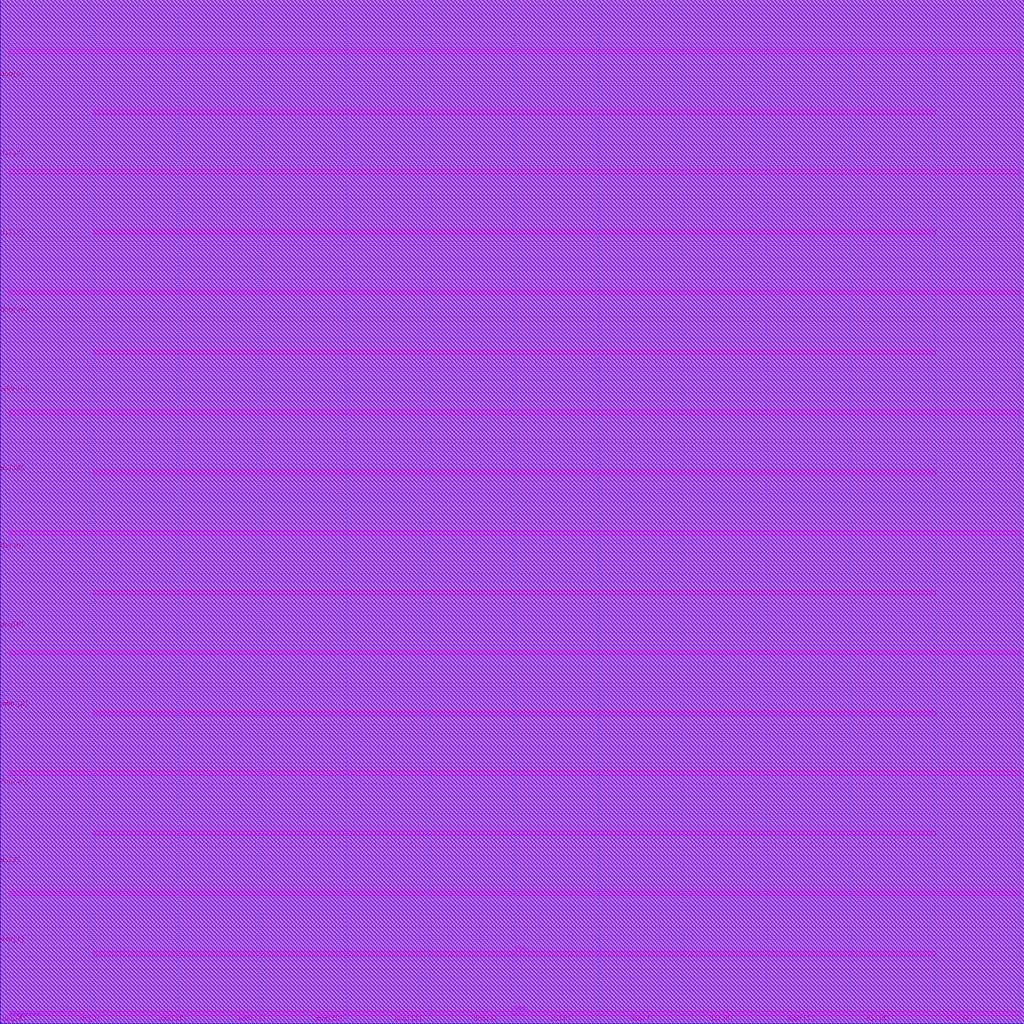
<source format=lef>
VERSION 5.8 ;
BUSBITCHARS "[]" ;
DIVIDERCHAR "/" ;
UNITS
    DATABASE MICRONS 2000 ;
END UNITS
MACRO or1200_spram2
  FOREIGN or1200_spram2 0 0 ;
  CLASS BLOCK ;
  SIZE 340.72 BY 340.72 ;
  PIN VSS
    USE GROUND ;
    DIRECTION INOUT ;
    PORT
      LAYER metal7 ;
        RECT  2.94 322.7 339.34 324.1 ;
        RECT  2.94 282.7 339.34 284.1 ;
        RECT  2.94 242.7 339.34 244.1 ;
        RECT  2.94 202.7 339.34 204.1 ;
        RECT  2.94 162.7 339.34 164.1 ;
        RECT  2.94 122.7 339.34 124.1 ;
        RECT  2.94 82.7 339.34 84.1 ;
        RECT  2.94 42.7 339.34 44.1 ;
        RECT  2.94 2.7 339.34 4.1 ;
      LAYER metal4 ;
        RECT  339.04 1.33 339.24 337.47 ;
        RECT  283.04 1.33 283.24 337.47 ;
        RECT  227.04 1.33 227.24 337.47 ;
        RECT  171.04 1.33 171.24 337.47 ;
        RECT  115.04 1.33 115.24 337.47 ;
        RECT  59.04 1.33 59.24 337.47 ;
        RECT  3.04 1.33 3.24 337.47 ;
      LAYER metal1 ;
        RECT  1.14 337.35 339.53 337.45 ;
        RECT  1.14 334.55 339.53 334.65 ;
        RECT  1.14 331.75 339.53 331.85 ;
        RECT  1.14 328.95 339.53 329.05 ;
        RECT  1.14 326.15 339.53 326.25 ;
        RECT  1.14 323.35 339.53 323.45 ;
        RECT  1.14 320.55 339.53 320.65 ;
        RECT  1.14 317.75 339.53 317.85 ;
        RECT  1.14 314.95 339.53 315.05 ;
        RECT  1.14 312.15 339.53 312.25 ;
        RECT  1.14 309.35 339.53 309.45 ;
        RECT  1.14 306.55 339.53 306.65 ;
        RECT  1.14 303.75 339.53 303.85 ;
        RECT  1.14 300.95 339.53 301.05 ;
        RECT  1.14 298.15 339.53 298.25 ;
        RECT  1.14 295.35 339.53 295.45 ;
        RECT  1.14 292.55 339.53 292.65 ;
        RECT  1.14 289.75 339.53 289.85 ;
        RECT  1.14 286.95 339.53 287.05 ;
        RECT  1.14 284.15 339.53 284.25 ;
        RECT  1.14 281.35 339.53 281.45 ;
        RECT  1.14 278.55 339.53 278.65 ;
        RECT  1.14 275.75 339.53 275.85 ;
        RECT  1.14 272.95 339.53 273.05 ;
        RECT  1.14 270.15 339.53 270.25 ;
        RECT  1.14 267.35 339.53 267.45 ;
        RECT  1.14 264.55 339.53 264.65 ;
        RECT  1.14 261.75 339.53 261.85 ;
        RECT  1.14 258.95 339.53 259.05 ;
        RECT  1.14 256.15 339.53 256.25 ;
        RECT  1.14 253.35 339.53 253.45 ;
        RECT  1.14 250.55 339.53 250.65 ;
        RECT  1.14 247.75 339.53 247.85 ;
        RECT  1.14 244.95 339.53 245.05 ;
        RECT  1.14 242.15 339.53 242.25 ;
        RECT  1.14 239.35 339.53 239.45 ;
        RECT  1.14 236.55 339.53 236.65 ;
        RECT  1.14 233.75 339.53 233.85 ;
        RECT  1.14 230.95 339.53 231.05 ;
        RECT  1.14 228.15 339.53 228.25 ;
        RECT  1.14 225.35 339.53 225.45 ;
        RECT  1.14 222.55 339.53 222.65 ;
        RECT  1.14 219.75 339.53 219.85 ;
        RECT  1.14 216.95 339.53 217.05 ;
        RECT  1.14 214.15 339.53 214.25 ;
        RECT  1.14 211.35 339.53 211.45 ;
        RECT  1.14 208.55 339.53 208.65 ;
        RECT  1.14 205.75 339.53 205.85 ;
        RECT  1.14 202.95 339.53 203.05 ;
        RECT  1.14 200.15 339.53 200.25 ;
        RECT  1.14 197.35 339.53 197.45 ;
        RECT  1.14 194.55 339.53 194.65 ;
        RECT  1.14 191.75 339.53 191.85 ;
        RECT  1.14 188.95 339.53 189.05 ;
        RECT  1.14 186.15 339.53 186.25 ;
        RECT  1.14 183.35 339.53 183.45 ;
        RECT  1.14 180.55 339.53 180.65 ;
        RECT  1.14 177.75 339.53 177.85 ;
        RECT  1.14 174.95 339.53 175.05 ;
        RECT  1.14 172.15 339.53 172.25 ;
        RECT  1.14 169.35 339.53 169.45 ;
        RECT  1.14 166.55 339.53 166.65 ;
        RECT  1.14 163.75 339.53 163.85 ;
        RECT  1.14 160.95 339.53 161.05 ;
        RECT  1.14 158.15 339.53 158.25 ;
        RECT  1.14 155.35 339.53 155.45 ;
        RECT  1.14 152.55 339.53 152.65 ;
        RECT  1.14 149.75 339.53 149.85 ;
        RECT  1.14 146.95 339.53 147.05 ;
        RECT  1.14 144.15 339.53 144.25 ;
        RECT  1.14 141.35 339.53 141.45 ;
        RECT  1.14 138.55 339.53 138.65 ;
        RECT  1.14 135.75 339.53 135.85 ;
        RECT  1.14 132.95 339.53 133.05 ;
        RECT  1.14 130.15 339.53 130.25 ;
        RECT  1.14 127.35 339.53 127.45 ;
        RECT  1.14 124.55 339.53 124.65 ;
        RECT  1.14 121.75 339.53 121.85 ;
        RECT  1.14 118.95 339.53 119.05 ;
        RECT  1.14 116.15 339.53 116.25 ;
        RECT  1.14 113.35 339.53 113.45 ;
        RECT  1.14 110.55 339.53 110.65 ;
        RECT  1.14 107.75 339.53 107.85 ;
        RECT  1.14 104.95 339.53 105.05 ;
        RECT  1.14 102.15 339.53 102.25 ;
        RECT  1.14 99.35 339.53 99.45 ;
        RECT  1.14 96.55 339.53 96.65 ;
        RECT  1.14 93.75 339.53 93.85 ;
        RECT  1.14 90.95 339.53 91.05 ;
        RECT  1.14 88.15 339.53 88.25 ;
        RECT  1.14 85.35 339.53 85.45 ;
        RECT  1.14 82.55 339.53 82.65 ;
        RECT  1.14 79.75 339.53 79.85 ;
        RECT  1.14 76.95 339.53 77.05 ;
        RECT  1.14 74.15 339.53 74.25 ;
        RECT  1.14 71.35 339.53 71.45 ;
        RECT  1.14 68.55 339.53 68.65 ;
        RECT  1.14 65.75 339.53 65.85 ;
        RECT  1.14 62.95 339.53 63.05 ;
        RECT  1.14 60.15 339.53 60.25 ;
        RECT  1.14 57.35 339.53 57.45 ;
        RECT  1.14 54.55 339.53 54.65 ;
        RECT  1.14 51.75 339.53 51.85 ;
        RECT  1.14 48.95 339.53 49.05 ;
        RECT  1.14 46.15 339.53 46.25 ;
        RECT  1.14 43.35 339.53 43.45 ;
        RECT  1.14 40.55 339.53 40.65 ;
        RECT  1.14 37.75 339.53 37.85 ;
        RECT  1.14 34.95 339.53 35.05 ;
        RECT  1.14 32.15 339.53 32.25 ;
        RECT  1.14 29.35 339.53 29.45 ;
        RECT  1.14 26.55 339.53 26.65 ;
        RECT  1.14 23.75 339.53 23.85 ;
        RECT  1.14 20.95 339.53 21.05 ;
        RECT  1.14 18.15 339.53 18.25 ;
        RECT  1.14 15.35 339.53 15.45 ;
        RECT  1.14 12.55 339.53 12.65 ;
        RECT  1.14 9.75 339.53 9.85 ;
        RECT  1.14 6.95 339.53 7.05 ;
        RECT  1.14 4.15 339.53 4.25 ;
        RECT  1.14 1.35 339.53 1.45 ;
      VIA 339.14 323.4 via6_7_400_2800_4_1_600_600 ;
      VIA 339.14 323.4 via5_6_400_2800_5_1_600_600 ;
      VIA 339.14 323.4 via4_5_400_2800_5_1_600_600 ;
      VIA 339.14 283.4 via6_7_400_2800_4_1_600_600 ;
      VIA 339.14 283.4 via5_6_400_2800_5_1_600_600 ;
      VIA 339.14 283.4 via4_5_400_2800_5_1_600_600 ;
      VIA 339.14 243.4 via6_7_400_2800_4_1_600_600 ;
      VIA 339.14 243.4 via5_6_400_2800_5_1_600_600 ;
      VIA 339.14 243.4 via4_5_400_2800_5_1_600_600 ;
      VIA 339.14 203.4 via6_7_400_2800_4_1_600_600 ;
      VIA 339.14 203.4 via5_6_400_2800_5_1_600_600 ;
      VIA 339.14 203.4 via4_5_400_2800_5_1_600_600 ;
      VIA 339.14 163.4 via6_7_400_2800_4_1_600_600 ;
      VIA 339.14 163.4 via5_6_400_2800_5_1_600_600 ;
      VIA 339.14 163.4 via4_5_400_2800_5_1_600_600 ;
      VIA 339.14 123.4 via6_7_400_2800_4_1_600_600 ;
      VIA 339.14 123.4 via5_6_400_2800_5_1_600_600 ;
      VIA 339.14 123.4 via4_5_400_2800_5_1_600_600 ;
      VIA 339.14 83.4 via6_7_400_2800_4_1_600_600 ;
      VIA 339.14 83.4 via5_6_400_2800_5_1_600_600 ;
      VIA 339.14 83.4 via4_5_400_2800_5_1_600_600 ;
      VIA 339.14 43.4 via6_7_400_2800_4_1_600_600 ;
      VIA 339.14 43.4 via5_6_400_2800_5_1_600_600 ;
      VIA 339.14 43.4 via4_5_400_2800_5_1_600_600 ;
      VIA 339.14 3.4 via6_7_400_2800_4_1_600_600 ;
      VIA 339.14 3.4 via5_6_400_2800_5_1_600_600 ;
      VIA 339.14 3.4 via4_5_400_2800_5_1_600_600 ;
      VIA 283.14 323.4 via6_7_400_2800_4_1_600_600 ;
      VIA 283.14 323.4 via5_6_400_2800_5_1_600_600 ;
      VIA 283.14 323.4 via4_5_400_2800_5_1_600_600 ;
      VIA 283.14 283.4 via6_7_400_2800_4_1_600_600 ;
      VIA 283.14 283.4 via5_6_400_2800_5_1_600_600 ;
      VIA 283.14 283.4 via4_5_400_2800_5_1_600_600 ;
      VIA 283.14 243.4 via6_7_400_2800_4_1_600_600 ;
      VIA 283.14 243.4 via5_6_400_2800_5_1_600_600 ;
      VIA 283.14 243.4 via4_5_400_2800_5_1_600_600 ;
      VIA 283.14 203.4 via6_7_400_2800_4_1_600_600 ;
      VIA 283.14 203.4 via5_6_400_2800_5_1_600_600 ;
      VIA 283.14 203.4 via4_5_400_2800_5_1_600_600 ;
      VIA 283.14 163.4 via6_7_400_2800_4_1_600_600 ;
      VIA 283.14 163.4 via5_6_400_2800_5_1_600_600 ;
      VIA 283.14 163.4 via4_5_400_2800_5_1_600_600 ;
      VIA 283.14 123.4 via6_7_400_2800_4_1_600_600 ;
      VIA 283.14 123.4 via5_6_400_2800_5_1_600_600 ;
      VIA 283.14 123.4 via4_5_400_2800_5_1_600_600 ;
      VIA 283.14 83.4 via6_7_400_2800_4_1_600_600 ;
      VIA 283.14 83.4 via5_6_400_2800_5_1_600_600 ;
      VIA 283.14 83.4 via4_5_400_2800_5_1_600_600 ;
      VIA 283.14 43.4 via6_7_400_2800_4_1_600_600 ;
      VIA 283.14 43.4 via5_6_400_2800_5_1_600_600 ;
      VIA 283.14 43.4 via4_5_400_2800_5_1_600_600 ;
      VIA 283.14 3.4 via6_7_400_2800_4_1_600_600 ;
      VIA 283.14 3.4 via5_6_400_2800_5_1_600_600 ;
      VIA 283.14 3.4 via4_5_400_2800_5_1_600_600 ;
      VIA 227.14 323.4 via6_7_400_2800_4_1_600_600 ;
      VIA 227.14 323.4 via5_6_400_2800_5_1_600_600 ;
      VIA 227.14 323.4 via4_5_400_2800_5_1_600_600 ;
      VIA 227.14 283.4 via6_7_400_2800_4_1_600_600 ;
      VIA 227.14 283.4 via5_6_400_2800_5_1_600_600 ;
      VIA 227.14 283.4 via4_5_400_2800_5_1_600_600 ;
      VIA 227.14 243.4 via6_7_400_2800_4_1_600_600 ;
      VIA 227.14 243.4 via5_6_400_2800_5_1_600_600 ;
      VIA 227.14 243.4 via4_5_400_2800_5_1_600_600 ;
      VIA 227.14 203.4 via6_7_400_2800_4_1_600_600 ;
      VIA 227.14 203.4 via5_6_400_2800_5_1_600_600 ;
      VIA 227.14 203.4 via4_5_400_2800_5_1_600_600 ;
      VIA 227.14 163.4 via6_7_400_2800_4_1_600_600 ;
      VIA 227.14 163.4 via5_6_400_2800_5_1_600_600 ;
      VIA 227.14 163.4 via4_5_400_2800_5_1_600_600 ;
      VIA 227.14 123.4 via6_7_400_2800_4_1_600_600 ;
      VIA 227.14 123.4 via5_6_400_2800_5_1_600_600 ;
      VIA 227.14 123.4 via4_5_400_2800_5_1_600_600 ;
      VIA 227.14 83.4 via6_7_400_2800_4_1_600_600 ;
      VIA 227.14 83.4 via5_6_400_2800_5_1_600_600 ;
      VIA 227.14 83.4 via4_5_400_2800_5_1_600_600 ;
      VIA 227.14 43.4 via6_7_400_2800_4_1_600_600 ;
      VIA 227.14 43.4 via5_6_400_2800_5_1_600_600 ;
      VIA 227.14 43.4 via4_5_400_2800_5_1_600_600 ;
      VIA 227.14 3.4 via6_7_400_2800_4_1_600_600 ;
      VIA 227.14 3.4 via5_6_400_2800_5_1_600_600 ;
      VIA 227.14 3.4 via4_5_400_2800_5_1_600_600 ;
      VIA 171.14 323.4 via6_7_400_2800_4_1_600_600 ;
      VIA 171.14 323.4 via5_6_400_2800_5_1_600_600 ;
      VIA 171.14 323.4 via4_5_400_2800_5_1_600_600 ;
      VIA 171.14 283.4 via6_7_400_2800_4_1_600_600 ;
      VIA 171.14 283.4 via5_6_400_2800_5_1_600_600 ;
      VIA 171.14 283.4 via4_5_400_2800_5_1_600_600 ;
      VIA 171.14 243.4 via6_7_400_2800_4_1_600_600 ;
      VIA 171.14 243.4 via5_6_400_2800_5_1_600_600 ;
      VIA 171.14 243.4 via4_5_400_2800_5_1_600_600 ;
      VIA 171.14 203.4 via6_7_400_2800_4_1_600_600 ;
      VIA 171.14 203.4 via5_6_400_2800_5_1_600_600 ;
      VIA 171.14 203.4 via4_5_400_2800_5_1_600_600 ;
      VIA 171.14 163.4 via6_7_400_2800_4_1_600_600 ;
      VIA 171.14 163.4 via5_6_400_2800_5_1_600_600 ;
      VIA 171.14 163.4 via4_5_400_2800_5_1_600_600 ;
      VIA 171.14 123.4 via6_7_400_2800_4_1_600_600 ;
      VIA 171.14 123.4 via5_6_400_2800_5_1_600_600 ;
      VIA 171.14 123.4 via4_5_400_2800_5_1_600_600 ;
      VIA 171.14 83.4 via6_7_400_2800_4_1_600_600 ;
      VIA 171.14 83.4 via5_6_400_2800_5_1_600_600 ;
      VIA 171.14 83.4 via4_5_400_2800_5_1_600_600 ;
      VIA 171.14 43.4 via6_7_400_2800_4_1_600_600 ;
      VIA 171.14 43.4 via5_6_400_2800_5_1_600_600 ;
      VIA 171.14 43.4 via4_5_400_2800_5_1_600_600 ;
      VIA 171.14 3.4 via6_7_400_2800_4_1_600_600 ;
      VIA 171.14 3.4 via5_6_400_2800_5_1_600_600 ;
      VIA 171.14 3.4 via4_5_400_2800_5_1_600_600 ;
      VIA 115.14 323.4 via6_7_400_2800_4_1_600_600 ;
      VIA 115.14 323.4 via5_6_400_2800_5_1_600_600 ;
      VIA 115.14 323.4 via4_5_400_2800_5_1_600_600 ;
      VIA 115.14 283.4 via6_7_400_2800_4_1_600_600 ;
      VIA 115.14 283.4 via5_6_400_2800_5_1_600_600 ;
      VIA 115.14 283.4 via4_5_400_2800_5_1_600_600 ;
      VIA 115.14 243.4 via6_7_400_2800_4_1_600_600 ;
      VIA 115.14 243.4 via5_6_400_2800_5_1_600_600 ;
      VIA 115.14 243.4 via4_5_400_2800_5_1_600_600 ;
      VIA 115.14 203.4 via6_7_400_2800_4_1_600_600 ;
      VIA 115.14 203.4 via5_6_400_2800_5_1_600_600 ;
      VIA 115.14 203.4 via4_5_400_2800_5_1_600_600 ;
      VIA 115.14 163.4 via6_7_400_2800_4_1_600_600 ;
      VIA 115.14 163.4 via5_6_400_2800_5_1_600_600 ;
      VIA 115.14 163.4 via4_5_400_2800_5_1_600_600 ;
      VIA 115.14 123.4 via6_7_400_2800_4_1_600_600 ;
      VIA 115.14 123.4 via5_6_400_2800_5_1_600_600 ;
      VIA 115.14 123.4 via4_5_400_2800_5_1_600_600 ;
      VIA 115.14 83.4 via6_7_400_2800_4_1_600_600 ;
      VIA 115.14 83.4 via5_6_400_2800_5_1_600_600 ;
      VIA 115.14 83.4 via4_5_400_2800_5_1_600_600 ;
      VIA 115.14 43.4 via6_7_400_2800_4_1_600_600 ;
      VIA 115.14 43.4 via5_6_400_2800_5_1_600_600 ;
      VIA 115.14 43.4 via4_5_400_2800_5_1_600_600 ;
      VIA 115.14 3.4 via6_7_400_2800_4_1_600_600 ;
      VIA 115.14 3.4 via5_6_400_2800_5_1_600_600 ;
      VIA 115.14 3.4 via4_5_400_2800_5_1_600_600 ;
      VIA 59.14 323.4 via6_7_400_2800_4_1_600_600 ;
      VIA 59.14 323.4 via5_6_400_2800_5_1_600_600 ;
      VIA 59.14 323.4 via4_5_400_2800_5_1_600_600 ;
      VIA 59.14 283.4 via6_7_400_2800_4_1_600_600 ;
      VIA 59.14 283.4 via5_6_400_2800_5_1_600_600 ;
      VIA 59.14 283.4 via4_5_400_2800_5_1_600_600 ;
      VIA 59.14 243.4 via6_7_400_2800_4_1_600_600 ;
      VIA 59.14 243.4 via5_6_400_2800_5_1_600_600 ;
      VIA 59.14 243.4 via4_5_400_2800_5_1_600_600 ;
      VIA 59.14 203.4 via6_7_400_2800_4_1_600_600 ;
      VIA 59.14 203.4 via5_6_400_2800_5_1_600_600 ;
      VIA 59.14 203.4 via4_5_400_2800_5_1_600_600 ;
      VIA 59.14 163.4 via6_7_400_2800_4_1_600_600 ;
      VIA 59.14 163.4 via5_6_400_2800_5_1_600_600 ;
      VIA 59.14 163.4 via4_5_400_2800_5_1_600_600 ;
      VIA 59.14 123.4 via6_7_400_2800_4_1_600_600 ;
      VIA 59.14 123.4 via5_6_400_2800_5_1_600_600 ;
      VIA 59.14 123.4 via4_5_400_2800_5_1_600_600 ;
      VIA 59.14 83.4 via6_7_400_2800_4_1_600_600 ;
      VIA 59.14 83.4 via5_6_400_2800_5_1_600_600 ;
      VIA 59.14 83.4 via4_5_400_2800_5_1_600_600 ;
      VIA 59.14 43.4 via6_7_400_2800_4_1_600_600 ;
      VIA 59.14 43.4 via5_6_400_2800_5_1_600_600 ;
      VIA 59.14 43.4 via4_5_400_2800_5_1_600_600 ;
      VIA 59.14 3.4 via6_7_400_2800_4_1_600_600 ;
      VIA 59.14 3.4 via5_6_400_2800_5_1_600_600 ;
      VIA 59.14 3.4 via4_5_400_2800_5_1_600_600 ;
      VIA 3.14 323.4 via6_7_400_2800_4_1_600_600 ;
      VIA 3.14 323.4 via5_6_400_2800_5_1_600_600 ;
      VIA 3.14 323.4 via4_5_400_2800_5_1_600_600 ;
      VIA 3.14 283.4 via6_7_400_2800_4_1_600_600 ;
      VIA 3.14 283.4 via5_6_400_2800_5_1_600_600 ;
      VIA 3.14 283.4 via4_5_400_2800_5_1_600_600 ;
      VIA 3.14 243.4 via6_7_400_2800_4_1_600_600 ;
      VIA 3.14 243.4 via5_6_400_2800_5_1_600_600 ;
      VIA 3.14 243.4 via4_5_400_2800_5_1_600_600 ;
      VIA 3.14 203.4 via6_7_400_2800_4_1_600_600 ;
      VIA 3.14 203.4 via5_6_400_2800_5_1_600_600 ;
      VIA 3.14 203.4 via4_5_400_2800_5_1_600_600 ;
      VIA 3.14 163.4 via6_7_400_2800_4_1_600_600 ;
      VIA 3.14 163.4 via5_6_400_2800_5_1_600_600 ;
      VIA 3.14 163.4 via4_5_400_2800_5_1_600_600 ;
      VIA 3.14 123.4 via6_7_400_2800_4_1_600_600 ;
      VIA 3.14 123.4 via5_6_400_2800_5_1_600_600 ;
      VIA 3.14 123.4 via4_5_400_2800_5_1_600_600 ;
      VIA 3.14 83.4 via6_7_400_2800_4_1_600_600 ;
      VIA 3.14 83.4 via5_6_400_2800_5_1_600_600 ;
      VIA 3.14 83.4 via4_5_400_2800_5_1_600_600 ;
      VIA 3.14 43.4 via6_7_400_2800_4_1_600_600 ;
      VIA 3.14 43.4 via5_6_400_2800_5_1_600_600 ;
      VIA 3.14 43.4 via4_5_400_2800_5_1_600_600 ;
      VIA 3.14 3.4 via6_7_400_2800_4_1_600_600 ;
      VIA 3.14 3.4 via5_6_400_2800_5_1_600_600 ;
      VIA 3.14 3.4 via4_5_400_2800_5_1_600_600 ;
      VIA 339.14 337.4 via3_4_400_200_1_1_320_320 ;
      VIA 339.14 337.4 via2_3_400_200_1_1_320_320 ;
      VIA 339.14 337.4 via1_2_400_200_1_1_300_300 ;
      VIA 339.14 334.6 via3_4_400_200_1_1_320_320 ;
      VIA 339.14 334.6 via2_3_400_200_1_1_320_320 ;
      VIA 339.14 334.6 via1_2_400_200_1_1_300_300 ;
      VIA 339.14 331.8 via3_4_400_200_1_1_320_320 ;
      VIA 339.14 331.8 via2_3_400_200_1_1_320_320 ;
      VIA 339.14 331.8 via1_2_400_200_1_1_300_300 ;
      VIA 339.14 329 via3_4_400_200_1_1_320_320 ;
      VIA 339.14 329 via2_3_400_200_1_1_320_320 ;
      VIA 339.14 329 via1_2_400_200_1_1_300_300 ;
      VIA 339.14 326.2 via3_4_400_200_1_1_320_320 ;
      VIA 339.14 326.2 via2_3_400_200_1_1_320_320 ;
      VIA 339.14 326.2 via1_2_400_200_1_1_300_300 ;
      VIA 339.14 323.4 via3_4_400_200_1_1_320_320 ;
      VIA 339.14 323.4 via2_3_400_200_1_1_320_320 ;
      VIA 339.14 323.4 via1_2_400_200_1_1_300_300 ;
      VIA 339.14 320.6 via3_4_400_200_1_1_320_320 ;
      VIA 339.14 320.6 via2_3_400_200_1_1_320_320 ;
      VIA 339.14 320.6 via1_2_400_200_1_1_300_300 ;
      VIA 339.14 317.8 via3_4_400_200_1_1_320_320 ;
      VIA 339.14 317.8 via2_3_400_200_1_1_320_320 ;
      VIA 339.14 317.8 via1_2_400_200_1_1_300_300 ;
      VIA 339.14 315 via3_4_400_200_1_1_320_320 ;
      VIA 339.14 315 via2_3_400_200_1_1_320_320 ;
      VIA 339.14 315 via1_2_400_200_1_1_300_300 ;
      VIA 339.14 312.2 via3_4_400_200_1_1_320_320 ;
      VIA 339.14 312.2 via2_3_400_200_1_1_320_320 ;
      VIA 339.14 312.2 via1_2_400_200_1_1_300_300 ;
      VIA 339.14 309.4 via3_4_400_200_1_1_320_320 ;
      VIA 339.14 309.4 via2_3_400_200_1_1_320_320 ;
      VIA 339.14 309.4 via1_2_400_200_1_1_300_300 ;
      VIA 339.14 306.6 via3_4_400_200_1_1_320_320 ;
      VIA 339.14 306.6 via2_3_400_200_1_1_320_320 ;
      VIA 339.14 306.6 via1_2_400_200_1_1_300_300 ;
      VIA 339.14 303.8 via3_4_400_200_1_1_320_320 ;
      VIA 339.14 303.8 via2_3_400_200_1_1_320_320 ;
      VIA 339.14 303.8 via1_2_400_200_1_1_300_300 ;
      VIA 339.14 301 via3_4_400_200_1_1_320_320 ;
      VIA 339.14 301 via2_3_400_200_1_1_320_320 ;
      VIA 339.14 301 via1_2_400_200_1_1_300_300 ;
      VIA 339.14 298.2 via3_4_400_200_1_1_320_320 ;
      VIA 339.14 298.2 via2_3_400_200_1_1_320_320 ;
      VIA 339.14 298.2 via1_2_400_200_1_1_300_300 ;
      VIA 339.14 295.4 via3_4_400_200_1_1_320_320 ;
      VIA 339.14 295.4 via2_3_400_200_1_1_320_320 ;
      VIA 339.14 295.4 via1_2_400_200_1_1_300_300 ;
      VIA 339.14 292.6 via3_4_400_200_1_1_320_320 ;
      VIA 339.14 292.6 via2_3_400_200_1_1_320_320 ;
      VIA 339.14 292.6 via1_2_400_200_1_1_300_300 ;
      VIA 339.14 289.8 via3_4_400_200_1_1_320_320 ;
      VIA 339.14 289.8 via2_3_400_200_1_1_320_320 ;
      VIA 339.14 289.8 via1_2_400_200_1_1_300_300 ;
      VIA 339.14 287 via3_4_400_200_1_1_320_320 ;
      VIA 339.14 287 via2_3_400_200_1_1_320_320 ;
      VIA 339.14 287 via1_2_400_200_1_1_300_300 ;
      VIA 339.14 284.2 via3_4_400_200_1_1_320_320 ;
      VIA 339.14 284.2 via2_3_400_200_1_1_320_320 ;
      VIA 339.14 284.2 via1_2_400_200_1_1_300_300 ;
      VIA 339.14 281.4 via3_4_400_200_1_1_320_320 ;
      VIA 339.14 281.4 via2_3_400_200_1_1_320_320 ;
      VIA 339.14 281.4 via1_2_400_200_1_1_300_300 ;
      VIA 339.14 278.6 via3_4_400_200_1_1_320_320 ;
      VIA 339.14 278.6 via2_3_400_200_1_1_320_320 ;
      VIA 339.14 278.6 via1_2_400_200_1_1_300_300 ;
      VIA 339.14 275.8 via3_4_400_200_1_1_320_320 ;
      VIA 339.14 275.8 via2_3_400_200_1_1_320_320 ;
      VIA 339.14 275.8 via1_2_400_200_1_1_300_300 ;
      VIA 339.14 273 via3_4_400_200_1_1_320_320 ;
      VIA 339.14 273 via2_3_400_200_1_1_320_320 ;
      VIA 339.14 273 via1_2_400_200_1_1_300_300 ;
      VIA 339.14 270.2 via3_4_400_200_1_1_320_320 ;
      VIA 339.14 270.2 via2_3_400_200_1_1_320_320 ;
      VIA 339.14 270.2 via1_2_400_200_1_1_300_300 ;
      VIA 339.14 267.4 via3_4_400_200_1_1_320_320 ;
      VIA 339.14 267.4 via2_3_400_200_1_1_320_320 ;
      VIA 339.14 267.4 via1_2_400_200_1_1_300_300 ;
      VIA 339.14 264.6 via3_4_400_200_1_1_320_320 ;
      VIA 339.14 264.6 via2_3_400_200_1_1_320_320 ;
      VIA 339.14 264.6 via1_2_400_200_1_1_300_300 ;
      VIA 339.14 261.8 via3_4_400_200_1_1_320_320 ;
      VIA 339.14 261.8 via2_3_400_200_1_1_320_320 ;
      VIA 339.14 261.8 via1_2_400_200_1_1_300_300 ;
      VIA 339.14 259 via3_4_400_200_1_1_320_320 ;
      VIA 339.14 259 via2_3_400_200_1_1_320_320 ;
      VIA 339.14 259 via1_2_400_200_1_1_300_300 ;
      VIA 339.14 256.2 via3_4_400_200_1_1_320_320 ;
      VIA 339.14 256.2 via2_3_400_200_1_1_320_320 ;
      VIA 339.14 256.2 via1_2_400_200_1_1_300_300 ;
      VIA 339.14 253.4 via3_4_400_200_1_1_320_320 ;
      VIA 339.14 253.4 via2_3_400_200_1_1_320_320 ;
      VIA 339.14 253.4 via1_2_400_200_1_1_300_300 ;
      VIA 339.14 250.6 via3_4_400_200_1_1_320_320 ;
      VIA 339.14 250.6 via2_3_400_200_1_1_320_320 ;
      VIA 339.14 250.6 via1_2_400_200_1_1_300_300 ;
      VIA 339.14 247.8 via3_4_400_200_1_1_320_320 ;
      VIA 339.14 247.8 via2_3_400_200_1_1_320_320 ;
      VIA 339.14 247.8 via1_2_400_200_1_1_300_300 ;
      VIA 339.14 245 via3_4_400_200_1_1_320_320 ;
      VIA 339.14 245 via2_3_400_200_1_1_320_320 ;
      VIA 339.14 245 via1_2_400_200_1_1_300_300 ;
      VIA 339.14 242.2 via3_4_400_200_1_1_320_320 ;
      VIA 339.14 242.2 via2_3_400_200_1_1_320_320 ;
      VIA 339.14 242.2 via1_2_400_200_1_1_300_300 ;
      VIA 339.14 239.4 via3_4_400_200_1_1_320_320 ;
      VIA 339.14 239.4 via2_3_400_200_1_1_320_320 ;
      VIA 339.14 239.4 via1_2_400_200_1_1_300_300 ;
      VIA 339.14 236.6 via3_4_400_200_1_1_320_320 ;
      VIA 339.14 236.6 via2_3_400_200_1_1_320_320 ;
      VIA 339.14 236.6 via1_2_400_200_1_1_300_300 ;
      VIA 339.14 233.8 via3_4_400_200_1_1_320_320 ;
      VIA 339.14 233.8 via2_3_400_200_1_1_320_320 ;
      VIA 339.14 233.8 via1_2_400_200_1_1_300_300 ;
      VIA 339.14 231 via3_4_400_200_1_1_320_320 ;
      VIA 339.14 231 via2_3_400_200_1_1_320_320 ;
      VIA 339.14 231 via1_2_400_200_1_1_300_300 ;
      VIA 339.14 228.2 via3_4_400_200_1_1_320_320 ;
      VIA 339.14 228.2 via2_3_400_200_1_1_320_320 ;
      VIA 339.14 228.2 via1_2_400_200_1_1_300_300 ;
      VIA 339.14 225.4 via3_4_400_200_1_1_320_320 ;
      VIA 339.14 225.4 via2_3_400_200_1_1_320_320 ;
      VIA 339.14 225.4 via1_2_400_200_1_1_300_300 ;
      VIA 339.14 222.6 via3_4_400_200_1_1_320_320 ;
      VIA 339.14 222.6 via2_3_400_200_1_1_320_320 ;
      VIA 339.14 222.6 via1_2_400_200_1_1_300_300 ;
      VIA 339.14 219.8 via3_4_400_200_1_1_320_320 ;
      VIA 339.14 219.8 via2_3_400_200_1_1_320_320 ;
      VIA 339.14 219.8 via1_2_400_200_1_1_300_300 ;
      VIA 339.14 217 via3_4_400_200_1_1_320_320 ;
      VIA 339.14 217 via2_3_400_200_1_1_320_320 ;
      VIA 339.14 217 via1_2_400_200_1_1_300_300 ;
      VIA 339.14 214.2 via3_4_400_200_1_1_320_320 ;
      VIA 339.14 214.2 via2_3_400_200_1_1_320_320 ;
      VIA 339.14 214.2 via1_2_400_200_1_1_300_300 ;
      VIA 339.14 211.4 via3_4_400_200_1_1_320_320 ;
      VIA 339.14 211.4 via2_3_400_200_1_1_320_320 ;
      VIA 339.14 211.4 via1_2_400_200_1_1_300_300 ;
      VIA 339.14 208.6 via3_4_400_200_1_1_320_320 ;
      VIA 339.14 208.6 via2_3_400_200_1_1_320_320 ;
      VIA 339.14 208.6 via1_2_400_200_1_1_300_300 ;
      VIA 339.14 205.8 via3_4_400_200_1_1_320_320 ;
      VIA 339.14 205.8 via2_3_400_200_1_1_320_320 ;
      VIA 339.14 205.8 via1_2_400_200_1_1_300_300 ;
      VIA 339.14 203 via3_4_400_200_1_1_320_320 ;
      VIA 339.14 203 via2_3_400_200_1_1_320_320 ;
      VIA 339.14 203 via1_2_400_200_1_1_300_300 ;
      VIA 339.14 200.2 via3_4_400_200_1_1_320_320 ;
      VIA 339.14 200.2 via2_3_400_200_1_1_320_320 ;
      VIA 339.14 200.2 via1_2_400_200_1_1_300_300 ;
      VIA 339.14 197.4 via3_4_400_200_1_1_320_320 ;
      VIA 339.14 197.4 via2_3_400_200_1_1_320_320 ;
      VIA 339.14 197.4 via1_2_400_200_1_1_300_300 ;
      VIA 339.14 194.6 via3_4_400_200_1_1_320_320 ;
      VIA 339.14 194.6 via2_3_400_200_1_1_320_320 ;
      VIA 339.14 194.6 via1_2_400_200_1_1_300_300 ;
      VIA 339.14 191.8 via3_4_400_200_1_1_320_320 ;
      VIA 339.14 191.8 via2_3_400_200_1_1_320_320 ;
      VIA 339.14 191.8 via1_2_400_200_1_1_300_300 ;
      VIA 339.14 189 via3_4_400_200_1_1_320_320 ;
      VIA 339.14 189 via2_3_400_200_1_1_320_320 ;
      VIA 339.14 189 via1_2_400_200_1_1_300_300 ;
      VIA 339.14 186.2 via3_4_400_200_1_1_320_320 ;
      VIA 339.14 186.2 via2_3_400_200_1_1_320_320 ;
      VIA 339.14 186.2 via1_2_400_200_1_1_300_300 ;
      VIA 339.14 183.4 via3_4_400_200_1_1_320_320 ;
      VIA 339.14 183.4 via2_3_400_200_1_1_320_320 ;
      VIA 339.14 183.4 via1_2_400_200_1_1_300_300 ;
      VIA 339.14 180.6 via3_4_400_200_1_1_320_320 ;
      VIA 339.14 180.6 via2_3_400_200_1_1_320_320 ;
      VIA 339.14 180.6 via1_2_400_200_1_1_300_300 ;
      VIA 339.14 177.8 via3_4_400_200_1_1_320_320 ;
      VIA 339.14 177.8 via2_3_400_200_1_1_320_320 ;
      VIA 339.14 177.8 via1_2_400_200_1_1_300_300 ;
      VIA 339.14 175 via3_4_400_200_1_1_320_320 ;
      VIA 339.14 175 via2_3_400_200_1_1_320_320 ;
      VIA 339.14 175 via1_2_400_200_1_1_300_300 ;
      VIA 339.14 172.2 via3_4_400_200_1_1_320_320 ;
      VIA 339.14 172.2 via2_3_400_200_1_1_320_320 ;
      VIA 339.14 172.2 via1_2_400_200_1_1_300_300 ;
      VIA 339.14 169.4 via3_4_400_200_1_1_320_320 ;
      VIA 339.14 169.4 via2_3_400_200_1_1_320_320 ;
      VIA 339.14 169.4 via1_2_400_200_1_1_300_300 ;
      VIA 339.14 166.6 via3_4_400_200_1_1_320_320 ;
      VIA 339.14 166.6 via2_3_400_200_1_1_320_320 ;
      VIA 339.14 166.6 via1_2_400_200_1_1_300_300 ;
      VIA 339.14 163.8 via3_4_400_200_1_1_320_320 ;
      VIA 339.14 163.8 via2_3_400_200_1_1_320_320 ;
      VIA 339.14 163.8 via1_2_400_200_1_1_300_300 ;
      VIA 339.14 161 via3_4_400_200_1_1_320_320 ;
      VIA 339.14 161 via2_3_400_200_1_1_320_320 ;
      VIA 339.14 161 via1_2_400_200_1_1_300_300 ;
      VIA 339.14 158.2 via3_4_400_200_1_1_320_320 ;
      VIA 339.14 158.2 via2_3_400_200_1_1_320_320 ;
      VIA 339.14 158.2 via1_2_400_200_1_1_300_300 ;
      VIA 339.14 155.4 via3_4_400_200_1_1_320_320 ;
      VIA 339.14 155.4 via2_3_400_200_1_1_320_320 ;
      VIA 339.14 155.4 via1_2_400_200_1_1_300_300 ;
      VIA 339.14 152.6 via3_4_400_200_1_1_320_320 ;
      VIA 339.14 152.6 via2_3_400_200_1_1_320_320 ;
      VIA 339.14 152.6 via1_2_400_200_1_1_300_300 ;
      VIA 339.14 149.8 via3_4_400_200_1_1_320_320 ;
      VIA 339.14 149.8 via2_3_400_200_1_1_320_320 ;
      VIA 339.14 149.8 via1_2_400_200_1_1_300_300 ;
      VIA 339.14 147 via3_4_400_200_1_1_320_320 ;
      VIA 339.14 147 via2_3_400_200_1_1_320_320 ;
      VIA 339.14 147 via1_2_400_200_1_1_300_300 ;
      VIA 339.14 144.2 via3_4_400_200_1_1_320_320 ;
      VIA 339.14 144.2 via2_3_400_200_1_1_320_320 ;
      VIA 339.14 144.2 via1_2_400_200_1_1_300_300 ;
      VIA 339.14 141.4 via3_4_400_200_1_1_320_320 ;
      VIA 339.14 141.4 via2_3_400_200_1_1_320_320 ;
      VIA 339.14 141.4 via1_2_400_200_1_1_300_300 ;
      VIA 339.14 138.6 via3_4_400_200_1_1_320_320 ;
      VIA 339.14 138.6 via2_3_400_200_1_1_320_320 ;
      VIA 339.14 138.6 via1_2_400_200_1_1_300_300 ;
      VIA 339.14 135.8 via3_4_400_200_1_1_320_320 ;
      VIA 339.14 135.8 via2_3_400_200_1_1_320_320 ;
      VIA 339.14 135.8 via1_2_400_200_1_1_300_300 ;
      VIA 339.14 133 via3_4_400_200_1_1_320_320 ;
      VIA 339.14 133 via2_3_400_200_1_1_320_320 ;
      VIA 339.14 133 via1_2_400_200_1_1_300_300 ;
      VIA 339.14 130.2 via3_4_400_200_1_1_320_320 ;
      VIA 339.14 130.2 via2_3_400_200_1_1_320_320 ;
      VIA 339.14 130.2 via1_2_400_200_1_1_300_300 ;
      VIA 339.14 127.4 via3_4_400_200_1_1_320_320 ;
      VIA 339.14 127.4 via2_3_400_200_1_1_320_320 ;
      VIA 339.14 127.4 via1_2_400_200_1_1_300_300 ;
      VIA 339.14 124.6 via3_4_400_200_1_1_320_320 ;
      VIA 339.14 124.6 via2_3_400_200_1_1_320_320 ;
      VIA 339.14 124.6 via1_2_400_200_1_1_300_300 ;
      VIA 339.14 121.8 via3_4_400_200_1_1_320_320 ;
      VIA 339.14 121.8 via2_3_400_200_1_1_320_320 ;
      VIA 339.14 121.8 via1_2_400_200_1_1_300_300 ;
      VIA 339.14 119 via3_4_400_200_1_1_320_320 ;
      VIA 339.14 119 via2_3_400_200_1_1_320_320 ;
      VIA 339.14 119 via1_2_400_200_1_1_300_300 ;
      VIA 339.14 116.2 via3_4_400_200_1_1_320_320 ;
      VIA 339.14 116.2 via2_3_400_200_1_1_320_320 ;
      VIA 339.14 116.2 via1_2_400_200_1_1_300_300 ;
      VIA 339.14 113.4 via3_4_400_200_1_1_320_320 ;
      VIA 339.14 113.4 via2_3_400_200_1_1_320_320 ;
      VIA 339.14 113.4 via1_2_400_200_1_1_300_300 ;
      VIA 339.14 110.6 via3_4_400_200_1_1_320_320 ;
      VIA 339.14 110.6 via2_3_400_200_1_1_320_320 ;
      VIA 339.14 110.6 via1_2_400_200_1_1_300_300 ;
      VIA 339.14 107.8 via3_4_400_200_1_1_320_320 ;
      VIA 339.14 107.8 via2_3_400_200_1_1_320_320 ;
      VIA 339.14 107.8 via1_2_400_200_1_1_300_300 ;
      VIA 339.14 105 via3_4_400_200_1_1_320_320 ;
      VIA 339.14 105 via2_3_400_200_1_1_320_320 ;
      VIA 339.14 105 via1_2_400_200_1_1_300_300 ;
      VIA 339.14 102.2 via3_4_400_200_1_1_320_320 ;
      VIA 339.14 102.2 via2_3_400_200_1_1_320_320 ;
      VIA 339.14 102.2 via1_2_400_200_1_1_300_300 ;
      VIA 339.14 99.4 via3_4_400_200_1_1_320_320 ;
      VIA 339.14 99.4 via2_3_400_200_1_1_320_320 ;
      VIA 339.14 99.4 via1_2_400_200_1_1_300_300 ;
      VIA 339.14 96.6 via3_4_400_200_1_1_320_320 ;
      VIA 339.14 96.6 via2_3_400_200_1_1_320_320 ;
      VIA 339.14 96.6 via1_2_400_200_1_1_300_300 ;
      VIA 339.14 93.8 via3_4_400_200_1_1_320_320 ;
      VIA 339.14 93.8 via2_3_400_200_1_1_320_320 ;
      VIA 339.14 93.8 via1_2_400_200_1_1_300_300 ;
      VIA 339.14 91 via3_4_400_200_1_1_320_320 ;
      VIA 339.14 91 via2_3_400_200_1_1_320_320 ;
      VIA 339.14 91 via1_2_400_200_1_1_300_300 ;
      VIA 339.14 88.2 via3_4_400_200_1_1_320_320 ;
      VIA 339.14 88.2 via2_3_400_200_1_1_320_320 ;
      VIA 339.14 88.2 via1_2_400_200_1_1_300_300 ;
      VIA 339.14 85.4 via3_4_400_200_1_1_320_320 ;
      VIA 339.14 85.4 via2_3_400_200_1_1_320_320 ;
      VIA 339.14 85.4 via1_2_400_200_1_1_300_300 ;
      VIA 339.14 82.6 via3_4_400_200_1_1_320_320 ;
      VIA 339.14 82.6 via2_3_400_200_1_1_320_320 ;
      VIA 339.14 82.6 via1_2_400_200_1_1_300_300 ;
      VIA 339.14 79.8 via3_4_400_200_1_1_320_320 ;
      VIA 339.14 79.8 via2_3_400_200_1_1_320_320 ;
      VIA 339.14 79.8 via1_2_400_200_1_1_300_300 ;
      VIA 339.14 77 via3_4_400_200_1_1_320_320 ;
      VIA 339.14 77 via2_3_400_200_1_1_320_320 ;
      VIA 339.14 77 via1_2_400_200_1_1_300_300 ;
      VIA 339.14 74.2 via3_4_400_200_1_1_320_320 ;
      VIA 339.14 74.2 via2_3_400_200_1_1_320_320 ;
      VIA 339.14 74.2 via1_2_400_200_1_1_300_300 ;
      VIA 339.14 71.4 via3_4_400_200_1_1_320_320 ;
      VIA 339.14 71.4 via2_3_400_200_1_1_320_320 ;
      VIA 339.14 71.4 via1_2_400_200_1_1_300_300 ;
      VIA 339.14 68.6 via3_4_400_200_1_1_320_320 ;
      VIA 339.14 68.6 via2_3_400_200_1_1_320_320 ;
      VIA 339.14 68.6 via1_2_400_200_1_1_300_300 ;
      VIA 339.14 65.8 via3_4_400_200_1_1_320_320 ;
      VIA 339.14 65.8 via2_3_400_200_1_1_320_320 ;
      VIA 339.14 65.8 via1_2_400_200_1_1_300_300 ;
      VIA 339.14 63 via3_4_400_200_1_1_320_320 ;
      VIA 339.14 63 via2_3_400_200_1_1_320_320 ;
      VIA 339.14 63 via1_2_400_200_1_1_300_300 ;
      VIA 339.14 60.2 via3_4_400_200_1_1_320_320 ;
      VIA 339.14 60.2 via2_3_400_200_1_1_320_320 ;
      VIA 339.14 60.2 via1_2_400_200_1_1_300_300 ;
      VIA 339.14 57.4 via3_4_400_200_1_1_320_320 ;
      VIA 339.14 57.4 via2_3_400_200_1_1_320_320 ;
      VIA 339.14 57.4 via1_2_400_200_1_1_300_300 ;
      VIA 339.14 54.6 via3_4_400_200_1_1_320_320 ;
      VIA 339.14 54.6 via2_3_400_200_1_1_320_320 ;
      VIA 339.14 54.6 via1_2_400_200_1_1_300_300 ;
      VIA 339.14 51.8 via3_4_400_200_1_1_320_320 ;
      VIA 339.14 51.8 via2_3_400_200_1_1_320_320 ;
      VIA 339.14 51.8 via1_2_400_200_1_1_300_300 ;
      VIA 339.14 49 via3_4_400_200_1_1_320_320 ;
      VIA 339.14 49 via2_3_400_200_1_1_320_320 ;
      VIA 339.14 49 via1_2_400_200_1_1_300_300 ;
      VIA 339.14 46.2 via3_4_400_200_1_1_320_320 ;
      VIA 339.14 46.2 via2_3_400_200_1_1_320_320 ;
      VIA 339.14 46.2 via1_2_400_200_1_1_300_300 ;
      VIA 339.14 43.4 via3_4_400_200_1_1_320_320 ;
      VIA 339.14 43.4 via2_3_400_200_1_1_320_320 ;
      VIA 339.14 43.4 via1_2_400_200_1_1_300_300 ;
      VIA 339.14 40.6 via3_4_400_200_1_1_320_320 ;
      VIA 339.14 40.6 via2_3_400_200_1_1_320_320 ;
      VIA 339.14 40.6 via1_2_400_200_1_1_300_300 ;
      VIA 339.14 37.8 via3_4_400_200_1_1_320_320 ;
      VIA 339.14 37.8 via2_3_400_200_1_1_320_320 ;
      VIA 339.14 37.8 via1_2_400_200_1_1_300_300 ;
      VIA 339.14 35 via3_4_400_200_1_1_320_320 ;
      VIA 339.14 35 via2_3_400_200_1_1_320_320 ;
      VIA 339.14 35 via1_2_400_200_1_1_300_300 ;
      VIA 339.14 32.2 via3_4_400_200_1_1_320_320 ;
      VIA 339.14 32.2 via2_3_400_200_1_1_320_320 ;
      VIA 339.14 32.2 via1_2_400_200_1_1_300_300 ;
      VIA 339.14 29.4 via3_4_400_200_1_1_320_320 ;
      VIA 339.14 29.4 via2_3_400_200_1_1_320_320 ;
      VIA 339.14 29.4 via1_2_400_200_1_1_300_300 ;
      VIA 339.14 26.6 via3_4_400_200_1_1_320_320 ;
      VIA 339.14 26.6 via2_3_400_200_1_1_320_320 ;
      VIA 339.14 26.6 via1_2_400_200_1_1_300_300 ;
      VIA 339.14 23.8 via3_4_400_200_1_1_320_320 ;
      VIA 339.14 23.8 via2_3_400_200_1_1_320_320 ;
      VIA 339.14 23.8 via1_2_400_200_1_1_300_300 ;
      VIA 339.14 21 via3_4_400_200_1_1_320_320 ;
      VIA 339.14 21 via2_3_400_200_1_1_320_320 ;
      VIA 339.14 21 via1_2_400_200_1_1_300_300 ;
      VIA 339.14 18.2 via3_4_400_200_1_1_320_320 ;
      VIA 339.14 18.2 via2_3_400_200_1_1_320_320 ;
      VIA 339.14 18.2 via1_2_400_200_1_1_300_300 ;
      VIA 339.14 15.4 via3_4_400_200_1_1_320_320 ;
      VIA 339.14 15.4 via2_3_400_200_1_1_320_320 ;
      VIA 339.14 15.4 via1_2_400_200_1_1_300_300 ;
      VIA 339.14 12.6 via3_4_400_200_1_1_320_320 ;
      VIA 339.14 12.6 via2_3_400_200_1_1_320_320 ;
      VIA 339.14 12.6 via1_2_400_200_1_1_300_300 ;
      VIA 339.14 9.8 via3_4_400_200_1_1_320_320 ;
      VIA 339.14 9.8 via2_3_400_200_1_1_320_320 ;
      VIA 339.14 9.8 via1_2_400_200_1_1_300_300 ;
      VIA 339.14 7 via3_4_400_200_1_1_320_320 ;
      VIA 339.14 7 via2_3_400_200_1_1_320_320 ;
      VIA 339.14 7 via1_2_400_200_1_1_300_300 ;
      VIA 339.14 4.2 via3_4_400_200_1_1_320_320 ;
      VIA 339.14 4.2 via2_3_400_200_1_1_320_320 ;
      VIA 339.14 4.2 via1_2_400_200_1_1_300_300 ;
      VIA 339.14 1.4 via3_4_400_200_1_1_320_320 ;
      VIA 339.14 1.4 via2_3_400_200_1_1_320_320 ;
      VIA 339.14 1.4 via1_2_400_200_1_1_300_300 ;
      VIA 283.14 337.4 via3_4_400_200_1_1_320_320 ;
      VIA 283.14 337.4 via2_3_400_200_1_1_320_320 ;
      VIA 283.14 337.4 via1_2_400_200_1_1_300_300 ;
      VIA 283.14 334.6 via3_4_400_200_1_1_320_320 ;
      VIA 283.14 334.6 via2_3_400_200_1_1_320_320 ;
      VIA 283.14 334.6 via1_2_400_200_1_1_300_300 ;
      VIA 283.14 331.8 via3_4_400_200_1_1_320_320 ;
      VIA 283.14 331.8 via2_3_400_200_1_1_320_320 ;
      VIA 283.14 331.8 via1_2_400_200_1_1_300_300 ;
      VIA 283.14 329 via3_4_400_200_1_1_320_320 ;
      VIA 283.14 329 via2_3_400_200_1_1_320_320 ;
      VIA 283.14 329 via1_2_400_200_1_1_300_300 ;
      VIA 283.14 326.2 via3_4_400_200_1_1_320_320 ;
      VIA 283.14 326.2 via2_3_400_200_1_1_320_320 ;
      VIA 283.14 326.2 via1_2_400_200_1_1_300_300 ;
      VIA 283.14 323.4 via3_4_400_200_1_1_320_320 ;
      VIA 283.14 323.4 via2_3_400_200_1_1_320_320 ;
      VIA 283.14 323.4 via1_2_400_200_1_1_300_300 ;
      VIA 283.14 320.6 via3_4_400_200_1_1_320_320 ;
      VIA 283.14 320.6 via2_3_400_200_1_1_320_320 ;
      VIA 283.14 320.6 via1_2_400_200_1_1_300_300 ;
      VIA 283.14 317.8 via3_4_400_200_1_1_320_320 ;
      VIA 283.14 317.8 via2_3_400_200_1_1_320_320 ;
      VIA 283.14 317.8 via1_2_400_200_1_1_300_300 ;
      VIA 283.14 315 via3_4_400_200_1_1_320_320 ;
      VIA 283.14 315 via2_3_400_200_1_1_320_320 ;
      VIA 283.14 315 via1_2_400_200_1_1_300_300 ;
      VIA 283.14 312.2 via3_4_400_200_1_1_320_320 ;
      VIA 283.14 312.2 via2_3_400_200_1_1_320_320 ;
      VIA 283.14 312.2 via1_2_400_200_1_1_300_300 ;
      VIA 283.14 309.4 via3_4_400_200_1_1_320_320 ;
      VIA 283.14 309.4 via2_3_400_200_1_1_320_320 ;
      VIA 283.14 309.4 via1_2_400_200_1_1_300_300 ;
      VIA 283.14 306.6 via3_4_400_200_1_1_320_320 ;
      VIA 283.14 306.6 via2_3_400_200_1_1_320_320 ;
      VIA 283.14 306.6 via1_2_400_200_1_1_300_300 ;
      VIA 283.14 303.8 via3_4_400_200_1_1_320_320 ;
      VIA 283.14 303.8 via2_3_400_200_1_1_320_320 ;
      VIA 283.14 303.8 via1_2_400_200_1_1_300_300 ;
      VIA 283.14 301 via3_4_400_200_1_1_320_320 ;
      VIA 283.14 301 via2_3_400_200_1_1_320_320 ;
      VIA 283.14 301 via1_2_400_200_1_1_300_300 ;
      VIA 283.14 298.2 via3_4_400_200_1_1_320_320 ;
      VIA 283.14 298.2 via2_3_400_200_1_1_320_320 ;
      VIA 283.14 298.2 via1_2_400_200_1_1_300_300 ;
      VIA 283.14 295.4 via3_4_400_200_1_1_320_320 ;
      VIA 283.14 295.4 via2_3_400_200_1_1_320_320 ;
      VIA 283.14 295.4 via1_2_400_200_1_1_300_300 ;
      VIA 283.14 292.6 via3_4_400_200_1_1_320_320 ;
      VIA 283.14 292.6 via2_3_400_200_1_1_320_320 ;
      VIA 283.14 292.6 via1_2_400_200_1_1_300_300 ;
      VIA 283.14 289.8 via3_4_400_200_1_1_320_320 ;
      VIA 283.14 289.8 via2_3_400_200_1_1_320_320 ;
      VIA 283.14 289.8 via1_2_400_200_1_1_300_300 ;
      VIA 283.14 287 via3_4_400_200_1_1_320_320 ;
      VIA 283.14 287 via2_3_400_200_1_1_320_320 ;
      VIA 283.14 287 via1_2_400_200_1_1_300_300 ;
      VIA 283.14 284.2 via3_4_400_200_1_1_320_320 ;
      VIA 283.14 284.2 via2_3_400_200_1_1_320_320 ;
      VIA 283.14 284.2 via1_2_400_200_1_1_300_300 ;
      VIA 283.14 281.4 via3_4_400_200_1_1_320_320 ;
      VIA 283.14 281.4 via2_3_400_200_1_1_320_320 ;
      VIA 283.14 281.4 via1_2_400_200_1_1_300_300 ;
      VIA 283.14 278.6 via3_4_400_200_1_1_320_320 ;
      VIA 283.14 278.6 via2_3_400_200_1_1_320_320 ;
      VIA 283.14 278.6 via1_2_400_200_1_1_300_300 ;
      VIA 283.14 275.8 via3_4_400_200_1_1_320_320 ;
      VIA 283.14 275.8 via2_3_400_200_1_1_320_320 ;
      VIA 283.14 275.8 via1_2_400_200_1_1_300_300 ;
      VIA 283.14 273 via3_4_400_200_1_1_320_320 ;
      VIA 283.14 273 via2_3_400_200_1_1_320_320 ;
      VIA 283.14 273 via1_2_400_200_1_1_300_300 ;
      VIA 283.14 270.2 via3_4_400_200_1_1_320_320 ;
      VIA 283.14 270.2 via2_3_400_200_1_1_320_320 ;
      VIA 283.14 270.2 via1_2_400_200_1_1_300_300 ;
      VIA 283.14 267.4 via3_4_400_200_1_1_320_320 ;
      VIA 283.14 267.4 via2_3_400_200_1_1_320_320 ;
      VIA 283.14 267.4 via1_2_400_200_1_1_300_300 ;
      VIA 283.14 264.6 via3_4_400_200_1_1_320_320 ;
      VIA 283.14 264.6 via2_3_400_200_1_1_320_320 ;
      VIA 283.14 264.6 via1_2_400_200_1_1_300_300 ;
      VIA 283.14 261.8 via3_4_400_200_1_1_320_320 ;
      VIA 283.14 261.8 via2_3_400_200_1_1_320_320 ;
      VIA 283.14 261.8 via1_2_400_200_1_1_300_300 ;
      VIA 283.14 259 via3_4_400_200_1_1_320_320 ;
      VIA 283.14 259 via2_3_400_200_1_1_320_320 ;
      VIA 283.14 259 via1_2_400_200_1_1_300_300 ;
      VIA 283.14 256.2 via3_4_400_200_1_1_320_320 ;
      VIA 283.14 256.2 via2_3_400_200_1_1_320_320 ;
      VIA 283.14 256.2 via1_2_400_200_1_1_300_300 ;
      VIA 283.14 253.4 via3_4_400_200_1_1_320_320 ;
      VIA 283.14 253.4 via2_3_400_200_1_1_320_320 ;
      VIA 283.14 253.4 via1_2_400_200_1_1_300_300 ;
      VIA 283.14 250.6 via3_4_400_200_1_1_320_320 ;
      VIA 283.14 250.6 via2_3_400_200_1_1_320_320 ;
      VIA 283.14 250.6 via1_2_400_200_1_1_300_300 ;
      VIA 283.14 247.8 via3_4_400_200_1_1_320_320 ;
      VIA 283.14 247.8 via2_3_400_200_1_1_320_320 ;
      VIA 283.14 247.8 via1_2_400_200_1_1_300_300 ;
      VIA 283.14 245 via3_4_400_200_1_1_320_320 ;
      VIA 283.14 245 via2_3_400_200_1_1_320_320 ;
      VIA 283.14 245 via1_2_400_200_1_1_300_300 ;
      VIA 283.14 242.2 via3_4_400_200_1_1_320_320 ;
      VIA 283.14 242.2 via2_3_400_200_1_1_320_320 ;
      VIA 283.14 242.2 via1_2_400_200_1_1_300_300 ;
      VIA 283.14 239.4 via3_4_400_200_1_1_320_320 ;
      VIA 283.14 239.4 via2_3_400_200_1_1_320_320 ;
      VIA 283.14 239.4 via1_2_400_200_1_1_300_300 ;
      VIA 283.14 236.6 via3_4_400_200_1_1_320_320 ;
      VIA 283.14 236.6 via2_3_400_200_1_1_320_320 ;
      VIA 283.14 236.6 via1_2_400_200_1_1_300_300 ;
      VIA 283.14 233.8 via3_4_400_200_1_1_320_320 ;
      VIA 283.14 233.8 via2_3_400_200_1_1_320_320 ;
      VIA 283.14 233.8 via1_2_400_200_1_1_300_300 ;
      VIA 283.14 231 via3_4_400_200_1_1_320_320 ;
      VIA 283.14 231 via2_3_400_200_1_1_320_320 ;
      VIA 283.14 231 via1_2_400_200_1_1_300_300 ;
      VIA 283.14 228.2 via3_4_400_200_1_1_320_320 ;
      VIA 283.14 228.2 via2_3_400_200_1_1_320_320 ;
      VIA 283.14 228.2 via1_2_400_200_1_1_300_300 ;
      VIA 283.14 225.4 via3_4_400_200_1_1_320_320 ;
      VIA 283.14 225.4 via2_3_400_200_1_1_320_320 ;
      VIA 283.14 225.4 via1_2_400_200_1_1_300_300 ;
      VIA 283.14 222.6 via3_4_400_200_1_1_320_320 ;
      VIA 283.14 222.6 via2_3_400_200_1_1_320_320 ;
      VIA 283.14 222.6 via1_2_400_200_1_1_300_300 ;
      VIA 283.14 219.8 via3_4_400_200_1_1_320_320 ;
      VIA 283.14 219.8 via2_3_400_200_1_1_320_320 ;
      VIA 283.14 219.8 via1_2_400_200_1_1_300_300 ;
      VIA 283.14 217 via3_4_400_200_1_1_320_320 ;
      VIA 283.14 217 via2_3_400_200_1_1_320_320 ;
      VIA 283.14 217 via1_2_400_200_1_1_300_300 ;
      VIA 283.14 214.2 via3_4_400_200_1_1_320_320 ;
      VIA 283.14 214.2 via2_3_400_200_1_1_320_320 ;
      VIA 283.14 214.2 via1_2_400_200_1_1_300_300 ;
      VIA 283.14 211.4 via3_4_400_200_1_1_320_320 ;
      VIA 283.14 211.4 via2_3_400_200_1_1_320_320 ;
      VIA 283.14 211.4 via1_2_400_200_1_1_300_300 ;
      VIA 283.14 208.6 via3_4_400_200_1_1_320_320 ;
      VIA 283.14 208.6 via2_3_400_200_1_1_320_320 ;
      VIA 283.14 208.6 via1_2_400_200_1_1_300_300 ;
      VIA 283.14 205.8 via3_4_400_200_1_1_320_320 ;
      VIA 283.14 205.8 via2_3_400_200_1_1_320_320 ;
      VIA 283.14 205.8 via1_2_400_200_1_1_300_300 ;
      VIA 283.14 203 via3_4_400_200_1_1_320_320 ;
      VIA 283.14 203 via2_3_400_200_1_1_320_320 ;
      VIA 283.14 203 via1_2_400_200_1_1_300_300 ;
      VIA 283.14 200.2 via3_4_400_200_1_1_320_320 ;
      VIA 283.14 200.2 via2_3_400_200_1_1_320_320 ;
      VIA 283.14 200.2 via1_2_400_200_1_1_300_300 ;
      VIA 283.14 197.4 via3_4_400_200_1_1_320_320 ;
      VIA 283.14 197.4 via2_3_400_200_1_1_320_320 ;
      VIA 283.14 197.4 via1_2_400_200_1_1_300_300 ;
      VIA 283.14 194.6 via3_4_400_200_1_1_320_320 ;
      VIA 283.14 194.6 via2_3_400_200_1_1_320_320 ;
      VIA 283.14 194.6 via1_2_400_200_1_1_300_300 ;
      VIA 283.14 191.8 via3_4_400_200_1_1_320_320 ;
      VIA 283.14 191.8 via2_3_400_200_1_1_320_320 ;
      VIA 283.14 191.8 via1_2_400_200_1_1_300_300 ;
      VIA 283.14 189 via3_4_400_200_1_1_320_320 ;
      VIA 283.14 189 via2_3_400_200_1_1_320_320 ;
      VIA 283.14 189 via1_2_400_200_1_1_300_300 ;
      VIA 283.14 186.2 via3_4_400_200_1_1_320_320 ;
      VIA 283.14 186.2 via2_3_400_200_1_1_320_320 ;
      VIA 283.14 186.2 via1_2_400_200_1_1_300_300 ;
      VIA 283.14 183.4 via3_4_400_200_1_1_320_320 ;
      VIA 283.14 183.4 via2_3_400_200_1_1_320_320 ;
      VIA 283.14 183.4 via1_2_400_200_1_1_300_300 ;
      VIA 283.14 180.6 via3_4_400_200_1_1_320_320 ;
      VIA 283.14 180.6 via2_3_400_200_1_1_320_320 ;
      VIA 283.14 180.6 via1_2_400_200_1_1_300_300 ;
      VIA 283.14 177.8 via3_4_400_200_1_1_320_320 ;
      VIA 283.14 177.8 via2_3_400_200_1_1_320_320 ;
      VIA 283.14 177.8 via1_2_400_200_1_1_300_300 ;
      VIA 283.14 175 via3_4_400_200_1_1_320_320 ;
      VIA 283.14 175 via2_3_400_200_1_1_320_320 ;
      VIA 283.14 175 via1_2_400_200_1_1_300_300 ;
      VIA 283.14 172.2 via3_4_400_200_1_1_320_320 ;
      VIA 283.14 172.2 via2_3_400_200_1_1_320_320 ;
      VIA 283.14 172.2 via1_2_400_200_1_1_300_300 ;
      VIA 283.14 169.4 via3_4_400_200_1_1_320_320 ;
      VIA 283.14 169.4 via2_3_400_200_1_1_320_320 ;
      VIA 283.14 169.4 via1_2_400_200_1_1_300_300 ;
      VIA 283.14 166.6 via3_4_400_200_1_1_320_320 ;
      VIA 283.14 166.6 via2_3_400_200_1_1_320_320 ;
      VIA 283.14 166.6 via1_2_400_200_1_1_300_300 ;
      VIA 283.14 163.8 via3_4_400_200_1_1_320_320 ;
      VIA 283.14 163.8 via2_3_400_200_1_1_320_320 ;
      VIA 283.14 163.8 via1_2_400_200_1_1_300_300 ;
      VIA 283.14 161 via3_4_400_200_1_1_320_320 ;
      VIA 283.14 161 via2_3_400_200_1_1_320_320 ;
      VIA 283.14 161 via1_2_400_200_1_1_300_300 ;
      VIA 283.14 158.2 via3_4_400_200_1_1_320_320 ;
      VIA 283.14 158.2 via2_3_400_200_1_1_320_320 ;
      VIA 283.14 158.2 via1_2_400_200_1_1_300_300 ;
      VIA 283.14 155.4 via3_4_400_200_1_1_320_320 ;
      VIA 283.14 155.4 via2_3_400_200_1_1_320_320 ;
      VIA 283.14 155.4 via1_2_400_200_1_1_300_300 ;
      VIA 283.14 152.6 via3_4_400_200_1_1_320_320 ;
      VIA 283.14 152.6 via2_3_400_200_1_1_320_320 ;
      VIA 283.14 152.6 via1_2_400_200_1_1_300_300 ;
      VIA 283.14 149.8 via3_4_400_200_1_1_320_320 ;
      VIA 283.14 149.8 via2_3_400_200_1_1_320_320 ;
      VIA 283.14 149.8 via1_2_400_200_1_1_300_300 ;
      VIA 283.14 147 via3_4_400_200_1_1_320_320 ;
      VIA 283.14 147 via2_3_400_200_1_1_320_320 ;
      VIA 283.14 147 via1_2_400_200_1_1_300_300 ;
      VIA 283.14 144.2 via3_4_400_200_1_1_320_320 ;
      VIA 283.14 144.2 via2_3_400_200_1_1_320_320 ;
      VIA 283.14 144.2 via1_2_400_200_1_1_300_300 ;
      VIA 283.14 141.4 via3_4_400_200_1_1_320_320 ;
      VIA 283.14 141.4 via2_3_400_200_1_1_320_320 ;
      VIA 283.14 141.4 via1_2_400_200_1_1_300_300 ;
      VIA 283.14 138.6 via3_4_400_200_1_1_320_320 ;
      VIA 283.14 138.6 via2_3_400_200_1_1_320_320 ;
      VIA 283.14 138.6 via1_2_400_200_1_1_300_300 ;
      VIA 283.14 135.8 via3_4_400_200_1_1_320_320 ;
      VIA 283.14 135.8 via2_3_400_200_1_1_320_320 ;
      VIA 283.14 135.8 via1_2_400_200_1_1_300_300 ;
      VIA 283.14 133 via3_4_400_200_1_1_320_320 ;
      VIA 283.14 133 via2_3_400_200_1_1_320_320 ;
      VIA 283.14 133 via1_2_400_200_1_1_300_300 ;
      VIA 283.14 130.2 via3_4_400_200_1_1_320_320 ;
      VIA 283.14 130.2 via2_3_400_200_1_1_320_320 ;
      VIA 283.14 130.2 via1_2_400_200_1_1_300_300 ;
      VIA 283.14 127.4 via3_4_400_200_1_1_320_320 ;
      VIA 283.14 127.4 via2_3_400_200_1_1_320_320 ;
      VIA 283.14 127.4 via1_2_400_200_1_1_300_300 ;
      VIA 283.14 124.6 via3_4_400_200_1_1_320_320 ;
      VIA 283.14 124.6 via2_3_400_200_1_1_320_320 ;
      VIA 283.14 124.6 via1_2_400_200_1_1_300_300 ;
      VIA 283.14 121.8 via3_4_400_200_1_1_320_320 ;
      VIA 283.14 121.8 via2_3_400_200_1_1_320_320 ;
      VIA 283.14 121.8 via1_2_400_200_1_1_300_300 ;
      VIA 283.14 119 via3_4_400_200_1_1_320_320 ;
      VIA 283.14 119 via2_3_400_200_1_1_320_320 ;
      VIA 283.14 119 via1_2_400_200_1_1_300_300 ;
      VIA 283.14 116.2 via3_4_400_200_1_1_320_320 ;
      VIA 283.14 116.2 via2_3_400_200_1_1_320_320 ;
      VIA 283.14 116.2 via1_2_400_200_1_1_300_300 ;
      VIA 283.14 113.4 via3_4_400_200_1_1_320_320 ;
      VIA 283.14 113.4 via2_3_400_200_1_1_320_320 ;
      VIA 283.14 113.4 via1_2_400_200_1_1_300_300 ;
      VIA 283.14 110.6 via3_4_400_200_1_1_320_320 ;
      VIA 283.14 110.6 via2_3_400_200_1_1_320_320 ;
      VIA 283.14 110.6 via1_2_400_200_1_1_300_300 ;
      VIA 283.14 107.8 via3_4_400_200_1_1_320_320 ;
      VIA 283.14 107.8 via2_3_400_200_1_1_320_320 ;
      VIA 283.14 107.8 via1_2_400_200_1_1_300_300 ;
      VIA 283.14 105 via3_4_400_200_1_1_320_320 ;
      VIA 283.14 105 via2_3_400_200_1_1_320_320 ;
      VIA 283.14 105 via1_2_400_200_1_1_300_300 ;
      VIA 283.14 102.2 via3_4_400_200_1_1_320_320 ;
      VIA 283.14 102.2 via2_3_400_200_1_1_320_320 ;
      VIA 283.14 102.2 via1_2_400_200_1_1_300_300 ;
      VIA 283.14 99.4 via3_4_400_200_1_1_320_320 ;
      VIA 283.14 99.4 via2_3_400_200_1_1_320_320 ;
      VIA 283.14 99.4 via1_2_400_200_1_1_300_300 ;
      VIA 283.14 96.6 via3_4_400_200_1_1_320_320 ;
      VIA 283.14 96.6 via2_3_400_200_1_1_320_320 ;
      VIA 283.14 96.6 via1_2_400_200_1_1_300_300 ;
      VIA 283.14 93.8 via3_4_400_200_1_1_320_320 ;
      VIA 283.14 93.8 via2_3_400_200_1_1_320_320 ;
      VIA 283.14 93.8 via1_2_400_200_1_1_300_300 ;
      VIA 283.14 91 via3_4_400_200_1_1_320_320 ;
      VIA 283.14 91 via2_3_400_200_1_1_320_320 ;
      VIA 283.14 91 via1_2_400_200_1_1_300_300 ;
      VIA 283.14 88.2 via3_4_400_200_1_1_320_320 ;
      VIA 283.14 88.2 via2_3_400_200_1_1_320_320 ;
      VIA 283.14 88.2 via1_2_400_200_1_1_300_300 ;
      VIA 283.14 85.4 via3_4_400_200_1_1_320_320 ;
      VIA 283.14 85.4 via2_3_400_200_1_1_320_320 ;
      VIA 283.14 85.4 via1_2_400_200_1_1_300_300 ;
      VIA 283.14 82.6 via3_4_400_200_1_1_320_320 ;
      VIA 283.14 82.6 via2_3_400_200_1_1_320_320 ;
      VIA 283.14 82.6 via1_2_400_200_1_1_300_300 ;
      VIA 283.14 79.8 via3_4_400_200_1_1_320_320 ;
      VIA 283.14 79.8 via2_3_400_200_1_1_320_320 ;
      VIA 283.14 79.8 via1_2_400_200_1_1_300_300 ;
      VIA 283.14 77 via3_4_400_200_1_1_320_320 ;
      VIA 283.14 77 via2_3_400_200_1_1_320_320 ;
      VIA 283.14 77 via1_2_400_200_1_1_300_300 ;
      VIA 283.14 74.2 via3_4_400_200_1_1_320_320 ;
      VIA 283.14 74.2 via2_3_400_200_1_1_320_320 ;
      VIA 283.14 74.2 via1_2_400_200_1_1_300_300 ;
      VIA 283.14 71.4 via3_4_400_200_1_1_320_320 ;
      VIA 283.14 71.4 via2_3_400_200_1_1_320_320 ;
      VIA 283.14 71.4 via1_2_400_200_1_1_300_300 ;
      VIA 283.14 68.6 via3_4_400_200_1_1_320_320 ;
      VIA 283.14 68.6 via2_3_400_200_1_1_320_320 ;
      VIA 283.14 68.6 via1_2_400_200_1_1_300_300 ;
      VIA 283.14 65.8 via3_4_400_200_1_1_320_320 ;
      VIA 283.14 65.8 via2_3_400_200_1_1_320_320 ;
      VIA 283.14 65.8 via1_2_400_200_1_1_300_300 ;
      VIA 283.14 63 via3_4_400_200_1_1_320_320 ;
      VIA 283.14 63 via2_3_400_200_1_1_320_320 ;
      VIA 283.14 63 via1_2_400_200_1_1_300_300 ;
      VIA 283.14 60.2 via3_4_400_200_1_1_320_320 ;
      VIA 283.14 60.2 via2_3_400_200_1_1_320_320 ;
      VIA 283.14 60.2 via1_2_400_200_1_1_300_300 ;
      VIA 283.14 57.4 via3_4_400_200_1_1_320_320 ;
      VIA 283.14 57.4 via2_3_400_200_1_1_320_320 ;
      VIA 283.14 57.4 via1_2_400_200_1_1_300_300 ;
      VIA 283.14 54.6 via3_4_400_200_1_1_320_320 ;
      VIA 283.14 54.6 via2_3_400_200_1_1_320_320 ;
      VIA 283.14 54.6 via1_2_400_200_1_1_300_300 ;
      VIA 283.14 51.8 via3_4_400_200_1_1_320_320 ;
      VIA 283.14 51.8 via2_3_400_200_1_1_320_320 ;
      VIA 283.14 51.8 via1_2_400_200_1_1_300_300 ;
      VIA 283.14 49 via3_4_400_200_1_1_320_320 ;
      VIA 283.14 49 via2_3_400_200_1_1_320_320 ;
      VIA 283.14 49 via1_2_400_200_1_1_300_300 ;
      VIA 283.14 46.2 via3_4_400_200_1_1_320_320 ;
      VIA 283.14 46.2 via2_3_400_200_1_1_320_320 ;
      VIA 283.14 46.2 via1_2_400_200_1_1_300_300 ;
      VIA 283.14 43.4 via3_4_400_200_1_1_320_320 ;
      VIA 283.14 43.4 via2_3_400_200_1_1_320_320 ;
      VIA 283.14 43.4 via1_2_400_200_1_1_300_300 ;
      VIA 283.14 40.6 via3_4_400_200_1_1_320_320 ;
      VIA 283.14 40.6 via2_3_400_200_1_1_320_320 ;
      VIA 283.14 40.6 via1_2_400_200_1_1_300_300 ;
      VIA 283.14 37.8 via3_4_400_200_1_1_320_320 ;
      VIA 283.14 37.8 via2_3_400_200_1_1_320_320 ;
      VIA 283.14 37.8 via1_2_400_200_1_1_300_300 ;
      VIA 283.14 35 via3_4_400_200_1_1_320_320 ;
      VIA 283.14 35 via2_3_400_200_1_1_320_320 ;
      VIA 283.14 35 via1_2_400_200_1_1_300_300 ;
      VIA 283.14 32.2 via3_4_400_200_1_1_320_320 ;
      VIA 283.14 32.2 via2_3_400_200_1_1_320_320 ;
      VIA 283.14 32.2 via1_2_400_200_1_1_300_300 ;
      VIA 283.14 29.4 via3_4_400_200_1_1_320_320 ;
      VIA 283.14 29.4 via2_3_400_200_1_1_320_320 ;
      VIA 283.14 29.4 via1_2_400_200_1_1_300_300 ;
      VIA 283.14 26.6 via3_4_400_200_1_1_320_320 ;
      VIA 283.14 26.6 via2_3_400_200_1_1_320_320 ;
      VIA 283.14 26.6 via1_2_400_200_1_1_300_300 ;
      VIA 283.14 23.8 via3_4_400_200_1_1_320_320 ;
      VIA 283.14 23.8 via2_3_400_200_1_1_320_320 ;
      VIA 283.14 23.8 via1_2_400_200_1_1_300_300 ;
      VIA 283.14 21 via3_4_400_200_1_1_320_320 ;
      VIA 283.14 21 via2_3_400_200_1_1_320_320 ;
      VIA 283.14 21 via1_2_400_200_1_1_300_300 ;
      VIA 283.14 18.2 via3_4_400_200_1_1_320_320 ;
      VIA 283.14 18.2 via2_3_400_200_1_1_320_320 ;
      VIA 283.14 18.2 via1_2_400_200_1_1_300_300 ;
      VIA 283.14 15.4 via3_4_400_200_1_1_320_320 ;
      VIA 283.14 15.4 via2_3_400_200_1_1_320_320 ;
      VIA 283.14 15.4 via1_2_400_200_1_1_300_300 ;
      VIA 283.14 12.6 via3_4_400_200_1_1_320_320 ;
      VIA 283.14 12.6 via2_3_400_200_1_1_320_320 ;
      VIA 283.14 12.6 via1_2_400_200_1_1_300_300 ;
      VIA 283.14 9.8 via3_4_400_200_1_1_320_320 ;
      VIA 283.14 9.8 via2_3_400_200_1_1_320_320 ;
      VIA 283.14 9.8 via1_2_400_200_1_1_300_300 ;
      VIA 283.14 7 via3_4_400_200_1_1_320_320 ;
      VIA 283.14 7 via2_3_400_200_1_1_320_320 ;
      VIA 283.14 7 via1_2_400_200_1_1_300_300 ;
      VIA 283.14 4.2 via3_4_400_200_1_1_320_320 ;
      VIA 283.14 4.2 via2_3_400_200_1_1_320_320 ;
      VIA 283.14 4.2 via1_2_400_200_1_1_300_300 ;
      VIA 283.14 1.4 via3_4_400_200_1_1_320_320 ;
      VIA 283.14 1.4 via2_3_400_200_1_1_320_320 ;
      VIA 283.14 1.4 via1_2_400_200_1_1_300_300 ;
      VIA 227.14 337.4 via3_4_400_200_1_1_320_320 ;
      VIA 227.14 337.4 via2_3_400_200_1_1_320_320 ;
      VIA 227.14 337.4 via1_2_400_200_1_1_300_300 ;
      VIA 227.14 334.6 via3_4_400_200_1_1_320_320 ;
      VIA 227.14 334.6 via2_3_400_200_1_1_320_320 ;
      VIA 227.14 334.6 via1_2_400_200_1_1_300_300 ;
      VIA 227.14 331.8 via3_4_400_200_1_1_320_320 ;
      VIA 227.14 331.8 via2_3_400_200_1_1_320_320 ;
      VIA 227.14 331.8 via1_2_400_200_1_1_300_300 ;
      VIA 227.14 329 via3_4_400_200_1_1_320_320 ;
      VIA 227.14 329 via2_3_400_200_1_1_320_320 ;
      VIA 227.14 329 via1_2_400_200_1_1_300_300 ;
      VIA 227.14 326.2 via3_4_400_200_1_1_320_320 ;
      VIA 227.14 326.2 via2_3_400_200_1_1_320_320 ;
      VIA 227.14 326.2 via1_2_400_200_1_1_300_300 ;
      VIA 227.14 323.4 via3_4_400_200_1_1_320_320 ;
      VIA 227.14 323.4 via2_3_400_200_1_1_320_320 ;
      VIA 227.14 323.4 via1_2_400_200_1_1_300_300 ;
      VIA 227.14 320.6 via3_4_400_200_1_1_320_320 ;
      VIA 227.14 320.6 via2_3_400_200_1_1_320_320 ;
      VIA 227.14 320.6 via1_2_400_200_1_1_300_300 ;
      VIA 227.14 317.8 via3_4_400_200_1_1_320_320 ;
      VIA 227.14 317.8 via2_3_400_200_1_1_320_320 ;
      VIA 227.14 317.8 via1_2_400_200_1_1_300_300 ;
      VIA 227.14 315 via3_4_400_200_1_1_320_320 ;
      VIA 227.14 315 via2_3_400_200_1_1_320_320 ;
      VIA 227.14 315 via1_2_400_200_1_1_300_300 ;
      VIA 227.14 312.2 via3_4_400_200_1_1_320_320 ;
      VIA 227.14 312.2 via2_3_400_200_1_1_320_320 ;
      VIA 227.14 312.2 via1_2_400_200_1_1_300_300 ;
      VIA 227.14 309.4 via3_4_400_200_1_1_320_320 ;
      VIA 227.14 309.4 via2_3_400_200_1_1_320_320 ;
      VIA 227.14 309.4 via1_2_400_200_1_1_300_300 ;
      VIA 227.14 306.6 via3_4_400_200_1_1_320_320 ;
      VIA 227.14 306.6 via2_3_400_200_1_1_320_320 ;
      VIA 227.14 306.6 via1_2_400_200_1_1_300_300 ;
      VIA 227.14 303.8 via3_4_400_200_1_1_320_320 ;
      VIA 227.14 303.8 via2_3_400_200_1_1_320_320 ;
      VIA 227.14 303.8 via1_2_400_200_1_1_300_300 ;
      VIA 227.14 301 via3_4_400_200_1_1_320_320 ;
      VIA 227.14 301 via2_3_400_200_1_1_320_320 ;
      VIA 227.14 301 via1_2_400_200_1_1_300_300 ;
      VIA 227.14 298.2 via3_4_400_200_1_1_320_320 ;
      VIA 227.14 298.2 via2_3_400_200_1_1_320_320 ;
      VIA 227.14 298.2 via1_2_400_200_1_1_300_300 ;
      VIA 227.14 295.4 via3_4_400_200_1_1_320_320 ;
      VIA 227.14 295.4 via2_3_400_200_1_1_320_320 ;
      VIA 227.14 295.4 via1_2_400_200_1_1_300_300 ;
      VIA 227.14 292.6 via3_4_400_200_1_1_320_320 ;
      VIA 227.14 292.6 via2_3_400_200_1_1_320_320 ;
      VIA 227.14 292.6 via1_2_400_200_1_1_300_300 ;
      VIA 227.14 289.8 via3_4_400_200_1_1_320_320 ;
      VIA 227.14 289.8 via2_3_400_200_1_1_320_320 ;
      VIA 227.14 289.8 via1_2_400_200_1_1_300_300 ;
      VIA 227.14 287 via3_4_400_200_1_1_320_320 ;
      VIA 227.14 287 via2_3_400_200_1_1_320_320 ;
      VIA 227.14 287 via1_2_400_200_1_1_300_300 ;
      VIA 227.14 284.2 via3_4_400_200_1_1_320_320 ;
      VIA 227.14 284.2 via2_3_400_200_1_1_320_320 ;
      VIA 227.14 284.2 via1_2_400_200_1_1_300_300 ;
      VIA 227.14 281.4 via3_4_400_200_1_1_320_320 ;
      VIA 227.14 281.4 via2_3_400_200_1_1_320_320 ;
      VIA 227.14 281.4 via1_2_400_200_1_1_300_300 ;
      VIA 227.14 278.6 via3_4_400_200_1_1_320_320 ;
      VIA 227.14 278.6 via2_3_400_200_1_1_320_320 ;
      VIA 227.14 278.6 via1_2_400_200_1_1_300_300 ;
      VIA 227.14 275.8 via3_4_400_200_1_1_320_320 ;
      VIA 227.14 275.8 via2_3_400_200_1_1_320_320 ;
      VIA 227.14 275.8 via1_2_400_200_1_1_300_300 ;
      VIA 227.14 273 via3_4_400_200_1_1_320_320 ;
      VIA 227.14 273 via2_3_400_200_1_1_320_320 ;
      VIA 227.14 273 via1_2_400_200_1_1_300_300 ;
      VIA 227.14 270.2 via3_4_400_200_1_1_320_320 ;
      VIA 227.14 270.2 via2_3_400_200_1_1_320_320 ;
      VIA 227.14 270.2 via1_2_400_200_1_1_300_300 ;
      VIA 227.14 267.4 via3_4_400_200_1_1_320_320 ;
      VIA 227.14 267.4 via2_3_400_200_1_1_320_320 ;
      VIA 227.14 267.4 via1_2_400_200_1_1_300_300 ;
      VIA 227.14 264.6 via3_4_400_200_1_1_320_320 ;
      VIA 227.14 264.6 via2_3_400_200_1_1_320_320 ;
      VIA 227.14 264.6 via1_2_400_200_1_1_300_300 ;
      VIA 227.14 261.8 via3_4_400_200_1_1_320_320 ;
      VIA 227.14 261.8 via2_3_400_200_1_1_320_320 ;
      VIA 227.14 261.8 via1_2_400_200_1_1_300_300 ;
      VIA 227.14 259 via3_4_400_200_1_1_320_320 ;
      VIA 227.14 259 via2_3_400_200_1_1_320_320 ;
      VIA 227.14 259 via1_2_400_200_1_1_300_300 ;
      VIA 227.14 256.2 via3_4_400_200_1_1_320_320 ;
      VIA 227.14 256.2 via2_3_400_200_1_1_320_320 ;
      VIA 227.14 256.2 via1_2_400_200_1_1_300_300 ;
      VIA 227.14 253.4 via3_4_400_200_1_1_320_320 ;
      VIA 227.14 253.4 via2_3_400_200_1_1_320_320 ;
      VIA 227.14 253.4 via1_2_400_200_1_1_300_300 ;
      VIA 227.14 250.6 via3_4_400_200_1_1_320_320 ;
      VIA 227.14 250.6 via2_3_400_200_1_1_320_320 ;
      VIA 227.14 250.6 via1_2_400_200_1_1_300_300 ;
      VIA 227.14 247.8 via3_4_400_200_1_1_320_320 ;
      VIA 227.14 247.8 via2_3_400_200_1_1_320_320 ;
      VIA 227.14 247.8 via1_2_400_200_1_1_300_300 ;
      VIA 227.14 245 via3_4_400_200_1_1_320_320 ;
      VIA 227.14 245 via2_3_400_200_1_1_320_320 ;
      VIA 227.14 245 via1_2_400_200_1_1_300_300 ;
      VIA 227.14 242.2 via3_4_400_200_1_1_320_320 ;
      VIA 227.14 242.2 via2_3_400_200_1_1_320_320 ;
      VIA 227.14 242.2 via1_2_400_200_1_1_300_300 ;
      VIA 227.14 239.4 via3_4_400_200_1_1_320_320 ;
      VIA 227.14 239.4 via2_3_400_200_1_1_320_320 ;
      VIA 227.14 239.4 via1_2_400_200_1_1_300_300 ;
      VIA 227.14 236.6 via3_4_400_200_1_1_320_320 ;
      VIA 227.14 236.6 via2_3_400_200_1_1_320_320 ;
      VIA 227.14 236.6 via1_2_400_200_1_1_300_300 ;
      VIA 227.14 233.8 via3_4_400_200_1_1_320_320 ;
      VIA 227.14 233.8 via2_3_400_200_1_1_320_320 ;
      VIA 227.14 233.8 via1_2_400_200_1_1_300_300 ;
      VIA 227.14 231 via3_4_400_200_1_1_320_320 ;
      VIA 227.14 231 via2_3_400_200_1_1_320_320 ;
      VIA 227.14 231 via1_2_400_200_1_1_300_300 ;
      VIA 227.14 228.2 via3_4_400_200_1_1_320_320 ;
      VIA 227.14 228.2 via2_3_400_200_1_1_320_320 ;
      VIA 227.14 228.2 via1_2_400_200_1_1_300_300 ;
      VIA 227.14 225.4 via3_4_400_200_1_1_320_320 ;
      VIA 227.14 225.4 via2_3_400_200_1_1_320_320 ;
      VIA 227.14 225.4 via1_2_400_200_1_1_300_300 ;
      VIA 227.14 222.6 via3_4_400_200_1_1_320_320 ;
      VIA 227.14 222.6 via2_3_400_200_1_1_320_320 ;
      VIA 227.14 222.6 via1_2_400_200_1_1_300_300 ;
      VIA 227.14 219.8 via3_4_400_200_1_1_320_320 ;
      VIA 227.14 219.8 via2_3_400_200_1_1_320_320 ;
      VIA 227.14 219.8 via1_2_400_200_1_1_300_300 ;
      VIA 227.14 217 via3_4_400_200_1_1_320_320 ;
      VIA 227.14 217 via2_3_400_200_1_1_320_320 ;
      VIA 227.14 217 via1_2_400_200_1_1_300_300 ;
      VIA 227.14 214.2 via3_4_400_200_1_1_320_320 ;
      VIA 227.14 214.2 via2_3_400_200_1_1_320_320 ;
      VIA 227.14 214.2 via1_2_400_200_1_1_300_300 ;
      VIA 227.14 211.4 via3_4_400_200_1_1_320_320 ;
      VIA 227.14 211.4 via2_3_400_200_1_1_320_320 ;
      VIA 227.14 211.4 via1_2_400_200_1_1_300_300 ;
      VIA 227.14 208.6 via3_4_400_200_1_1_320_320 ;
      VIA 227.14 208.6 via2_3_400_200_1_1_320_320 ;
      VIA 227.14 208.6 via1_2_400_200_1_1_300_300 ;
      VIA 227.14 205.8 via3_4_400_200_1_1_320_320 ;
      VIA 227.14 205.8 via2_3_400_200_1_1_320_320 ;
      VIA 227.14 205.8 via1_2_400_200_1_1_300_300 ;
      VIA 227.14 203 via3_4_400_200_1_1_320_320 ;
      VIA 227.14 203 via2_3_400_200_1_1_320_320 ;
      VIA 227.14 203 via1_2_400_200_1_1_300_300 ;
      VIA 227.14 200.2 via3_4_400_200_1_1_320_320 ;
      VIA 227.14 200.2 via2_3_400_200_1_1_320_320 ;
      VIA 227.14 200.2 via1_2_400_200_1_1_300_300 ;
      VIA 227.14 197.4 via3_4_400_200_1_1_320_320 ;
      VIA 227.14 197.4 via2_3_400_200_1_1_320_320 ;
      VIA 227.14 197.4 via1_2_400_200_1_1_300_300 ;
      VIA 227.14 194.6 via3_4_400_200_1_1_320_320 ;
      VIA 227.14 194.6 via2_3_400_200_1_1_320_320 ;
      VIA 227.14 194.6 via1_2_400_200_1_1_300_300 ;
      VIA 227.14 191.8 via3_4_400_200_1_1_320_320 ;
      VIA 227.14 191.8 via2_3_400_200_1_1_320_320 ;
      VIA 227.14 191.8 via1_2_400_200_1_1_300_300 ;
      VIA 227.14 189 via3_4_400_200_1_1_320_320 ;
      VIA 227.14 189 via2_3_400_200_1_1_320_320 ;
      VIA 227.14 189 via1_2_400_200_1_1_300_300 ;
      VIA 227.14 186.2 via3_4_400_200_1_1_320_320 ;
      VIA 227.14 186.2 via2_3_400_200_1_1_320_320 ;
      VIA 227.14 186.2 via1_2_400_200_1_1_300_300 ;
      VIA 227.14 183.4 via3_4_400_200_1_1_320_320 ;
      VIA 227.14 183.4 via2_3_400_200_1_1_320_320 ;
      VIA 227.14 183.4 via1_2_400_200_1_1_300_300 ;
      VIA 227.14 180.6 via3_4_400_200_1_1_320_320 ;
      VIA 227.14 180.6 via2_3_400_200_1_1_320_320 ;
      VIA 227.14 180.6 via1_2_400_200_1_1_300_300 ;
      VIA 227.14 177.8 via3_4_400_200_1_1_320_320 ;
      VIA 227.14 177.8 via2_3_400_200_1_1_320_320 ;
      VIA 227.14 177.8 via1_2_400_200_1_1_300_300 ;
      VIA 227.14 175 via3_4_400_200_1_1_320_320 ;
      VIA 227.14 175 via2_3_400_200_1_1_320_320 ;
      VIA 227.14 175 via1_2_400_200_1_1_300_300 ;
      VIA 227.14 172.2 via3_4_400_200_1_1_320_320 ;
      VIA 227.14 172.2 via2_3_400_200_1_1_320_320 ;
      VIA 227.14 172.2 via1_2_400_200_1_1_300_300 ;
      VIA 227.14 169.4 via3_4_400_200_1_1_320_320 ;
      VIA 227.14 169.4 via2_3_400_200_1_1_320_320 ;
      VIA 227.14 169.4 via1_2_400_200_1_1_300_300 ;
      VIA 227.14 166.6 via3_4_400_200_1_1_320_320 ;
      VIA 227.14 166.6 via2_3_400_200_1_1_320_320 ;
      VIA 227.14 166.6 via1_2_400_200_1_1_300_300 ;
      VIA 227.14 163.8 via3_4_400_200_1_1_320_320 ;
      VIA 227.14 163.8 via2_3_400_200_1_1_320_320 ;
      VIA 227.14 163.8 via1_2_400_200_1_1_300_300 ;
      VIA 227.14 161 via3_4_400_200_1_1_320_320 ;
      VIA 227.14 161 via2_3_400_200_1_1_320_320 ;
      VIA 227.14 161 via1_2_400_200_1_1_300_300 ;
      VIA 227.14 158.2 via3_4_400_200_1_1_320_320 ;
      VIA 227.14 158.2 via2_3_400_200_1_1_320_320 ;
      VIA 227.14 158.2 via1_2_400_200_1_1_300_300 ;
      VIA 227.14 155.4 via3_4_400_200_1_1_320_320 ;
      VIA 227.14 155.4 via2_3_400_200_1_1_320_320 ;
      VIA 227.14 155.4 via1_2_400_200_1_1_300_300 ;
      VIA 227.14 152.6 via3_4_400_200_1_1_320_320 ;
      VIA 227.14 152.6 via2_3_400_200_1_1_320_320 ;
      VIA 227.14 152.6 via1_2_400_200_1_1_300_300 ;
      VIA 227.14 149.8 via3_4_400_200_1_1_320_320 ;
      VIA 227.14 149.8 via2_3_400_200_1_1_320_320 ;
      VIA 227.14 149.8 via1_2_400_200_1_1_300_300 ;
      VIA 227.14 147 via3_4_400_200_1_1_320_320 ;
      VIA 227.14 147 via2_3_400_200_1_1_320_320 ;
      VIA 227.14 147 via1_2_400_200_1_1_300_300 ;
      VIA 227.14 144.2 via3_4_400_200_1_1_320_320 ;
      VIA 227.14 144.2 via2_3_400_200_1_1_320_320 ;
      VIA 227.14 144.2 via1_2_400_200_1_1_300_300 ;
      VIA 227.14 141.4 via3_4_400_200_1_1_320_320 ;
      VIA 227.14 141.4 via2_3_400_200_1_1_320_320 ;
      VIA 227.14 141.4 via1_2_400_200_1_1_300_300 ;
      VIA 227.14 138.6 via3_4_400_200_1_1_320_320 ;
      VIA 227.14 138.6 via2_3_400_200_1_1_320_320 ;
      VIA 227.14 138.6 via1_2_400_200_1_1_300_300 ;
      VIA 227.14 135.8 via3_4_400_200_1_1_320_320 ;
      VIA 227.14 135.8 via2_3_400_200_1_1_320_320 ;
      VIA 227.14 135.8 via1_2_400_200_1_1_300_300 ;
      VIA 227.14 133 via3_4_400_200_1_1_320_320 ;
      VIA 227.14 133 via2_3_400_200_1_1_320_320 ;
      VIA 227.14 133 via1_2_400_200_1_1_300_300 ;
      VIA 227.14 130.2 via3_4_400_200_1_1_320_320 ;
      VIA 227.14 130.2 via2_3_400_200_1_1_320_320 ;
      VIA 227.14 130.2 via1_2_400_200_1_1_300_300 ;
      VIA 227.14 127.4 via3_4_400_200_1_1_320_320 ;
      VIA 227.14 127.4 via2_3_400_200_1_1_320_320 ;
      VIA 227.14 127.4 via1_2_400_200_1_1_300_300 ;
      VIA 227.14 124.6 via3_4_400_200_1_1_320_320 ;
      VIA 227.14 124.6 via2_3_400_200_1_1_320_320 ;
      VIA 227.14 124.6 via1_2_400_200_1_1_300_300 ;
      VIA 227.14 121.8 via3_4_400_200_1_1_320_320 ;
      VIA 227.14 121.8 via2_3_400_200_1_1_320_320 ;
      VIA 227.14 121.8 via1_2_400_200_1_1_300_300 ;
      VIA 227.14 119 via3_4_400_200_1_1_320_320 ;
      VIA 227.14 119 via2_3_400_200_1_1_320_320 ;
      VIA 227.14 119 via1_2_400_200_1_1_300_300 ;
      VIA 227.14 116.2 via3_4_400_200_1_1_320_320 ;
      VIA 227.14 116.2 via2_3_400_200_1_1_320_320 ;
      VIA 227.14 116.2 via1_2_400_200_1_1_300_300 ;
      VIA 227.14 113.4 via3_4_400_200_1_1_320_320 ;
      VIA 227.14 113.4 via2_3_400_200_1_1_320_320 ;
      VIA 227.14 113.4 via1_2_400_200_1_1_300_300 ;
      VIA 227.14 110.6 via3_4_400_200_1_1_320_320 ;
      VIA 227.14 110.6 via2_3_400_200_1_1_320_320 ;
      VIA 227.14 110.6 via1_2_400_200_1_1_300_300 ;
      VIA 227.14 107.8 via3_4_400_200_1_1_320_320 ;
      VIA 227.14 107.8 via2_3_400_200_1_1_320_320 ;
      VIA 227.14 107.8 via1_2_400_200_1_1_300_300 ;
      VIA 227.14 105 via3_4_400_200_1_1_320_320 ;
      VIA 227.14 105 via2_3_400_200_1_1_320_320 ;
      VIA 227.14 105 via1_2_400_200_1_1_300_300 ;
      VIA 227.14 102.2 via3_4_400_200_1_1_320_320 ;
      VIA 227.14 102.2 via2_3_400_200_1_1_320_320 ;
      VIA 227.14 102.2 via1_2_400_200_1_1_300_300 ;
      VIA 227.14 99.4 via3_4_400_200_1_1_320_320 ;
      VIA 227.14 99.4 via2_3_400_200_1_1_320_320 ;
      VIA 227.14 99.4 via1_2_400_200_1_1_300_300 ;
      VIA 227.14 96.6 via3_4_400_200_1_1_320_320 ;
      VIA 227.14 96.6 via2_3_400_200_1_1_320_320 ;
      VIA 227.14 96.6 via1_2_400_200_1_1_300_300 ;
      VIA 227.14 93.8 via3_4_400_200_1_1_320_320 ;
      VIA 227.14 93.8 via2_3_400_200_1_1_320_320 ;
      VIA 227.14 93.8 via1_2_400_200_1_1_300_300 ;
      VIA 227.14 91 via3_4_400_200_1_1_320_320 ;
      VIA 227.14 91 via2_3_400_200_1_1_320_320 ;
      VIA 227.14 91 via1_2_400_200_1_1_300_300 ;
      VIA 227.14 88.2 via3_4_400_200_1_1_320_320 ;
      VIA 227.14 88.2 via2_3_400_200_1_1_320_320 ;
      VIA 227.14 88.2 via1_2_400_200_1_1_300_300 ;
      VIA 227.14 85.4 via3_4_400_200_1_1_320_320 ;
      VIA 227.14 85.4 via2_3_400_200_1_1_320_320 ;
      VIA 227.14 85.4 via1_2_400_200_1_1_300_300 ;
      VIA 227.14 82.6 via3_4_400_200_1_1_320_320 ;
      VIA 227.14 82.6 via2_3_400_200_1_1_320_320 ;
      VIA 227.14 82.6 via1_2_400_200_1_1_300_300 ;
      VIA 227.14 79.8 via3_4_400_200_1_1_320_320 ;
      VIA 227.14 79.8 via2_3_400_200_1_1_320_320 ;
      VIA 227.14 79.8 via1_2_400_200_1_1_300_300 ;
      VIA 227.14 77 via3_4_400_200_1_1_320_320 ;
      VIA 227.14 77 via2_3_400_200_1_1_320_320 ;
      VIA 227.14 77 via1_2_400_200_1_1_300_300 ;
      VIA 227.14 74.2 via3_4_400_200_1_1_320_320 ;
      VIA 227.14 74.2 via2_3_400_200_1_1_320_320 ;
      VIA 227.14 74.2 via1_2_400_200_1_1_300_300 ;
      VIA 227.14 71.4 via3_4_400_200_1_1_320_320 ;
      VIA 227.14 71.4 via2_3_400_200_1_1_320_320 ;
      VIA 227.14 71.4 via1_2_400_200_1_1_300_300 ;
      VIA 227.14 68.6 via3_4_400_200_1_1_320_320 ;
      VIA 227.14 68.6 via2_3_400_200_1_1_320_320 ;
      VIA 227.14 68.6 via1_2_400_200_1_1_300_300 ;
      VIA 227.14 65.8 via3_4_400_200_1_1_320_320 ;
      VIA 227.14 65.8 via2_3_400_200_1_1_320_320 ;
      VIA 227.14 65.8 via1_2_400_200_1_1_300_300 ;
      VIA 227.14 63 via3_4_400_200_1_1_320_320 ;
      VIA 227.14 63 via2_3_400_200_1_1_320_320 ;
      VIA 227.14 63 via1_2_400_200_1_1_300_300 ;
      VIA 227.14 60.2 via3_4_400_200_1_1_320_320 ;
      VIA 227.14 60.2 via2_3_400_200_1_1_320_320 ;
      VIA 227.14 60.2 via1_2_400_200_1_1_300_300 ;
      VIA 227.14 57.4 via3_4_400_200_1_1_320_320 ;
      VIA 227.14 57.4 via2_3_400_200_1_1_320_320 ;
      VIA 227.14 57.4 via1_2_400_200_1_1_300_300 ;
      VIA 227.14 54.6 via3_4_400_200_1_1_320_320 ;
      VIA 227.14 54.6 via2_3_400_200_1_1_320_320 ;
      VIA 227.14 54.6 via1_2_400_200_1_1_300_300 ;
      VIA 227.14 51.8 via3_4_400_200_1_1_320_320 ;
      VIA 227.14 51.8 via2_3_400_200_1_1_320_320 ;
      VIA 227.14 51.8 via1_2_400_200_1_1_300_300 ;
      VIA 227.14 49 via3_4_400_200_1_1_320_320 ;
      VIA 227.14 49 via2_3_400_200_1_1_320_320 ;
      VIA 227.14 49 via1_2_400_200_1_1_300_300 ;
      VIA 227.14 46.2 via3_4_400_200_1_1_320_320 ;
      VIA 227.14 46.2 via2_3_400_200_1_1_320_320 ;
      VIA 227.14 46.2 via1_2_400_200_1_1_300_300 ;
      VIA 227.14 43.4 via3_4_400_200_1_1_320_320 ;
      VIA 227.14 43.4 via2_3_400_200_1_1_320_320 ;
      VIA 227.14 43.4 via1_2_400_200_1_1_300_300 ;
      VIA 227.14 40.6 via3_4_400_200_1_1_320_320 ;
      VIA 227.14 40.6 via2_3_400_200_1_1_320_320 ;
      VIA 227.14 40.6 via1_2_400_200_1_1_300_300 ;
      VIA 227.14 37.8 via3_4_400_200_1_1_320_320 ;
      VIA 227.14 37.8 via2_3_400_200_1_1_320_320 ;
      VIA 227.14 37.8 via1_2_400_200_1_1_300_300 ;
      VIA 227.14 35 via3_4_400_200_1_1_320_320 ;
      VIA 227.14 35 via2_3_400_200_1_1_320_320 ;
      VIA 227.14 35 via1_2_400_200_1_1_300_300 ;
      VIA 227.14 32.2 via3_4_400_200_1_1_320_320 ;
      VIA 227.14 32.2 via2_3_400_200_1_1_320_320 ;
      VIA 227.14 32.2 via1_2_400_200_1_1_300_300 ;
      VIA 227.14 29.4 via3_4_400_200_1_1_320_320 ;
      VIA 227.14 29.4 via2_3_400_200_1_1_320_320 ;
      VIA 227.14 29.4 via1_2_400_200_1_1_300_300 ;
      VIA 227.14 26.6 via3_4_400_200_1_1_320_320 ;
      VIA 227.14 26.6 via2_3_400_200_1_1_320_320 ;
      VIA 227.14 26.6 via1_2_400_200_1_1_300_300 ;
      VIA 227.14 23.8 via3_4_400_200_1_1_320_320 ;
      VIA 227.14 23.8 via2_3_400_200_1_1_320_320 ;
      VIA 227.14 23.8 via1_2_400_200_1_1_300_300 ;
      VIA 227.14 21 via3_4_400_200_1_1_320_320 ;
      VIA 227.14 21 via2_3_400_200_1_1_320_320 ;
      VIA 227.14 21 via1_2_400_200_1_1_300_300 ;
      VIA 227.14 18.2 via3_4_400_200_1_1_320_320 ;
      VIA 227.14 18.2 via2_3_400_200_1_1_320_320 ;
      VIA 227.14 18.2 via1_2_400_200_1_1_300_300 ;
      VIA 227.14 15.4 via3_4_400_200_1_1_320_320 ;
      VIA 227.14 15.4 via2_3_400_200_1_1_320_320 ;
      VIA 227.14 15.4 via1_2_400_200_1_1_300_300 ;
      VIA 227.14 12.6 via3_4_400_200_1_1_320_320 ;
      VIA 227.14 12.6 via2_3_400_200_1_1_320_320 ;
      VIA 227.14 12.6 via1_2_400_200_1_1_300_300 ;
      VIA 227.14 9.8 via3_4_400_200_1_1_320_320 ;
      VIA 227.14 9.8 via2_3_400_200_1_1_320_320 ;
      VIA 227.14 9.8 via1_2_400_200_1_1_300_300 ;
      VIA 227.14 7 via3_4_400_200_1_1_320_320 ;
      VIA 227.14 7 via2_3_400_200_1_1_320_320 ;
      VIA 227.14 7 via1_2_400_200_1_1_300_300 ;
      VIA 227.14 4.2 via3_4_400_200_1_1_320_320 ;
      VIA 227.14 4.2 via2_3_400_200_1_1_320_320 ;
      VIA 227.14 4.2 via1_2_400_200_1_1_300_300 ;
      VIA 227.14 1.4 via3_4_400_200_1_1_320_320 ;
      VIA 227.14 1.4 via2_3_400_200_1_1_320_320 ;
      VIA 227.14 1.4 via1_2_400_200_1_1_300_300 ;
      VIA 171.14 337.4 via3_4_400_200_1_1_320_320 ;
      VIA 171.14 337.4 via2_3_400_200_1_1_320_320 ;
      VIA 171.14 337.4 via1_2_400_200_1_1_300_300 ;
      VIA 171.14 334.6 via3_4_400_200_1_1_320_320 ;
      VIA 171.14 334.6 via2_3_400_200_1_1_320_320 ;
      VIA 171.14 334.6 via1_2_400_200_1_1_300_300 ;
      VIA 171.14 331.8 via3_4_400_200_1_1_320_320 ;
      VIA 171.14 331.8 via2_3_400_200_1_1_320_320 ;
      VIA 171.14 331.8 via1_2_400_200_1_1_300_300 ;
      VIA 171.14 329 via3_4_400_200_1_1_320_320 ;
      VIA 171.14 329 via2_3_400_200_1_1_320_320 ;
      VIA 171.14 329 via1_2_400_200_1_1_300_300 ;
      VIA 171.14 326.2 via3_4_400_200_1_1_320_320 ;
      VIA 171.14 326.2 via2_3_400_200_1_1_320_320 ;
      VIA 171.14 326.2 via1_2_400_200_1_1_300_300 ;
      VIA 171.14 323.4 via3_4_400_200_1_1_320_320 ;
      VIA 171.14 323.4 via2_3_400_200_1_1_320_320 ;
      VIA 171.14 323.4 via1_2_400_200_1_1_300_300 ;
      VIA 171.14 320.6 via3_4_400_200_1_1_320_320 ;
      VIA 171.14 320.6 via2_3_400_200_1_1_320_320 ;
      VIA 171.14 320.6 via1_2_400_200_1_1_300_300 ;
      VIA 171.14 317.8 via3_4_400_200_1_1_320_320 ;
      VIA 171.14 317.8 via2_3_400_200_1_1_320_320 ;
      VIA 171.14 317.8 via1_2_400_200_1_1_300_300 ;
      VIA 171.14 315 via3_4_400_200_1_1_320_320 ;
      VIA 171.14 315 via2_3_400_200_1_1_320_320 ;
      VIA 171.14 315 via1_2_400_200_1_1_300_300 ;
      VIA 171.14 312.2 via3_4_400_200_1_1_320_320 ;
      VIA 171.14 312.2 via2_3_400_200_1_1_320_320 ;
      VIA 171.14 312.2 via1_2_400_200_1_1_300_300 ;
      VIA 171.14 309.4 via3_4_400_200_1_1_320_320 ;
      VIA 171.14 309.4 via2_3_400_200_1_1_320_320 ;
      VIA 171.14 309.4 via1_2_400_200_1_1_300_300 ;
      VIA 171.14 306.6 via3_4_400_200_1_1_320_320 ;
      VIA 171.14 306.6 via2_3_400_200_1_1_320_320 ;
      VIA 171.14 306.6 via1_2_400_200_1_1_300_300 ;
      VIA 171.14 303.8 via3_4_400_200_1_1_320_320 ;
      VIA 171.14 303.8 via2_3_400_200_1_1_320_320 ;
      VIA 171.14 303.8 via1_2_400_200_1_1_300_300 ;
      VIA 171.14 301 via3_4_400_200_1_1_320_320 ;
      VIA 171.14 301 via2_3_400_200_1_1_320_320 ;
      VIA 171.14 301 via1_2_400_200_1_1_300_300 ;
      VIA 171.14 298.2 via3_4_400_200_1_1_320_320 ;
      VIA 171.14 298.2 via2_3_400_200_1_1_320_320 ;
      VIA 171.14 298.2 via1_2_400_200_1_1_300_300 ;
      VIA 171.14 295.4 via3_4_400_200_1_1_320_320 ;
      VIA 171.14 295.4 via2_3_400_200_1_1_320_320 ;
      VIA 171.14 295.4 via1_2_400_200_1_1_300_300 ;
      VIA 171.14 292.6 via3_4_400_200_1_1_320_320 ;
      VIA 171.14 292.6 via2_3_400_200_1_1_320_320 ;
      VIA 171.14 292.6 via1_2_400_200_1_1_300_300 ;
      VIA 171.14 289.8 via3_4_400_200_1_1_320_320 ;
      VIA 171.14 289.8 via2_3_400_200_1_1_320_320 ;
      VIA 171.14 289.8 via1_2_400_200_1_1_300_300 ;
      VIA 171.14 287 via3_4_400_200_1_1_320_320 ;
      VIA 171.14 287 via2_3_400_200_1_1_320_320 ;
      VIA 171.14 287 via1_2_400_200_1_1_300_300 ;
      VIA 171.14 284.2 via3_4_400_200_1_1_320_320 ;
      VIA 171.14 284.2 via2_3_400_200_1_1_320_320 ;
      VIA 171.14 284.2 via1_2_400_200_1_1_300_300 ;
      VIA 171.14 281.4 via3_4_400_200_1_1_320_320 ;
      VIA 171.14 281.4 via2_3_400_200_1_1_320_320 ;
      VIA 171.14 281.4 via1_2_400_200_1_1_300_300 ;
      VIA 171.14 278.6 via3_4_400_200_1_1_320_320 ;
      VIA 171.14 278.6 via2_3_400_200_1_1_320_320 ;
      VIA 171.14 278.6 via1_2_400_200_1_1_300_300 ;
      VIA 171.14 275.8 via3_4_400_200_1_1_320_320 ;
      VIA 171.14 275.8 via2_3_400_200_1_1_320_320 ;
      VIA 171.14 275.8 via1_2_400_200_1_1_300_300 ;
      VIA 171.14 273 via3_4_400_200_1_1_320_320 ;
      VIA 171.14 273 via2_3_400_200_1_1_320_320 ;
      VIA 171.14 273 via1_2_400_200_1_1_300_300 ;
      VIA 171.14 270.2 via3_4_400_200_1_1_320_320 ;
      VIA 171.14 270.2 via2_3_400_200_1_1_320_320 ;
      VIA 171.14 270.2 via1_2_400_200_1_1_300_300 ;
      VIA 171.14 267.4 via3_4_400_200_1_1_320_320 ;
      VIA 171.14 267.4 via2_3_400_200_1_1_320_320 ;
      VIA 171.14 267.4 via1_2_400_200_1_1_300_300 ;
      VIA 171.14 264.6 via3_4_400_200_1_1_320_320 ;
      VIA 171.14 264.6 via2_3_400_200_1_1_320_320 ;
      VIA 171.14 264.6 via1_2_400_200_1_1_300_300 ;
      VIA 171.14 261.8 via3_4_400_200_1_1_320_320 ;
      VIA 171.14 261.8 via2_3_400_200_1_1_320_320 ;
      VIA 171.14 261.8 via1_2_400_200_1_1_300_300 ;
      VIA 171.14 259 via3_4_400_200_1_1_320_320 ;
      VIA 171.14 259 via2_3_400_200_1_1_320_320 ;
      VIA 171.14 259 via1_2_400_200_1_1_300_300 ;
      VIA 171.14 256.2 via3_4_400_200_1_1_320_320 ;
      VIA 171.14 256.2 via2_3_400_200_1_1_320_320 ;
      VIA 171.14 256.2 via1_2_400_200_1_1_300_300 ;
      VIA 171.14 253.4 via3_4_400_200_1_1_320_320 ;
      VIA 171.14 253.4 via2_3_400_200_1_1_320_320 ;
      VIA 171.14 253.4 via1_2_400_200_1_1_300_300 ;
      VIA 171.14 250.6 via3_4_400_200_1_1_320_320 ;
      VIA 171.14 250.6 via2_3_400_200_1_1_320_320 ;
      VIA 171.14 250.6 via1_2_400_200_1_1_300_300 ;
      VIA 171.14 247.8 via3_4_400_200_1_1_320_320 ;
      VIA 171.14 247.8 via2_3_400_200_1_1_320_320 ;
      VIA 171.14 247.8 via1_2_400_200_1_1_300_300 ;
      VIA 171.14 245 via3_4_400_200_1_1_320_320 ;
      VIA 171.14 245 via2_3_400_200_1_1_320_320 ;
      VIA 171.14 245 via1_2_400_200_1_1_300_300 ;
      VIA 171.14 242.2 via3_4_400_200_1_1_320_320 ;
      VIA 171.14 242.2 via2_3_400_200_1_1_320_320 ;
      VIA 171.14 242.2 via1_2_400_200_1_1_300_300 ;
      VIA 171.14 239.4 via3_4_400_200_1_1_320_320 ;
      VIA 171.14 239.4 via2_3_400_200_1_1_320_320 ;
      VIA 171.14 239.4 via1_2_400_200_1_1_300_300 ;
      VIA 171.14 236.6 via3_4_400_200_1_1_320_320 ;
      VIA 171.14 236.6 via2_3_400_200_1_1_320_320 ;
      VIA 171.14 236.6 via1_2_400_200_1_1_300_300 ;
      VIA 171.14 233.8 via3_4_400_200_1_1_320_320 ;
      VIA 171.14 233.8 via2_3_400_200_1_1_320_320 ;
      VIA 171.14 233.8 via1_2_400_200_1_1_300_300 ;
      VIA 171.14 231 via3_4_400_200_1_1_320_320 ;
      VIA 171.14 231 via2_3_400_200_1_1_320_320 ;
      VIA 171.14 231 via1_2_400_200_1_1_300_300 ;
      VIA 171.14 228.2 via3_4_400_200_1_1_320_320 ;
      VIA 171.14 228.2 via2_3_400_200_1_1_320_320 ;
      VIA 171.14 228.2 via1_2_400_200_1_1_300_300 ;
      VIA 171.14 225.4 via3_4_400_200_1_1_320_320 ;
      VIA 171.14 225.4 via2_3_400_200_1_1_320_320 ;
      VIA 171.14 225.4 via1_2_400_200_1_1_300_300 ;
      VIA 171.14 222.6 via3_4_400_200_1_1_320_320 ;
      VIA 171.14 222.6 via2_3_400_200_1_1_320_320 ;
      VIA 171.14 222.6 via1_2_400_200_1_1_300_300 ;
      VIA 171.14 219.8 via3_4_400_200_1_1_320_320 ;
      VIA 171.14 219.8 via2_3_400_200_1_1_320_320 ;
      VIA 171.14 219.8 via1_2_400_200_1_1_300_300 ;
      VIA 171.14 217 via3_4_400_200_1_1_320_320 ;
      VIA 171.14 217 via2_3_400_200_1_1_320_320 ;
      VIA 171.14 217 via1_2_400_200_1_1_300_300 ;
      VIA 171.14 214.2 via3_4_400_200_1_1_320_320 ;
      VIA 171.14 214.2 via2_3_400_200_1_1_320_320 ;
      VIA 171.14 214.2 via1_2_400_200_1_1_300_300 ;
      VIA 171.14 211.4 via3_4_400_200_1_1_320_320 ;
      VIA 171.14 211.4 via2_3_400_200_1_1_320_320 ;
      VIA 171.14 211.4 via1_2_400_200_1_1_300_300 ;
      VIA 171.14 208.6 via3_4_400_200_1_1_320_320 ;
      VIA 171.14 208.6 via2_3_400_200_1_1_320_320 ;
      VIA 171.14 208.6 via1_2_400_200_1_1_300_300 ;
      VIA 171.14 205.8 via3_4_400_200_1_1_320_320 ;
      VIA 171.14 205.8 via2_3_400_200_1_1_320_320 ;
      VIA 171.14 205.8 via1_2_400_200_1_1_300_300 ;
      VIA 171.14 203 via3_4_400_200_1_1_320_320 ;
      VIA 171.14 203 via2_3_400_200_1_1_320_320 ;
      VIA 171.14 203 via1_2_400_200_1_1_300_300 ;
      VIA 171.14 200.2 via3_4_400_200_1_1_320_320 ;
      VIA 171.14 200.2 via2_3_400_200_1_1_320_320 ;
      VIA 171.14 200.2 via1_2_400_200_1_1_300_300 ;
      VIA 171.14 197.4 via3_4_400_200_1_1_320_320 ;
      VIA 171.14 197.4 via2_3_400_200_1_1_320_320 ;
      VIA 171.14 197.4 via1_2_400_200_1_1_300_300 ;
      VIA 171.14 194.6 via3_4_400_200_1_1_320_320 ;
      VIA 171.14 194.6 via2_3_400_200_1_1_320_320 ;
      VIA 171.14 194.6 via1_2_400_200_1_1_300_300 ;
      VIA 171.14 191.8 via3_4_400_200_1_1_320_320 ;
      VIA 171.14 191.8 via2_3_400_200_1_1_320_320 ;
      VIA 171.14 191.8 via1_2_400_200_1_1_300_300 ;
      VIA 171.14 189 via3_4_400_200_1_1_320_320 ;
      VIA 171.14 189 via2_3_400_200_1_1_320_320 ;
      VIA 171.14 189 via1_2_400_200_1_1_300_300 ;
      VIA 171.14 186.2 via3_4_400_200_1_1_320_320 ;
      VIA 171.14 186.2 via2_3_400_200_1_1_320_320 ;
      VIA 171.14 186.2 via1_2_400_200_1_1_300_300 ;
      VIA 171.14 183.4 via3_4_400_200_1_1_320_320 ;
      VIA 171.14 183.4 via2_3_400_200_1_1_320_320 ;
      VIA 171.14 183.4 via1_2_400_200_1_1_300_300 ;
      VIA 171.14 180.6 via3_4_400_200_1_1_320_320 ;
      VIA 171.14 180.6 via2_3_400_200_1_1_320_320 ;
      VIA 171.14 180.6 via1_2_400_200_1_1_300_300 ;
      VIA 171.14 177.8 via3_4_400_200_1_1_320_320 ;
      VIA 171.14 177.8 via2_3_400_200_1_1_320_320 ;
      VIA 171.14 177.8 via1_2_400_200_1_1_300_300 ;
      VIA 171.14 175 via3_4_400_200_1_1_320_320 ;
      VIA 171.14 175 via2_3_400_200_1_1_320_320 ;
      VIA 171.14 175 via1_2_400_200_1_1_300_300 ;
      VIA 171.14 172.2 via3_4_400_200_1_1_320_320 ;
      VIA 171.14 172.2 via2_3_400_200_1_1_320_320 ;
      VIA 171.14 172.2 via1_2_400_200_1_1_300_300 ;
      VIA 171.14 169.4 via3_4_400_200_1_1_320_320 ;
      VIA 171.14 169.4 via2_3_400_200_1_1_320_320 ;
      VIA 171.14 169.4 via1_2_400_200_1_1_300_300 ;
      VIA 171.14 166.6 via3_4_400_200_1_1_320_320 ;
      VIA 171.14 166.6 via2_3_400_200_1_1_320_320 ;
      VIA 171.14 166.6 via1_2_400_200_1_1_300_300 ;
      VIA 171.14 163.8 via3_4_400_200_1_1_320_320 ;
      VIA 171.14 163.8 via2_3_400_200_1_1_320_320 ;
      VIA 171.14 163.8 via1_2_400_200_1_1_300_300 ;
      VIA 171.14 161 via3_4_400_200_1_1_320_320 ;
      VIA 171.14 161 via2_3_400_200_1_1_320_320 ;
      VIA 171.14 161 via1_2_400_200_1_1_300_300 ;
      VIA 171.14 158.2 via3_4_400_200_1_1_320_320 ;
      VIA 171.14 158.2 via2_3_400_200_1_1_320_320 ;
      VIA 171.14 158.2 via1_2_400_200_1_1_300_300 ;
      VIA 171.14 155.4 via3_4_400_200_1_1_320_320 ;
      VIA 171.14 155.4 via2_3_400_200_1_1_320_320 ;
      VIA 171.14 155.4 via1_2_400_200_1_1_300_300 ;
      VIA 171.14 152.6 via3_4_400_200_1_1_320_320 ;
      VIA 171.14 152.6 via2_3_400_200_1_1_320_320 ;
      VIA 171.14 152.6 via1_2_400_200_1_1_300_300 ;
      VIA 171.14 149.8 via3_4_400_200_1_1_320_320 ;
      VIA 171.14 149.8 via2_3_400_200_1_1_320_320 ;
      VIA 171.14 149.8 via1_2_400_200_1_1_300_300 ;
      VIA 171.14 147 via3_4_400_200_1_1_320_320 ;
      VIA 171.14 147 via2_3_400_200_1_1_320_320 ;
      VIA 171.14 147 via1_2_400_200_1_1_300_300 ;
      VIA 171.14 144.2 via3_4_400_200_1_1_320_320 ;
      VIA 171.14 144.2 via2_3_400_200_1_1_320_320 ;
      VIA 171.14 144.2 via1_2_400_200_1_1_300_300 ;
      VIA 171.14 141.4 via3_4_400_200_1_1_320_320 ;
      VIA 171.14 141.4 via2_3_400_200_1_1_320_320 ;
      VIA 171.14 141.4 via1_2_400_200_1_1_300_300 ;
      VIA 171.14 138.6 via3_4_400_200_1_1_320_320 ;
      VIA 171.14 138.6 via2_3_400_200_1_1_320_320 ;
      VIA 171.14 138.6 via1_2_400_200_1_1_300_300 ;
      VIA 171.14 135.8 via3_4_400_200_1_1_320_320 ;
      VIA 171.14 135.8 via2_3_400_200_1_1_320_320 ;
      VIA 171.14 135.8 via1_2_400_200_1_1_300_300 ;
      VIA 171.14 133 via3_4_400_200_1_1_320_320 ;
      VIA 171.14 133 via2_3_400_200_1_1_320_320 ;
      VIA 171.14 133 via1_2_400_200_1_1_300_300 ;
      VIA 171.14 130.2 via3_4_400_200_1_1_320_320 ;
      VIA 171.14 130.2 via2_3_400_200_1_1_320_320 ;
      VIA 171.14 130.2 via1_2_400_200_1_1_300_300 ;
      VIA 171.14 127.4 via3_4_400_200_1_1_320_320 ;
      VIA 171.14 127.4 via2_3_400_200_1_1_320_320 ;
      VIA 171.14 127.4 via1_2_400_200_1_1_300_300 ;
      VIA 171.14 124.6 via3_4_400_200_1_1_320_320 ;
      VIA 171.14 124.6 via2_3_400_200_1_1_320_320 ;
      VIA 171.14 124.6 via1_2_400_200_1_1_300_300 ;
      VIA 171.14 121.8 via3_4_400_200_1_1_320_320 ;
      VIA 171.14 121.8 via2_3_400_200_1_1_320_320 ;
      VIA 171.14 121.8 via1_2_400_200_1_1_300_300 ;
      VIA 171.14 119 via3_4_400_200_1_1_320_320 ;
      VIA 171.14 119 via2_3_400_200_1_1_320_320 ;
      VIA 171.14 119 via1_2_400_200_1_1_300_300 ;
      VIA 171.14 116.2 via3_4_400_200_1_1_320_320 ;
      VIA 171.14 116.2 via2_3_400_200_1_1_320_320 ;
      VIA 171.14 116.2 via1_2_400_200_1_1_300_300 ;
      VIA 171.14 113.4 via3_4_400_200_1_1_320_320 ;
      VIA 171.14 113.4 via2_3_400_200_1_1_320_320 ;
      VIA 171.14 113.4 via1_2_400_200_1_1_300_300 ;
      VIA 171.14 110.6 via3_4_400_200_1_1_320_320 ;
      VIA 171.14 110.6 via2_3_400_200_1_1_320_320 ;
      VIA 171.14 110.6 via1_2_400_200_1_1_300_300 ;
      VIA 171.14 107.8 via3_4_400_200_1_1_320_320 ;
      VIA 171.14 107.8 via2_3_400_200_1_1_320_320 ;
      VIA 171.14 107.8 via1_2_400_200_1_1_300_300 ;
      VIA 171.14 105 via3_4_400_200_1_1_320_320 ;
      VIA 171.14 105 via2_3_400_200_1_1_320_320 ;
      VIA 171.14 105 via1_2_400_200_1_1_300_300 ;
      VIA 171.14 102.2 via3_4_400_200_1_1_320_320 ;
      VIA 171.14 102.2 via2_3_400_200_1_1_320_320 ;
      VIA 171.14 102.2 via1_2_400_200_1_1_300_300 ;
      VIA 171.14 99.4 via3_4_400_200_1_1_320_320 ;
      VIA 171.14 99.4 via2_3_400_200_1_1_320_320 ;
      VIA 171.14 99.4 via1_2_400_200_1_1_300_300 ;
      VIA 171.14 96.6 via3_4_400_200_1_1_320_320 ;
      VIA 171.14 96.6 via2_3_400_200_1_1_320_320 ;
      VIA 171.14 96.6 via1_2_400_200_1_1_300_300 ;
      VIA 171.14 93.8 via3_4_400_200_1_1_320_320 ;
      VIA 171.14 93.8 via2_3_400_200_1_1_320_320 ;
      VIA 171.14 93.8 via1_2_400_200_1_1_300_300 ;
      VIA 171.14 91 via3_4_400_200_1_1_320_320 ;
      VIA 171.14 91 via2_3_400_200_1_1_320_320 ;
      VIA 171.14 91 via1_2_400_200_1_1_300_300 ;
      VIA 171.14 88.2 via3_4_400_200_1_1_320_320 ;
      VIA 171.14 88.2 via2_3_400_200_1_1_320_320 ;
      VIA 171.14 88.2 via1_2_400_200_1_1_300_300 ;
      VIA 171.14 85.4 via3_4_400_200_1_1_320_320 ;
      VIA 171.14 85.4 via2_3_400_200_1_1_320_320 ;
      VIA 171.14 85.4 via1_2_400_200_1_1_300_300 ;
      VIA 171.14 82.6 via3_4_400_200_1_1_320_320 ;
      VIA 171.14 82.6 via2_3_400_200_1_1_320_320 ;
      VIA 171.14 82.6 via1_2_400_200_1_1_300_300 ;
      VIA 171.14 79.8 via3_4_400_200_1_1_320_320 ;
      VIA 171.14 79.8 via2_3_400_200_1_1_320_320 ;
      VIA 171.14 79.8 via1_2_400_200_1_1_300_300 ;
      VIA 171.14 77 via3_4_400_200_1_1_320_320 ;
      VIA 171.14 77 via2_3_400_200_1_1_320_320 ;
      VIA 171.14 77 via1_2_400_200_1_1_300_300 ;
      VIA 171.14 74.2 via3_4_400_200_1_1_320_320 ;
      VIA 171.14 74.2 via2_3_400_200_1_1_320_320 ;
      VIA 171.14 74.2 via1_2_400_200_1_1_300_300 ;
      VIA 171.14 71.4 via3_4_400_200_1_1_320_320 ;
      VIA 171.14 71.4 via2_3_400_200_1_1_320_320 ;
      VIA 171.14 71.4 via1_2_400_200_1_1_300_300 ;
      VIA 171.14 68.6 via3_4_400_200_1_1_320_320 ;
      VIA 171.14 68.6 via2_3_400_200_1_1_320_320 ;
      VIA 171.14 68.6 via1_2_400_200_1_1_300_300 ;
      VIA 171.14 65.8 via3_4_400_200_1_1_320_320 ;
      VIA 171.14 65.8 via2_3_400_200_1_1_320_320 ;
      VIA 171.14 65.8 via1_2_400_200_1_1_300_300 ;
      VIA 171.14 63 via3_4_400_200_1_1_320_320 ;
      VIA 171.14 63 via2_3_400_200_1_1_320_320 ;
      VIA 171.14 63 via1_2_400_200_1_1_300_300 ;
      VIA 171.14 60.2 via3_4_400_200_1_1_320_320 ;
      VIA 171.14 60.2 via2_3_400_200_1_1_320_320 ;
      VIA 171.14 60.2 via1_2_400_200_1_1_300_300 ;
      VIA 171.14 57.4 via3_4_400_200_1_1_320_320 ;
      VIA 171.14 57.4 via2_3_400_200_1_1_320_320 ;
      VIA 171.14 57.4 via1_2_400_200_1_1_300_300 ;
      VIA 171.14 54.6 via3_4_400_200_1_1_320_320 ;
      VIA 171.14 54.6 via2_3_400_200_1_1_320_320 ;
      VIA 171.14 54.6 via1_2_400_200_1_1_300_300 ;
      VIA 171.14 51.8 via3_4_400_200_1_1_320_320 ;
      VIA 171.14 51.8 via2_3_400_200_1_1_320_320 ;
      VIA 171.14 51.8 via1_2_400_200_1_1_300_300 ;
      VIA 171.14 49 via3_4_400_200_1_1_320_320 ;
      VIA 171.14 49 via2_3_400_200_1_1_320_320 ;
      VIA 171.14 49 via1_2_400_200_1_1_300_300 ;
      VIA 171.14 46.2 via3_4_400_200_1_1_320_320 ;
      VIA 171.14 46.2 via2_3_400_200_1_1_320_320 ;
      VIA 171.14 46.2 via1_2_400_200_1_1_300_300 ;
      VIA 171.14 43.4 via3_4_400_200_1_1_320_320 ;
      VIA 171.14 43.4 via2_3_400_200_1_1_320_320 ;
      VIA 171.14 43.4 via1_2_400_200_1_1_300_300 ;
      VIA 171.14 40.6 via3_4_400_200_1_1_320_320 ;
      VIA 171.14 40.6 via2_3_400_200_1_1_320_320 ;
      VIA 171.14 40.6 via1_2_400_200_1_1_300_300 ;
      VIA 171.14 37.8 via3_4_400_200_1_1_320_320 ;
      VIA 171.14 37.8 via2_3_400_200_1_1_320_320 ;
      VIA 171.14 37.8 via1_2_400_200_1_1_300_300 ;
      VIA 171.14 35 via3_4_400_200_1_1_320_320 ;
      VIA 171.14 35 via2_3_400_200_1_1_320_320 ;
      VIA 171.14 35 via1_2_400_200_1_1_300_300 ;
      VIA 171.14 32.2 via3_4_400_200_1_1_320_320 ;
      VIA 171.14 32.2 via2_3_400_200_1_1_320_320 ;
      VIA 171.14 32.2 via1_2_400_200_1_1_300_300 ;
      VIA 171.14 29.4 via3_4_400_200_1_1_320_320 ;
      VIA 171.14 29.4 via2_3_400_200_1_1_320_320 ;
      VIA 171.14 29.4 via1_2_400_200_1_1_300_300 ;
      VIA 171.14 26.6 via3_4_400_200_1_1_320_320 ;
      VIA 171.14 26.6 via2_3_400_200_1_1_320_320 ;
      VIA 171.14 26.6 via1_2_400_200_1_1_300_300 ;
      VIA 171.14 23.8 via3_4_400_200_1_1_320_320 ;
      VIA 171.14 23.8 via2_3_400_200_1_1_320_320 ;
      VIA 171.14 23.8 via1_2_400_200_1_1_300_300 ;
      VIA 171.14 21 via3_4_400_200_1_1_320_320 ;
      VIA 171.14 21 via2_3_400_200_1_1_320_320 ;
      VIA 171.14 21 via1_2_400_200_1_1_300_300 ;
      VIA 171.14 18.2 via3_4_400_200_1_1_320_320 ;
      VIA 171.14 18.2 via2_3_400_200_1_1_320_320 ;
      VIA 171.14 18.2 via1_2_400_200_1_1_300_300 ;
      VIA 171.14 15.4 via3_4_400_200_1_1_320_320 ;
      VIA 171.14 15.4 via2_3_400_200_1_1_320_320 ;
      VIA 171.14 15.4 via1_2_400_200_1_1_300_300 ;
      VIA 171.14 12.6 via3_4_400_200_1_1_320_320 ;
      VIA 171.14 12.6 via2_3_400_200_1_1_320_320 ;
      VIA 171.14 12.6 via1_2_400_200_1_1_300_300 ;
      VIA 171.14 9.8 via3_4_400_200_1_1_320_320 ;
      VIA 171.14 9.8 via2_3_400_200_1_1_320_320 ;
      VIA 171.14 9.8 via1_2_400_200_1_1_300_300 ;
      VIA 171.14 7 via3_4_400_200_1_1_320_320 ;
      VIA 171.14 7 via2_3_400_200_1_1_320_320 ;
      VIA 171.14 7 via1_2_400_200_1_1_300_300 ;
      VIA 171.14 4.2 via3_4_400_200_1_1_320_320 ;
      VIA 171.14 4.2 via2_3_400_200_1_1_320_320 ;
      VIA 171.14 4.2 via1_2_400_200_1_1_300_300 ;
      VIA 171.14 1.4 via3_4_400_200_1_1_320_320 ;
      VIA 171.14 1.4 via2_3_400_200_1_1_320_320 ;
      VIA 171.14 1.4 via1_2_400_200_1_1_300_300 ;
      VIA 115.14 337.4 via3_4_400_200_1_1_320_320 ;
      VIA 115.14 337.4 via2_3_400_200_1_1_320_320 ;
      VIA 115.14 337.4 via1_2_400_200_1_1_300_300 ;
      VIA 115.14 334.6 via3_4_400_200_1_1_320_320 ;
      VIA 115.14 334.6 via2_3_400_200_1_1_320_320 ;
      VIA 115.14 334.6 via1_2_400_200_1_1_300_300 ;
      VIA 115.14 331.8 via3_4_400_200_1_1_320_320 ;
      VIA 115.14 331.8 via2_3_400_200_1_1_320_320 ;
      VIA 115.14 331.8 via1_2_400_200_1_1_300_300 ;
      VIA 115.14 329 via3_4_400_200_1_1_320_320 ;
      VIA 115.14 329 via2_3_400_200_1_1_320_320 ;
      VIA 115.14 329 via1_2_400_200_1_1_300_300 ;
      VIA 115.14 326.2 via3_4_400_200_1_1_320_320 ;
      VIA 115.14 326.2 via2_3_400_200_1_1_320_320 ;
      VIA 115.14 326.2 via1_2_400_200_1_1_300_300 ;
      VIA 115.14 323.4 via3_4_400_200_1_1_320_320 ;
      VIA 115.14 323.4 via2_3_400_200_1_1_320_320 ;
      VIA 115.14 323.4 via1_2_400_200_1_1_300_300 ;
      VIA 115.14 320.6 via3_4_400_200_1_1_320_320 ;
      VIA 115.14 320.6 via2_3_400_200_1_1_320_320 ;
      VIA 115.14 320.6 via1_2_400_200_1_1_300_300 ;
      VIA 115.14 317.8 via3_4_400_200_1_1_320_320 ;
      VIA 115.14 317.8 via2_3_400_200_1_1_320_320 ;
      VIA 115.14 317.8 via1_2_400_200_1_1_300_300 ;
      VIA 115.14 315 via3_4_400_200_1_1_320_320 ;
      VIA 115.14 315 via2_3_400_200_1_1_320_320 ;
      VIA 115.14 315 via1_2_400_200_1_1_300_300 ;
      VIA 115.14 312.2 via3_4_400_200_1_1_320_320 ;
      VIA 115.14 312.2 via2_3_400_200_1_1_320_320 ;
      VIA 115.14 312.2 via1_2_400_200_1_1_300_300 ;
      VIA 115.14 309.4 via3_4_400_200_1_1_320_320 ;
      VIA 115.14 309.4 via2_3_400_200_1_1_320_320 ;
      VIA 115.14 309.4 via1_2_400_200_1_1_300_300 ;
      VIA 115.14 306.6 via3_4_400_200_1_1_320_320 ;
      VIA 115.14 306.6 via2_3_400_200_1_1_320_320 ;
      VIA 115.14 306.6 via1_2_400_200_1_1_300_300 ;
      VIA 115.14 303.8 via3_4_400_200_1_1_320_320 ;
      VIA 115.14 303.8 via2_3_400_200_1_1_320_320 ;
      VIA 115.14 303.8 via1_2_400_200_1_1_300_300 ;
      VIA 115.14 301 via3_4_400_200_1_1_320_320 ;
      VIA 115.14 301 via2_3_400_200_1_1_320_320 ;
      VIA 115.14 301 via1_2_400_200_1_1_300_300 ;
      VIA 115.14 298.2 via3_4_400_200_1_1_320_320 ;
      VIA 115.14 298.2 via2_3_400_200_1_1_320_320 ;
      VIA 115.14 298.2 via1_2_400_200_1_1_300_300 ;
      VIA 115.14 295.4 via3_4_400_200_1_1_320_320 ;
      VIA 115.14 295.4 via2_3_400_200_1_1_320_320 ;
      VIA 115.14 295.4 via1_2_400_200_1_1_300_300 ;
      VIA 115.14 292.6 via3_4_400_200_1_1_320_320 ;
      VIA 115.14 292.6 via2_3_400_200_1_1_320_320 ;
      VIA 115.14 292.6 via1_2_400_200_1_1_300_300 ;
      VIA 115.14 289.8 via3_4_400_200_1_1_320_320 ;
      VIA 115.14 289.8 via2_3_400_200_1_1_320_320 ;
      VIA 115.14 289.8 via1_2_400_200_1_1_300_300 ;
      VIA 115.14 287 via3_4_400_200_1_1_320_320 ;
      VIA 115.14 287 via2_3_400_200_1_1_320_320 ;
      VIA 115.14 287 via1_2_400_200_1_1_300_300 ;
      VIA 115.14 284.2 via3_4_400_200_1_1_320_320 ;
      VIA 115.14 284.2 via2_3_400_200_1_1_320_320 ;
      VIA 115.14 284.2 via1_2_400_200_1_1_300_300 ;
      VIA 115.14 281.4 via3_4_400_200_1_1_320_320 ;
      VIA 115.14 281.4 via2_3_400_200_1_1_320_320 ;
      VIA 115.14 281.4 via1_2_400_200_1_1_300_300 ;
      VIA 115.14 278.6 via3_4_400_200_1_1_320_320 ;
      VIA 115.14 278.6 via2_3_400_200_1_1_320_320 ;
      VIA 115.14 278.6 via1_2_400_200_1_1_300_300 ;
      VIA 115.14 275.8 via3_4_400_200_1_1_320_320 ;
      VIA 115.14 275.8 via2_3_400_200_1_1_320_320 ;
      VIA 115.14 275.8 via1_2_400_200_1_1_300_300 ;
      VIA 115.14 273 via3_4_400_200_1_1_320_320 ;
      VIA 115.14 273 via2_3_400_200_1_1_320_320 ;
      VIA 115.14 273 via1_2_400_200_1_1_300_300 ;
      VIA 115.14 270.2 via3_4_400_200_1_1_320_320 ;
      VIA 115.14 270.2 via2_3_400_200_1_1_320_320 ;
      VIA 115.14 270.2 via1_2_400_200_1_1_300_300 ;
      VIA 115.14 267.4 via3_4_400_200_1_1_320_320 ;
      VIA 115.14 267.4 via2_3_400_200_1_1_320_320 ;
      VIA 115.14 267.4 via1_2_400_200_1_1_300_300 ;
      VIA 115.14 264.6 via3_4_400_200_1_1_320_320 ;
      VIA 115.14 264.6 via2_3_400_200_1_1_320_320 ;
      VIA 115.14 264.6 via1_2_400_200_1_1_300_300 ;
      VIA 115.14 261.8 via3_4_400_200_1_1_320_320 ;
      VIA 115.14 261.8 via2_3_400_200_1_1_320_320 ;
      VIA 115.14 261.8 via1_2_400_200_1_1_300_300 ;
      VIA 115.14 259 via3_4_400_200_1_1_320_320 ;
      VIA 115.14 259 via2_3_400_200_1_1_320_320 ;
      VIA 115.14 259 via1_2_400_200_1_1_300_300 ;
      VIA 115.14 256.2 via3_4_400_200_1_1_320_320 ;
      VIA 115.14 256.2 via2_3_400_200_1_1_320_320 ;
      VIA 115.14 256.2 via1_2_400_200_1_1_300_300 ;
      VIA 115.14 253.4 via3_4_400_200_1_1_320_320 ;
      VIA 115.14 253.4 via2_3_400_200_1_1_320_320 ;
      VIA 115.14 253.4 via1_2_400_200_1_1_300_300 ;
      VIA 115.14 250.6 via3_4_400_200_1_1_320_320 ;
      VIA 115.14 250.6 via2_3_400_200_1_1_320_320 ;
      VIA 115.14 250.6 via1_2_400_200_1_1_300_300 ;
      VIA 115.14 247.8 via3_4_400_200_1_1_320_320 ;
      VIA 115.14 247.8 via2_3_400_200_1_1_320_320 ;
      VIA 115.14 247.8 via1_2_400_200_1_1_300_300 ;
      VIA 115.14 245 via3_4_400_200_1_1_320_320 ;
      VIA 115.14 245 via2_3_400_200_1_1_320_320 ;
      VIA 115.14 245 via1_2_400_200_1_1_300_300 ;
      VIA 115.14 242.2 via3_4_400_200_1_1_320_320 ;
      VIA 115.14 242.2 via2_3_400_200_1_1_320_320 ;
      VIA 115.14 242.2 via1_2_400_200_1_1_300_300 ;
      VIA 115.14 239.4 via3_4_400_200_1_1_320_320 ;
      VIA 115.14 239.4 via2_3_400_200_1_1_320_320 ;
      VIA 115.14 239.4 via1_2_400_200_1_1_300_300 ;
      VIA 115.14 236.6 via3_4_400_200_1_1_320_320 ;
      VIA 115.14 236.6 via2_3_400_200_1_1_320_320 ;
      VIA 115.14 236.6 via1_2_400_200_1_1_300_300 ;
      VIA 115.14 233.8 via3_4_400_200_1_1_320_320 ;
      VIA 115.14 233.8 via2_3_400_200_1_1_320_320 ;
      VIA 115.14 233.8 via1_2_400_200_1_1_300_300 ;
      VIA 115.14 231 via3_4_400_200_1_1_320_320 ;
      VIA 115.14 231 via2_3_400_200_1_1_320_320 ;
      VIA 115.14 231 via1_2_400_200_1_1_300_300 ;
      VIA 115.14 228.2 via3_4_400_200_1_1_320_320 ;
      VIA 115.14 228.2 via2_3_400_200_1_1_320_320 ;
      VIA 115.14 228.2 via1_2_400_200_1_1_300_300 ;
      VIA 115.14 225.4 via3_4_400_200_1_1_320_320 ;
      VIA 115.14 225.4 via2_3_400_200_1_1_320_320 ;
      VIA 115.14 225.4 via1_2_400_200_1_1_300_300 ;
      VIA 115.14 222.6 via3_4_400_200_1_1_320_320 ;
      VIA 115.14 222.6 via2_3_400_200_1_1_320_320 ;
      VIA 115.14 222.6 via1_2_400_200_1_1_300_300 ;
      VIA 115.14 219.8 via3_4_400_200_1_1_320_320 ;
      VIA 115.14 219.8 via2_3_400_200_1_1_320_320 ;
      VIA 115.14 219.8 via1_2_400_200_1_1_300_300 ;
      VIA 115.14 217 via3_4_400_200_1_1_320_320 ;
      VIA 115.14 217 via2_3_400_200_1_1_320_320 ;
      VIA 115.14 217 via1_2_400_200_1_1_300_300 ;
      VIA 115.14 214.2 via3_4_400_200_1_1_320_320 ;
      VIA 115.14 214.2 via2_3_400_200_1_1_320_320 ;
      VIA 115.14 214.2 via1_2_400_200_1_1_300_300 ;
      VIA 115.14 211.4 via3_4_400_200_1_1_320_320 ;
      VIA 115.14 211.4 via2_3_400_200_1_1_320_320 ;
      VIA 115.14 211.4 via1_2_400_200_1_1_300_300 ;
      VIA 115.14 208.6 via3_4_400_200_1_1_320_320 ;
      VIA 115.14 208.6 via2_3_400_200_1_1_320_320 ;
      VIA 115.14 208.6 via1_2_400_200_1_1_300_300 ;
      VIA 115.14 205.8 via3_4_400_200_1_1_320_320 ;
      VIA 115.14 205.8 via2_3_400_200_1_1_320_320 ;
      VIA 115.14 205.8 via1_2_400_200_1_1_300_300 ;
      VIA 115.14 203 via3_4_400_200_1_1_320_320 ;
      VIA 115.14 203 via2_3_400_200_1_1_320_320 ;
      VIA 115.14 203 via1_2_400_200_1_1_300_300 ;
      VIA 115.14 200.2 via3_4_400_200_1_1_320_320 ;
      VIA 115.14 200.2 via2_3_400_200_1_1_320_320 ;
      VIA 115.14 200.2 via1_2_400_200_1_1_300_300 ;
      VIA 115.14 197.4 via3_4_400_200_1_1_320_320 ;
      VIA 115.14 197.4 via2_3_400_200_1_1_320_320 ;
      VIA 115.14 197.4 via1_2_400_200_1_1_300_300 ;
      VIA 115.14 194.6 via3_4_400_200_1_1_320_320 ;
      VIA 115.14 194.6 via2_3_400_200_1_1_320_320 ;
      VIA 115.14 194.6 via1_2_400_200_1_1_300_300 ;
      VIA 115.14 191.8 via3_4_400_200_1_1_320_320 ;
      VIA 115.14 191.8 via2_3_400_200_1_1_320_320 ;
      VIA 115.14 191.8 via1_2_400_200_1_1_300_300 ;
      VIA 115.14 189 via3_4_400_200_1_1_320_320 ;
      VIA 115.14 189 via2_3_400_200_1_1_320_320 ;
      VIA 115.14 189 via1_2_400_200_1_1_300_300 ;
      VIA 115.14 186.2 via3_4_400_200_1_1_320_320 ;
      VIA 115.14 186.2 via2_3_400_200_1_1_320_320 ;
      VIA 115.14 186.2 via1_2_400_200_1_1_300_300 ;
      VIA 115.14 183.4 via3_4_400_200_1_1_320_320 ;
      VIA 115.14 183.4 via2_3_400_200_1_1_320_320 ;
      VIA 115.14 183.4 via1_2_400_200_1_1_300_300 ;
      VIA 115.14 180.6 via3_4_400_200_1_1_320_320 ;
      VIA 115.14 180.6 via2_3_400_200_1_1_320_320 ;
      VIA 115.14 180.6 via1_2_400_200_1_1_300_300 ;
      VIA 115.14 177.8 via3_4_400_200_1_1_320_320 ;
      VIA 115.14 177.8 via2_3_400_200_1_1_320_320 ;
      VIA 115.14 177.8 via1_2_400_200_1_1_300_300 ;
      VIA 115.14 175 via3_4_400_200_1_1_320_320 ;
      VIA 115.14 175 via2_3_400_200_1_1_320_320 ;
      VIA 115.14 175 via1_2_400_200_1_1_300_300 ;
      VIA 115.14 172.2 via3_4_400_200_1_1_320_320 ;
      VIA 115.14 172.2 via2_3_400_200_1_1_320_320 ;
      VIA 115.14 172.2 via1_2_400_200_1_1_300_300 ;
      VIA 115.14 169.4 via3_4_400_200_1_1_320_320 ;
      VIA 115.14 169.4 via2_3_400_200_1_1_320_320 ;
      VIA 115.14 169.4 via1_2_400_200_1_1_300_300 ;
      VIA 115.14 166.6 via3_4_400_200_1_1_320_320 ;
      VIA 115.14 166.6 via2_3_400_200_1_1_320_320 ;
      VIA 115.14 166.6 via1_2_400_200_1_1_300_300 ;
      VIA 115.14 163.8 via3_4_400_200_1_1_320_320 ;
      VIA 115.14 163.8 via2_3_400_200_1_1_320_320 ;
      VIA 115.14 163.8 via1_2_400_200_1_1_300_300 ;
      VIA 115.14 161 via3_4_400_200_1_1_320_320 ;
      VIA 115.14 161 via2_3_400_200_1_1_320_320 ;
      VIA 115.14 161 via1_2_400_200_1_1_300_300 ;
      VIA 115.14 158.2 via3_4_400_200_1_1_320_320 ;
      VIA 115.14 158.2 via2_3_400_200_1_1_320_320 ;
      VIA 115.14 158.2 via1_2_400_200_1_1_300_300 ;
      VIA 115.14 155.4 via3_4_400_200_1_1_320_320 ;
      VIA 115.14 155.4 via2_3_400_200_1_1_320_320 ;
      VIA 115.14 155.4 via1_2_400_200_1_1_300_300 ;
      VIA 115.14 152.6 via3_4_400_200_1_1_320_320 ;
      VIA 115.14 152.6 via2_3_400_200_1_1_320_320 ;
      VIA 115.14 152.6 via1_2_400_200_1_1_300_300 ;
      VIA 115.14 149.8 via3_4_400_200_1_1_320_320 ;
      VIA 115.14 149.8 via2_3_400_200_1_1_320_320 ;
      VIA 115.14 149.8 via1_2_400_200_1_1_300_300 ;
      VIA 115.14 147 via3_4_400_200_1_1_320_320 ;
      VIA 115.14 147 via2_3_400_200_1_1_320_320 ;
      VIA 115.14 147 via1_2_400_200_1_1_300_300 ;
      VIA 115.14 144.2 via3_4_400_200_1_1_320_320 ;
      VIA 115.14 144.2 via2_3_400_200_1_1_320_320 ;
      VIA 115.14 144.2 via1_2_400_200_1_1_300_300 ;
      VIA 115.14 141.4 via3_4_400_200_1_1_320_320 ;
      VIA 115.14 141.4 via2_3_400_200_1_1_320_320 ;
      VIA 115.14 141.4 via1_2_400_200_1_1_300_300 ;
      VIA 115.14 138.6 via3_4_400_200_1_1_320_320 ;
      VIA 115.14 138.6 via2_3_400_200_1_1_320_320 ;
      VIA 115.14 138.6 via1_2_400_200_1_1_300_300 ;
      VIA 115.14 135.8 via3_4_400_200_1_1_320_320 ;
      VIA 115.14 135.8 via2_3_400_200_1_1_320_320 ;
      VIA 115.14 135.8 via1_2_400_200_1_1_300_300 ;
      VIA 115.14 133 via3_4_400_200_1_1_320_320 ;
      VIA 115.14 133 via2_3_400_200_1_1_320_320 ;
      VIA 115.14 133 via1_2_400_200_1_1_300_300 ;
      VIA 115.14 130.2 via3_4_400_200_1_1_320_320 ;
      VIA 115.14 130.2 via2_3_400_200_1_1_320_320 ;
      VIA 115.14 130.2 via1_2_400_200_1_1_300_300 ;
      VIA 115.14 127.4 via3_4_400_200_1_1_320_320 ;
      VIA 115.14 127.4 via2_3_400_200_1_1_320_320 ;
      VIA 115.14 127.4 via1_2_400_200_1_1_300_300 ;
      VIA 115.14 124.6 via3_4_400_200_1_1_320_320 ;
      VIA 115.14 124.6 via2_3_400_200_1_1_320_320 ;
      VIA 115.14 124.6 via1_2_400_200_1_1_300_300 ;
      VIA 115.14 121.8 via3_4_400_200_1_1_320_320 ;
      VIA 115.14 121.8 via2_3_400_200_1_1_320_320 ;
      VIA 115.14 121.8 via1_2_400_200_1_1_300_300 ;
      VIA 115.14 119 via3_4_400_200_1_1_320_320 ;
      VIA 115.14 119 via2_3_400_200_1_1_320_320 ;
      VIA 115.14 119 via1_2_400_200_1_1_300_300 ;
      VIA 115.14 116.2 via3_4_400_200_1_1_320_320 ;
      VIA 115.14 116.2 via2_3_400_200_1_1_320_320 ;
      VIA 115.14 116.2 via1_2_400_200_1_1_300_300 ;
      VIA 115.14 113.4 via3_4_400_200_1_1_320_320 ;
      VIA 115.14 113.4 via2_3_400_200_1_1_320_320 ;
      VIA 115.14 113.4 via1_2_400_200_1_1_300_300 ;
      VIA 115.14 110.6 via3_4_400_200_1_1_320_320 ;
      VIA 115.14 110.6 via2_3_400_200_1_1_320_320 ;
      VIA 115.14 110.6 via1_2_400_200_1_1_300_300 ;
      VIA 115.14 107.8 via3_4_400_200_1_1_320_320 ;
      VIA 115.14 107.8 via2_3_400_200_1_1_320_320 ;
      VIA 115.14 107.8 via1_2_400_200_1_1_300_300 ;
      VIA 115.14 105 via3_4_400_200_1_1_320_320 ;
      VIA 115.14 105 via2_3_400_200_1_1_320_320 ;
      VIA 115.14 105 via1_2_400_200_1_1_300_300 ;
      VIA 115.14 102.2 via3_4_400_200_1_1_320_320 ;
      VIA 115.14 102.2 via2_3_400_200_1_1_320_320 ;
      VIA 115.14 102.2 via1_2_400_200_1_1_300_300 ;
      VIA 115.14 99.4 via3_4_400_200_1_1_320_320 ;
      VIA 115.14 99.4 via2_3_400_200_1_1_320_320 ;
      VIA 115.14 99.4 via1_2_400_200_1_1_300_300 ;
      VIA 115.14 96.6 via3_4_400_200_1_1_320_320 ;
      VIA 115.14 96.6 via2_3_400_200_1_1_320_320 ;
      VIA 115.14 96.6 via1_2_400_200_1_1_300_300 ;
      VIA 115.14 93.8 via3_4_400_200_1_1_320_320 ;
      VIA 115.14 93.8 via2_3_400_200_1_1_320_320 ;
      VIA 115.14 93.8 via1_2_400_200_1_1_300_300 ;
      VIA 115.14 91 via3_4_400_200_1_1_320_320 ;
      VIA 115.14 91 via2_3_400_200_1_1_320_320 ;
      VIA 115.14 91 via1_2_400_200_1_1_300_300 ;
      VIA 115.14 88.2 via3_4_400_200_1_1_320_320 ;
      VIA 115.14 88.2 via2_3_400_200_1_1_320_320 ;
      VIA 115.14 88.2 via1_2_400_200_1_1_300_300 ;
      VIA 115.14 85.4 via3_4_400_200_1_1_320_320 ;
      VIA 115.14 85.4 via2_3_400_200_1_1_320_320 ;
      VIA 115.14 85.4 via1_2_400_200_1_1_300_300 ;
      VIA 115.14 82.6 via3_4_400_200_1_1_320_320 ;
      VIA 115.14 82.6 via2_3_400_200_1_1_320_320 ;
      VIA 115.14 82.6 via1_2_400_200_1_1_300_300 ;
      VIA 115.14 79.8 via3_4_400_200_1_1_320_320 ;
      VIA 115.14 79.8 via2_3_400_200_1_1_320_320 ;
      VIA 115.14 79.8 via1_2_400_200_1_1_300_300 ;
      VIA 115.14 77 via3_4_400_200_1_1_320_320 ;
      VIA 115.14 77 via2_3_400_200_1_1_320_320 ;
      VIA 115.14 77 via1_2_400_200_1_1_300_300 ;
      VIA 115.14 74.2 via3_4_400_200_1_1_320_320 ;
      VIA 115.14 74.2 via2_3_400_200_1_1_320_320 ;
      VIA 115.14 74.2 via1_2_400_200_1_1_300_300 ;
      VIA 115.14 71.4 via3_4_400_200_1_1_320_320 ;
      VIA 115.14 71.4 via2_3_400_200_1_1_320_320 ;
      VIA 115.14 71.4 via1_2_400_200_1_1_300_300 ;
      VIA 115.14 68.6 via3_4_400_200_1_1_320_320 ;
      VIA 115.14 68.6 via2_3_400_200_1_1_320_320 ;
      VIA 115.14 68.6 via1_2_400_200_1_1_300_300 ;
      VIA 115.14 65.8 via3_4_400_200_1_1_320_320 ;
      VIA 115.14 65.8 via2_3_400_200_1_1_320_320 ;
      VIA 115.14 65.8 via1_2_400_200_1_1_300_300 ;
      VIA 115.14 63 via3_4_400_200_1_1_320_320 ;
      VIA 115.14 63 via2_3_400_200_1_1_320_320 ;
      VIA 115.14 63 via1_2_400_200_1_1_300_300 ;
      VIA 115.14 60.2 via3_4_400_200_1_1_320_320 ;
      VIA 115.14 60.2 via2_3_400_200_1_1_320_320 ;
      VIA 115.14 60.2 via1_2_400_200_1_1_300_300 ;
      VIA 115.14 57.4 via3_4_400_200_1_1_320_320 ;
      VIA 115.14 57.4 via2_3_400_200_1_1_320_320 ;
      VIA 115.14 57.4 via1_2_400_200_1_1_300_300 ;
      VIA 115.14 54.6 via3_4_400_200_1_1_320_320 ;
      VIA 115.14 54.6 via2_3_400_200_1_1_320_320 ;
      VIA 115.14 54.6 via1_2_400_200_1_1_300_300 ;
      VIA 115.14 51.8 via3_4_400_200_1_1_320_320 ;
      VIA 115.14 51.8 via2_3_400_200_1_1_320_320 ;
      VIA 115.14 51.8 via1_2_400_200_1_1_300_300 ;
      VIA 115.14 49 via3_4_400_200_1_1_320_320 ;
      VIA 115.14 49 via2_3_400_200_1_1_320_320 ;
      VIA 115.14 49 via1_2_400_200_1_1_300_300 ;
      VIA 115.14 46.2 via3_4_400_200_1_1_320_320 ;
      VIA 115.14 46.2 via2_3_400_200_1_1_320_320 ;
      VIA 115.14 46.2 via1_2_400_200_1_1_300_300 ;
      VIA 115.14 43.4 via3_4_400_200_1_1_320_320 ;
      VIA 115.14 43.4 via2_3_400_200_1_1_320_320 ;
      VIA 115.14 43.4 via1_2_400_200_1_1_300_300 ;
      VIA 115.14 40.6 via3_4_400_200_1_1_320_320 ;
      VIA 115.14 40.6 via2_3_400_200_1_1_320_320 ;
      VIA 115.14 40.6 via1_2_400_200_1_1_300_300 ;
      VIA 115.14 37.8 via3_4_400_200_1_1_320_320 ;
      VIA 115.14 37.8 via2_3_400_200_1_1_320_320 ;
      VIA 115.14 37.8 via1_2_400_200_1_1_300_300 ;
      VIA 115.14 35 via3_4_400_200_1_1_320_320 ;
      VIA 115.14 35 via2_3_400_200_1_1_320_320 ;
      VIA 115.14 35 via1_2_400_200_1_1_300_300 ;
      VIA 115.14 32.2 via3_4_400_200_1_1_320_320 ;
      VIA 115.14 32.2 via2_3_400_200_1_1_320_320 ;
      VIA 115.14 32.2 via1_2_400_200_1_1_300_300 ;
      VIA 115.14 29.4 via3_4_400_200_1_1_320_320 ;
      VIA 115.14 29.4 via2_3_400_200_1_1_320_320 ;
      VIA 115.14 29.4 via1_2_400_200_1_1_300_300 ;
      VIA 115.14 26.6 via3_4_400_200_1_1_320_320 ;
      VIA 115.14 26.6 via2_3_400_200_1_1_320_320 ;
      VIA 115.14 26.6 via1_2_400_200_1_1_300_300 ;
      VIA 115.14 23.8 via3_4_400_200_1_1_320_320 ;
      VIA 115.14 23.8 via2_3_400_200_1_1_320_320 ;
      VIA 115.14 23.8 via1_2_400_200_1_1_300_300 ;
      VIA 115.14 21 via3_4_400_200_1_1_320_320 ;
      VIA 115.14 21 via2_3_400_200_1_1_320_320 ;
      VIA 115.14 21 via1_2_400_200_1_1_300_300 ;
      VIA 115.14 18.2 via3_4_400_200_1_1_320_320 ;
      VIA 115.14 18.2 via2_3_400_200_1_1_320_320 ;
      VIA 115.14 18.2 via1_2_400_200_1_1_300_300 ;
      VIA 115.14 15.4 via3_4_400_200_1_1_320_320 ;
      VIA 115.14 15.4 via2_3_400_200_1_1_320_320 ;
      VIA 115.14 15.4 via1_2_400_200_1_1_300_300 ;
      VIA 115.14 12.6 via3_4_400_200_1_1_320_320 ;
      VIA 115.14 12.6 via2_3_400_200_1_1_320_320 ;
      VIA 115.14 12.6 via1_2_400_200_1_1_300_300 ;
      VIA 115.14 9.8 via3_4_400_200_1_1_320_320 ;
      VIA 115.14 9.8 via2_3_400_200_1_1_320_320 ;
      VIA 115.14 9.8 via1_2_400_200_1_1_300_300 ;
      VIA 115.14 7 via3_4_400_200_1_1_320_320 ;
      VIA 115.14 7 via2_3_400_200_1_1_320_320 ;
      VIA 115.14 7 via1_2_400_200_1_1_300_300 ;
      VIA 115.14 4.2 via3_4_400_200_1_1_320_320 ;
      VIA 115.14 4.2 via2_3_400_200_1_1_320_320 ;
      VIA 115.14 4.2 via1_2_400_200_1_1_300_300 ;
      VIA 115.14 1.4 via3_4_400_200_1_1_320_320 ;
      VIA 115.14 1.4 via2_3_400_200_1_1_320_320 ;
      VIA 115.14 1.4 via1_2_400_200_1_1_300_300 ;
      VIA 59.14 337.4 via3_4_400_200_1_1_320_320 ;
      VIA 59.14 337.4 via2_3_400_200_1_1_320_320 ;
      VIA 59.14 337.4 via1_2_400_200_1_1_300_300 ;
      VIA 59.14 334.6 via3_4_400_200_1_1_320_320 ;
      VIA 59.14 334.6 via2_3_400_200_1_1_320_320 ;
      VIA 59.14 334.6 via1_2_400_200_1_1_300_300 ;
      VIA 59.14 331.8 via3_4_400_200_1_1_320_320 ;
      VIA 59.14 331.8 via2_3_400_200_1_1_320_320 ;
      VIA 59.14 331.8 via1_2_400_200_1_1_300_300 ;
      VIA 59.14 329 via3_4_400_200_1_1_320_320 ;
      VIA 59.14 329 via2_3_400_200_1_1_320_320 ;
      VIA 59.14 329 via1_2_400_200_1_1_300_300 ;
      VIA 59.14 326.2 via3_4_400_200_1_1_320_320 ;
      VIA 59.14 326.2 via2_3_400_200_1_1_320_320 ;
      VIA 59.14 326.2 via1_2_400_200_1_1_300_300 ;
      VIA 59.14 323.4 via3_4_400_200_1_1_320_320 ;
      VIA 59.14 323.4 via2_3_400_200_1_1_320_320 ;
      VIA 59.14 323.4 via1_2_400_200_1_1_300_300 ;
      VIA 59.14 320.6 via3_4_400_200_1_1_320_320 ;
      VIA 59.14 320.6 via2_3_400_200_1_1_320_320 ;
      VIA 59.14 320.6 via1_2_400_200_1_1_300_300 ;
      VIA 59.14 317.8 via3_4_400_200_1_1_320_320 ;
      VIA 59.14 317.8 via2_3_400_200_1_1_320_320 ;
      VIA 59.14 317.8 via1_2_400_200_1_1_300_300 ;
      VIA 59.14 315 via3_4_400_200_1_1_320_320 ;
      VIA 59.14 315 via2_3_400_200_1_1_320_320 ;
      VIA 59.14 315 via1_2_400_200_1_1_300_300 ;
      VIA 59.14 312.2 via3_4_400_200_1_1_320_320 ;
      VIA 59.14 312.2 via2_3_400_200_1_1_320_320 ;
      VIA 59.14 312.2 via1_2_400_200_1_1_300_300 ;
      VIA 59.14 309.4 via3_4_400_200_1_1_320_320 ;
      VIA 59.14 309.4 via2_3_400_200_1_1_320_320 ;
      VIA 59.14 309.4 via1_2_400_200_1_1_300_300 ;
      VIA 59.14 306.6 via3_4_400_200_1_1_320_320 ;
      VIA 59.14 306.6 via2_3_400_200_1_1_320_320 ;
      VIA 59.14 306.6 via1_2_400_200_1_1_300_300 ;
      VIA 59.14 303.8 via3_4_400_200_1_1_320_320 ;
      VIA 59.14 303.8 via2_3_400_200_1_1_320_320 ;
      VIA 59.14 303.8 via1_2_400_200_1_1_300_300 ;
      VIA 59.14 301 via3_4_400_200_1_1_320_320 ;
      VIA 59.14 301 via2_3_400_200_1_1_320_320 ;
      VIA 59.14 301 via1_2_400_200_1_1_300_300 ;
      VIA 59.14 298.2 via3_4_400_200_1_1_320_320 ;
      VIA 59.14 298.2 via2_3_400_200_1_1_320_320 ;
      VIA 59.14 298.2 via1_2_400_200_1_1_300_300 ;
      VIA 59.14 295.4 via3_4_400_200_1_1_320_320 ;
      VIA 59.14 295.4 via2_3_400_200_1_1_320_320 ;
      VIA 59.14 295.4 via1_2_400_200_1_1_300_300 ;
      VIA 59.14 292.6 via3_4_400_200_1_1_320_320 ;
      VIA 59.14 292.6 via2_3_400_200_1_1_320_320 ;
      VIA 59.14 292.6 via1_2_400_200_1_1_300_300 ;
      VIA 59.14 289.8 via3_4_400_200_1_1_320_320 ;
      VIA 59.14 289.8 via2_3_400_200_1_1_320_320 ;
      VIA 59.14 289.8 via1_2_400_200_1_1_300_300 ;
      VIA 59.14 287 via3_4_400_200_1_1_320_320 ;
      VIA 59.14 287 via2_3_400_200_1_1_320_320 ;
      VIA 59.14 287 via1_2_400_200_1_1_300_300 ;
      VIA 59.14 284.2 via3_4_400_200_1_1_320_320 ;
      VIA 59.14 284.2 via2_3_400_200_1_1_320_320 ;
      VIA 59.14 284.2 via1_2_400_200_1_1_300_300 ;
      VIA 59.14 281.4 via3_4_400_200_1_1_320_320 ;
      VIA 59.14 281.4 via2_3_400_200_1_1_320_320 ;
      VIA 59.14 281.4 via1_2_400_200_1_1_300_300 ;
      VIA 59.14 278.6 via3_4_400_200_1_1_320_320 ;
      VIA 59.14 278.6 via2_3_400_200_1_1_320_320 ;
      VIA 59.14 278.6 via1_2_400_200_1_1_300_300 ;
      VIA 59.14 275.8 via3_4_400_200_1_1_320_320 ;
      VIA 59.14 275.8 via2_3_400_200_1_1_320_320 ;
      VIA 59.14 275.8 via1_2_400_200_1_1_300_300 ;
      VIA 59.14 273 via3_4_400_200_1_1_320_320 ;
      VIA 59.14 273 via2_3_400_200_1_1_320_320 ;
      VIA 59.14 273 via1_2_400_200_1_1_300_300 ;
      VIA 59.14 270.2 via3_4_400_200_1_1_320_320 ;
      VIA 59.14 270.2 via2_3_400_200_1_1_320_320 ;
      VIA 59.14 270.2 via1_2_400_200_1_1_300_300 ;
      VIA 59.14 267.4 via3_4_400_200_1_1_320_320 ;
      VIA 59.14 267.4 via2_3_400_200_1_1_320_320 ;
      VIA 59.14 267.4 via1_2_400_200_1_1_300_300 ;
      VIA 59.14 264.6 via3_4_400_200_1_1_320_320 ;
      VIA 59.14 264.6 via2_3_400_200_1_1_320_320 ;
      VIA 59.14 264.6 via1_2_400_200_1_1_300_300 ;
      VIA 59.14 261.8 via3_4_400_200_1_1_320_320 ;
      VIA 59.14 261.8 via2_3_400_200_1_1_320_320 ;
      VIA 59.14 261.8 via1_2_400_200_1_1_300_300 ;
      VIA 59.14 259 via3_4_400_200_1_1_320_320 ;
      VIA 59.14 259 via2_3_400_200_1_1_320_320 ;
      VIA 59.14 259 via1_2_400_200_1_1_300_300 ;
      VIA 59.14 256.2 via3_4_400_200_1_1_320_320 ;
      VIA 59.14 256.2 via2_3_400_200_1_1_320_320 ;
      VIA 59.14 256.2 via1_2_400_200_1_1_300_300 ;
      VIA 59.14 253.4 via3_4_400_200_1_1_320_320 ;
      VIA 59.14 253.4 via2_3_400_200_1_1_320_320 ;
      VIA 59.14 253.4 via1_2_400_200_1_1_300_300 ;
      VIA 59.14 250.6 via3_4_400_200_1_1_320_320 ;
      VIA 59.14 250.6 via2_3_400_200_1_1_320_320 ;
      VIA 59.14 250.6 via1_2_400_200_1_1_300_300 ;
      VIA 59.14 247.8 via3_4_400_200_1_1_320_320 ;
      VIA 59.14 247.8 via2_3_400_200_1_1_320_320 ;
      VIA 59.14 247.8 via1_2_400_200_1_1_300_300 ;
      VIA 59.14 245 via3_4_400_200_1_1_320_320 ;
      VIA 59.14 245 via2_3_400_200_1_1_320_320 ;
      VIA 59.14 245 via1_2_400_200_1_1_300_300 ;
      VIA 59.14 242.2 via3_4_400_200_1_1_320_320 ;
      VIA 59.14 242.2 via2_3_400_200_1_1_320_320 ;
      VIA 59.14 242.2 via1_2_400_200_1_1_300_300 ;
      VIA 59.14 239.4 via3_4_400_200_1_1_320_320 ;
      VIA 59.14 239.4 via2_3_400_200_1_1_320_320 ;
      VIA 59.14 239.4 via1_2_400_200_1_1_300_300 ;
      VIA 59.14 236.6 via3_4_400_200_1_1_320_320 ;
      VIA 59.14 236.6 via2_3_400_200_1_1_320_320 ;
      VIA 59.14 236.6 via1_2_400_200_1_1_300_300 ;
      VIA 59.14 233.8 via3_4_400_200_1_1_320_320 ;
      VIA 59.14 233.8 via2_3_400_200_1_1_320_320 ;
      VIA 59.14 233.8 via1_2_400_200_1_1_300_300 ;
      VIA 59.14 231 via3_4_400_200_1_1_320_320 ;
      VIA 59.14 231 via2_3_400_200_1_1_320_320 ;
      VIA 59.14 231 via1_2_400_200_1_1_300_300 ;
      VIA 59.14 228.2 via3_4_400_200_1_1_320_320 ;
      VIA 59.14 228.2 via2_3_400_200_1_1_320_320 ;
      VIA 59.14 228.2 via1_2_400_200_1_1_300_300 ;
      VIA 59.14 225.4 via3_4_400_200_1_1_320_320 ;
      VIA 59.14 225.4 via2_3_400_200_1_1_320_320 ;
      VIA 59.14 225.4 via1_2_400_200_1_1_300_300 ;
      VIA 59.14 222.6 via3_4_400_200_1_1_320_320 ;
      VIA 59.14 222.6 via2_3_400_200_1_1_320_320 ;
      VIA 59.14 222.6 via1_2_400_200_1_1_300_300 ;
      VIA 59.14 219.8 via3_4_400_200_1_1_320_320 ;
      VIA 59.14 219.8 via2_3_400_200_1_1_320_320 ;
      VIA 59.14 219.8 via1_2_400_200_1_1_300_300 ;
      VIA 59.14 217 via3_4_400_200_1_1_320_320 ;
      VIA 59.14 217 via2_3_400_200_1_1_320_320 ;
      VIA 59.14 217 via1_2_400_200_1_1_300_300 ;
      VIA 59.14 214.2 via3_4_400_200_1_1_320_320 ;
      VIA 59.14 214.2 via2_3_400_200_1_1_320_320 ;
      VIA 59.14 214.2 via1_2_400_200_1_1_300_300 ;
      VIA 59.14 211.4 via3_4_400_200_1_1_320_320 ;
      VIA 59.14 211.4 via2_3_400_200_1_1_320_320 ;
      VIA 59.14 211.4 via1_2_400_200_1_1_300_300 ;
      VIA 59.14 208.6 via3_4_400_200_1_1_320_320 ;
      VIA 59.14 208.6 via2_3_400_200_1_1_320_320 ;
      VIA 59.14 208.6 via1_2_400_200_1_1_300_300 ;
      VIA 59.14 205.8 via3_4_400_200_1_1_320_320 ;
      VIA 59.14 205.8 via2_3_400_200_1_1_320_320 ;
      VIA 59.14 205.8 via1_2_400_200_1_1_300_300 ;
      VIA 59.14 203 via3_4_400_200_1_1_320_320 ;
      VIA 59.14 203 via2_3_400_200_1_1_320_320 ;
      VIA 59.14 203 via1_2_400_200_1_1_300_300 ;
      VIA 59.14 200.2 via3_4_400_200_1_1_320_320 ;
      VIA 59.14 200.2 via2_3_400_200_1_1_320_320 ;
      VIA 59.14 200.2 via1_2_400_200_1_1_300_300 ;
      VIA 59.14 197.4 via3_4_400_200_1_1_320_320 ;
      VIA 59.14 197.4 via2_3_400_200_1_1_320_320 ;
      VIA 59.14 197.4 via1_2_400_200_1_1_300_300 ;
      VIA 59.14 194.6 via3_4_400_200_1_1_320_320 ;
      VIA 59.14 194.6 via2_3_400_200_1_1_320_320 ;
      VIA 59.14 194.6 via1_2_400_200_1_1_300_300 ;
      VIA 59.14 191.8 via3_4_400_200_1_1_320_320 ;
      VIA 59.14 191.8 via2_3_400_200_1_1_320_320 ;
      VIA 59.14 191.8 via1_2_400_200_1_1_300_300 ;
      VIA 59.14 189 via3_4_400_200_1_1_320_320 ;
      VIA 59.14 189 via2_3_400_200_1_1_320_320 ;
      VIA 59.14 189 via1_2_400_200_1_1_300_300 ;
      VIA 59.14 186.2 via3_4_400_200_1_1_320_320 ;
      VIA 59.14 186.2 via2_3_400_200_1_1_320_320 ;
      VIA 59.14 186.2 via1_2_400_200_1_1_300_300 ;
      VIA 59.14 183.4 via3_4_400_200_1_1_320_320 ;
      VIA 59.14 183.4 via2_3_400_200_1_1_320_320 ;
      VIA 59.14 183.4 via1_2_400_200_1_1_300_300 ;
      VIA 59.14 180.6 via3_4_400_200_1_1_320_320 ;
      VIA 59.14 180.6 via2_3_400_200_1_1_320_320 ;
      VIA 59.14 180.6 via1_2_400_200_1_1_300_300 ;
      VIA 59.14 177.8 via3_4_400_200_1_1_320_320 ;
      VIA 59.14 177.8 via2_3_400_200_1_1_320_320 ;
      VIA 59.14 177.8 via1_2_400_200_1_1_300_300 ;
      VIA 59.14 175 via3_4_400_200_1_1_320_320 ;
      VIA 59.14 175 via2_3_400_200_1_1_320_320 ;
      VIA 59.14 175 via1_2_400_200_1_1_300_300 ;
      VIA 59.14 172.2 via3_4_400_200_1_1_320_320 ;
      VIA 59.14 172.2 via2_3_400_200_1_1_320_320 ;
      VIA 59.14 172.2 via1_2_400_200_1_1_300_300 ;
      VIA 59.14 169.4 via3_4_400_200_1_1_320_320 ;
      VIA 59.14 169.4 via2_3_400_200_1_1_320_320 ;
      VIA 59.14 169.4 via1_2_400_200_1_1_300_300 ;
      VIA 59.14 166.6 via3_4_400_200_1_1_320_320 ;
      VIA 59.14 166.6 via2_3_400_200_1_1_320_320 ;
      VIA 59.14 166.6 via1_2_400_200_1_1_300_300 ;
      VIA 59.14 163.8 via3_4_400_200_1_1_320_320 ;
      VIA 59.14 163.8 via2_3_400_200_1_1_320_320 ;
      VIA 59.14 163.8 via1_2_400_200_1_1_300_300 ;
      VIA 59.14 161 via3_4_400_200_1_1_320_320 ;
      VIA 59.14 161 via2_3_400_200_1_1_320_320 ;
      VIA 59.14 161 via1_2_400_200_1_1_300_300 ;
      VIA 59.14 158.2 via3_4_400_200_1_1_320_320 ;
      VIA 59.14 158.2 via2_3_400_200_1_1_320_320 ;
      VIA 59.14 158.2 via1_2_400_200_1_1_300_300 ;
      VIA 59.14 155.4 via3_4_400_200_1_1_320_320 ;
      VIA 59.14 155.4 via2_3_400_200_1_1_320_320 ;
      VIA 59.14 155.4 via1_2_400_200_1_1_300_300 ;
      VIA 59.14 152.6 via3_4_400_200_1_1_320_320 ;
      VIA 59.14 152.6 via2_3_400_200_1_1_320_320 ;
      VIA 59.14 152.6 via1_2_400_200_1_1_300_300 ;
      VIA 59.14 149.8 via3_4_400_200_1_1_320_320 ;
      VIA 59.14 149.8 via2_3_400_200_1_1_320_320 ;
      VIA 59.14 149.8 via1_2_400_200_1_1_300_300 ;
      VIA 59.14 147 via3_4_400_200_1_1_320_320 ;
      VIA 59.14 147 via2_3_400_200_1_1_320_320 ;
      VIA 59.14 147 via1_2_400_200_1_1_300_300 ;
      VIA 59.14 144.2 via3_4_400_200_1_1_320_320 ;
      VIA 59.14 144.2 via2_3_400_200_1_1_320_320 ;
      VIA 59.14 144.2 via1_2_400_200_1_1_300_300 ;
      VIA 59.14 141.4 via3_4_400_200_1_1_320_320 ;
      VIA 59.14 141.4 via2_3_400_200_1_1_320_320 ;
      VIA 59.14 141.4 via1_2_400_200_1_1_300_300 ;
      VIA 59.14 138.6 via3_4_400_200_1_1_320_320 ;
      VIA 59.14 138.6 via2_3_400_200_1_1_320_320 ;
      VIA 59.14 138.6 via1_2_400_200_1_1_300_300 ;
      VIA 59.14 135.8 via3_4_400_200_1_1_320_320 ;
      VIA 59.14 135.8 via2_3_400_200_1_1_320_320 ;
      VIA 59.14 135.8 via1_2_400_200_1_1_300_300 ;
      VIA 59.14 133 via3_4_400_200_1_1_320_320 ;
      VIA 59.14 133 via2_3_400_200_1_1_320_320 ;
      VIA 59.14 133 via1_2_400_200_1_1_300_300 ;
      VIA 59.14 130.2 via3_4_400_200_1_1_320_320 ;
      VIA 59.14 130.2 via2_3_400_200_1_1_320_320 ;
      VIA 59.14 130.2 via1_2_400_200_1_1_300_300 ;
      VIA 59.14 127.4 via3_4_400_200_1_1_320_320 ;
      VIA 59.14 127.4 via2_3_400_200_1_1_320_320 ;
      VIA 59.14 127.4 via1_2_400_200_1_1_300_300 ;
      VIA 59.14 124.6 via3_4_400_200_1_1_320_320 ;
      VIA 59.14 124.6 via2_3_400_200_1_1_320_320 ;
      VIA 59.14 124.6 via1_2_400_200_1_1_300_300 ;
      VIA 59.14 121.8 via3_4_400_200_1_1_320_320 ;
      VIA 59.14 121.8 via2_3_400_200_1_1_320_320 ;
      VIA 59.14 121.8 via1_2_400_200_1_1_300_300 ;
      VIA 59.14 119 via3_4_400_200_1_1_320_320 ;
      VIA 59.14 119 via2_3_400_200_1_1_320_320 ;
      VIA 59.14 119 via1_2_400_200_1_1_300_300 ;
      VIA 59.14 116.2 via3_4_400_200_1_1_320_320 ;
      VIA 59.14 116.2 via2_3_400_200_1_1_320_320 ;
      VIA 59.14 116.2 via1_2_400_200_1_1_300_300 ;
      VIA 59.14 113.4 via3_4_400_200_1_1_320_320 ;
      VIA 59.14 113.4 via2_3_400_200_1_1_320_320 ;
      VIA 59.14 113.4 via1_2_400_200_1_1_300_300 ;
      VIA 59.14 110.6 via3_4_400_200_1_1_320_320 ;
      VIA 59.14 110.6 via2_3_400_200_1_1_320_320 ;
      VIA 59.14 110.6 via1_2_400_200_1_1_300_300 ;
      VIA 59.14 107.8 via3_4_400_200_1_1_320_320 ;
      VIA 59.14 107.8 via2_3_400_200_1_1_320_320 ;
      VIA 59.14 107.8 via1_2_400_200_1_1_300_300 ;
      VIA 59.14 105 via3_4_400_200_1_1_320_320 ;
      VIA 59.14 105 via2_3_400_200_1_1_320_320 ;
      VIA 59.14 105 via1_2_400_200_1_1_300_300 ;
      VIA 59.14 102.2 via3_4_400_200_1_1_320_320 ;
      VIA 59.14 102.2 via2_3_400_200_1_1_320_320 ;
      VIA 59.14 102.2 via1_2_400_200_1_1_300_300 ;
      VIA 59.14 99.4 via3_4_400_200_1_1_320_320 ;
      VIA 59.14 99.4 via2_3_400_200_1_1_320_320 ;
      VIA 59.14 99.4 via1_2_400_200_1_1_300_300 ;
      VIA 59.14 96.6 via3_4_400_200_1_1_320_320 ;
      VIA 59.14 96.6 via2_3_400_200_1_1_320_320 ;
      VIA 59.14 96.6 via1_2_400_200_1_1_300_300 ;
      VIA 59.14 93.8 via3_4_400_200_1_1_320_320 ;
      VIA 59.14 93.8 via2_3_400_200_1_1_320_320 ;
      VIA 59.14 93.8 via1_2_400_200_1_1_300_300 ;
      VIA 59.14 91 via3_4_400_200_1_1_320_320 ;
      VIA 59.14 91 via2_3_400_200_1_1_320_320 ;
      VIA 59.14 91 via1_2_400_200_1_1_300_300 ;
      VIA 59.14 88.2 via3_4_400_200_1_1_320_320 ;
      VIA 59.14 88.2 via2_3_400_200_1_1_320_320 ;
      VIA 59.14 88.2 via1_2_400_200_1_1_300_300 ;
      VIA 59.14 85.4 via3_4_400_200_1_1_320_320 ;
      VIA 59.14 85.4 via2_3_400_200_1_1_320_320 ;
      VIA 59.14 85.4 via1_2_400_200_1_1_300_300 ;
      VIA 59.14 82.6 via3_4_400_200_1_1_320_320 ;
      VIA 59.14 82.6 via2_3_400_200_1_1_320_320 ;
      VIA 59.14 82.6 via1_2_400_200_1_1_300_300 ;
      VIA 59.14 79.8 via3_4_400_200_1_1_320_320 ;
      VIA 59.14 79.8 via2_3_400_200_1_1_320_320 ;
      VIA 59.14 79.8 via1_2_400_200_1_1_300_300 ;
      VIA 59.14 77 via3_4_400_200_1_1_320_320 ;
      VIA 59.14 77 via2_3_400_200_1_1_320_320 ;
      VIA 59.14 77 via1_2_400_200_1_1_300_300 ;
      VIA 59.14 74.2 via3_4_400_200_1_1_320_320 ;
      VIA 59.14 74.2 via2_3_400_200_1_1_320_320 ;
      VIA 59.14 74.2 via1_2_400_200_1_1_300_300 ;
      VIA 59.14 71.4 via3_4_400_200_1_1_320_320 ;
      VIA 59.14 71.4 via2_3_400_200_1_1_320_320 ;
      VIA 59.14 71.4 via1_2_400_200_1_1_300_300 ;
      VIA 59.14 68.6 via3_4_400_200_1_1_320_320 ;
      VIA 59.14 68.6 via2_3_400_200_1_1_320_320 ;
      VIA 59.14 68.6 via1_2_400_200_1_1_300_300 ;
      VIA 59.14 65.8 via3_4_400_200_1_1_320_320 ;
      VIA 59.14 65.8 via2_3_400_200_1_1_320_320 ;
      VIA 59.14 65.8 via1_2_400_200_1_1_300_300 ;
      VIA 59.14 63 via3_4_400_200_1_1_320_320 ;
      VIA 59.14 63 via2_3_400_200_1_1_320_320 ;
      VIA 59.14 63 via1_2_400_200_1_1_300_300 ;
      VIA 59.14 60.2 via3_4_400_200_1_1_320_320 ;
      VIA 59.14 60.2 via2_3_400_200_1_1_320_320 ;
      VIA 59.14 60.2 via1_2_400_200_1_1_300_300 ;
      VIA 59.14 57.4 via3_4_400_200_1_1_320_320 ;
      VIA 59.14 57.4 via2_3_400_200_1_1_320_320 ;
      VIA 59.14 57.4 via1_2_400_200_1_1_300_300 ;
      VIA 59.14 54.6 via3_4_400_200_1_1_320_320 ;
      VIA 59.14 54.6 via2_3_400_200_1_1_320_320 ;
      VIA 59.14 54.6 via1_2_400_200_1_1_300_300 ;
      VIA 59.14 51.8 via3_4_400_200_1_1_320_320 ;
      VIA 59.14 51.8 via2_3_400_200_1_1_320_320 ;
      VIA 59.14 51.8 via1_2_400_200_1_1_300_300 ;
      VIA 59.14 49 via3_4_400_200_1_1_320_320 ;
      VIA 59.14 49 via2_3_400_200_1_1_320_320 ;
      VIA 59.14 49 via1_2_400_200_1_1_300_300 ;
      VIA 59.14 46.2 via3_4_400_200_1_1_320_320 ;
      VIA 59.14 46.2 via2_3_400_200_1_1_320_320 ;
      VIA 59.14 46.2 via1_2_400_200_1_1_300_300 ;
      VIA 59.14 43.4 via3_4_400_200_1_1_320_320 ;
      VIA 59.14 43.4 via2_3_400_200_1_1_320_320 ;
      VIA 59.14 43.4 via1_2_400_200_1_1_300_300 ;
      VIA 59.14 40.6 via3_4_400_200_1_1_320_320 ;
      VIA 59.14 40.6 via2_3_400_200_1_1_320_320 ;
      VIA 59.14 40.6 via1_2_400_200_1_1_300_300 ;
      VIA 59.14 37.8 via3_4_400_200_1_1_320_320 ;
      VIA 59.14 37.8 via2_3_400_200_1_1_320_320 ;
      VIA 59.14 37.8 via1_2_400_200_1_1_300_300 ;
      VIA 59.14 35 via3_4_400_200_1_1_320_320 ;
      VIA 59.14 35 via2_3_400_200_1_1_320_320 ;
      VIA 59.14 35 via1_2_400_200_1_1_300_300 ;
      VIA 59.14 32.2 via3_4_400_200_1_1_320_320 ;
      VIA 59.14 32.2 via2_3_400_200_1_1_320_320 ;
      VIA 59.14 32.2 via1_2_400_200_1_1_300_300 ;
      VIA 59.14 29.4 via3_4_400_200_1_1_320_320 ;
      VIA 59.14 29.4 via2_3_400_200_1_1_320_320 ;
      VIA 59.14 29.4 via1_2_400_200_1_1_300_300 ;
      VIA 59.14 26.6 via3_4_400_200_1_1_320_320 ;
      VIA 59.14 26.6 via2_3_400_200_1_1_320_320 ;
      VIA 59.14 26.6 via1_2_400_200_1_1_300_300 ;
      VIA 59.14 23.8 via3_4_400_200_1_1_320_320 ;
      VIA 59.14 23.8 via2_3_400_200_1_1_320_320 ;
      VIA 59.14 23.8 via1_2_400_200_1_1_300_300 ;
      VIA 59.14 21 via3_4_400_200_1_1_320_320 ;
      VIA 59.14 21 via2_3_400_200_1_1_320_320 ;
      VIA 59.14 21 via1_2_400_200_1_1_300_300 ;
      VIA 59.14 18.2 via3_4_400_200_1_1_320_320 ;
      VIA 59.14 18.2 via2_3_400_200_1_1_320_320 ;
      VIA 59.14 18.2 via1_2_400_200_1_1_300_300 ;
      VIA 59.14 15.4 via3_4_400_200_1_1_320_320 ;
      VIA 59.14 15.4 via2_3_400_200_1_1_320_320 ;
      VIA 59.14 15.4 via1_2_400_200_1_1_300_300 ;
      VIA 59.14 12.6 via3_4_400_200_1_1_320_320 ;
      VIA 59.14 12.6 via2_3_400_200_1_1_320_320 ;
      VIA 59.14 12.6 via1_2_400_200_1_1_300_300 ;
      VIA 59.14 9.8 via3_4_400_200_1_1_320_320 ;
      VIA 59.14 9.8 via2_3_400_200_1_1_320_320 ;
      VIA 59.14 9.8 via1_2_400_200_1_1_300_300 ;
      VIA 59.14 7 via3_4_400_200_1_1_320_320 ;
      VIA 59.14 7 via2_3_400_200_1_1_320_320 ;
      VIA 59.14 7 via1_2_400_200_1_1_300_300 ;
      VIA 59.14 4.2 via3_4_400_200_1_1_320_320 ;
      VIA 59.14 4.2 via2_3_400_200_1_1_320_320 ;
      VIA 59.14 4.2 via1_2_400_200_1_1_300_300 ;
      VIA 59.14 1.4 via3_4_400_200_1_1_320_320 ;
      VIA 59.14 1.4 via2_3_400_200_1_1_320_320 ;
      VIA 59.14 1.4 via1_2_400_200_1_1_300_300 ;
      VIA 3.14 337.4 via3_4_400_200_1_1_320_320 ;
      VIA 3.14 337.4 via2_3_400_200_1_1_320_320 ;
      VIA 3.14 337.4 via1_2_400_200_1_1_300_300 ;
      VIA 3.14 334.6 via3_4_400_200_1_1_320_320 ;
      VIA 3.14 334.6 via2_3_400_200_1_1_320_320 ;
      VIA 3.14 334.6 via1_2_400_200_1_1_300_300 ;
      VIA 3.14 331.8 via3_4_400_200_1_1_320_320 ;
      VIA 3.14 331.8 via2_3_400_200_1_1_320_320 ;
      VIA 3.14 331.8 via1_2_400_200_1_1_300_300 ;
      VIA 3.14 329 via3_4_400_200_1_1_320_320 ;
      VIA 3.14 329 via2_3_400_200_1_1_320_320 ;
      VIA 3.14 329 via1_2_400_200_1_1_300_300 ;
      VIA 3.14 326.2 via3_4_400_200_1_1_320_320 ;
      VIA 3.14 326.2 via2_3_400_200_1_1_320_320 ;
      VIA 3.14 326.2 via1_2_400_200_1_1_300_300 ;
      VIA 3.14 323.4 via3_4_400_200_1_1_320_320 ;
      VIA 3.14 323.4 via2_3_400_200_1_1_320_320 ;
      VIA 3.14 323.4 via1_2_400_200_1_1_300_300 ;
      VIA 3.14 320.6 via3_4_400_200_1_1_320_320 ;
      VIA 3.14 320.6 via2_3_400_200_1_1_320_320 ;
      VIA 3.14 320.6 via1_2_400_200_1_1_300_300 ;
      VIA 3.14 317.8 via3_4_400_200_1_1_320_320 ;
      VIA 3.14 317.8 via2_3_400_200_1_1_320_320 ;
      VIA 3.14 317.8 via1_2_400_200_1_1_300_300 ;
      VIA 3.14 315 via3_4_400_200_1_1_320_320 ;
      VIA 3.14 315 via2_3_400_200_1_1_320_320 ;
      VIA 3.14 315 via1_2_400_200_1_1_300_300 ;
      VIA 3.14 312.2 via3_4_400_200_1_1_320_320 ;
      VIA 3.14 312.2 via2_3_400_200_1_1_320_320 ;
      VIA 3.14 312.2 via1_2_400_200_1_1_300_300 ;
      VIA 3.14 309.4 via3_4_400_200_1_1_320_320 ;
      VIA 3.14 309.4 via2_3_400_200_1_1_320_320 ;
      VIA 3.14 309.4 via1_2_400_200_1_1_300_300 ;
      VIA 3.14 306.6 via3_4_400_200_1_1_320_320 ;
      VIA 3.14 306.6 via2_3_400_200_1_1_320_320 ;
      VIA 3.14 306.6 via1_2_400_200_1_1_300_300 ;
      VIA 3.14 303.8 via3_4_400_200_1_1_320_320 ;
      VIA 3.14 303.8 via2_3_400_200_1_1_320_320 ;
      VIA 3.14 303.8 via1_2_400_200_1_1_300_300 ;
      VIA 3.14 301 via3_4_400_200_1_1_320_320 ;
      VIA 3.14 301 via2_3_400_200_1_1_320_320 ;
      VIA 3.14 301 via1_2_400_200_1_1_300_300 ;
      VIA 3.14 298.2 via3_4_400_200_1_1_320_320 ;
      VIA 3.14 298.2 via2_3_400_200_1_1_320_320 ;
      VIA 3.14 298.2 via1_2_400_200_1_1_300_300 ;
      VIA 3.14 295.4 via3_4_400_200_1_1_320_320 ;
      VIA 3.14 295.4 via2_3_400_200_1_1_320_320 ;
      VIA 3.14 295.4 via1_2_400_200_1_1_300_300 ;
      VIA 3.14 292.6 via3_4_400_200_1_1_320_320 ;
      VIA 3.14 292.6 via2_3_400_200_1_1_320_320 ;
      VIA 3.14 292.6 via1_2_400_200_1_1_300_300 ;
      VIA 3.14 289.8 via3_4_400_200_1_1_320_320 ;
      VIA 3.14 289.8 via2_3_400_200_1_1_320_320 ;
      VIA 3.14 289.8 via1_2_400_200_1_1_300_300 ;
      VIA 3.14 287 via3_4_400_200_1_1_320_320 ;
      VIA 3.14 287 via2_3_400_200_1_1_320_320 ;
      VIA 3.14 287 via1_2_400_200_1_1_300_300 ;
      VIA 3.14 284.2 via3_4_400_200_1_1_320_320 ;
      VIA 3.14 284.2 via2_3_400_200_1_1_320_320 ;
      VIA 3.14 284.2 via1_2_400_200_1_1_300_300 ;
      VIA 3.14 281.4 via3_4_400_200_1_1_320_320 ;
      VIA 3.14 281.4 via2_3_400_200_1_1_320_320 ;
      VIA 3.14 281.4 via1_2_400_200_1_1_300_300 ;
      VIA 3.14 278.6 via3_4_400_200_1_1_320_320 ;
      VIA 3.14 278.6 via2_3_400_200_1_1_320_320 ;
      VIA 3.14 278.6 via1_2_400_200_1_1_300_300 ;
      VIA 3.14 275.8 via3_4_400_200_1_1_320_320 ;
      VIA 3.14 275.8 via2_3_400_200_1_1_320_320 ;
      VIA 3.14 275.8 via1_2_400_200_1_1_300_300 ;
      VIA 3.14 273 via3_4_400_200_1_1_320_320 ;
      VIA 3.14 273 via2_3_400_200_1_1_320_320 ;
      VIA 3.14 273 via1_2_400_200_1_1_300_300 ;
      VIA 3.14 270.2 via3_4_400_200_1_1_320_320 ;
      VIA 3.14 270.2 via2_3_400_200_1_1_320_320 ;
      VIA 3.14 270.2 via1_2_400_200_1_1_300_300 ;
      VIA 3.14 267.4 via3_4_400_200_1_1_320_320 ;
      VIA 3.14 267.4 via2_3_400_200_1_1_320_320 ;
      VIA 3.14 267.4 via1_2_400_200_1_1_300_300 ;
      VIA 3.14 264.6 via3_4_400_200_1_1_320_320 ;
      VIA 3.14 264.6 via2_3_400_200_1_1_320_320 ;
      VIA 3.14 264.6 via1_2_400_200_1_1_300_300 ;
      VIA 3.14 261.8 via3_4_400_200_1_1_320_320 ;
      VIA 3.14 261.8 via2_3_400_200_1_1_320_320 ;
      VIA 3.14 261.8 via1_2_400_200_1_1_300_300 ;
      VIA 3.14 259 via3_4_400_200_1_1_320_320 ;
      VIA 3.14 259 via2_3_400_200_1_1_320_320 ;
      VIA 3.14 259 via1_2_400_200_1_1_300_300 ;
      VIA 3.14 256.2 via3_4_400_200_1_1_320_320 ;
      VIA 3.14 256.2 via2_3_400_200_1_1_320_320 ;
      VIA 3.14 256.2 via1_2_400_200_1_1_300_300 ;
      VIA 3.14 253.4 via3_4_400_200_1_1_320_320 ;
      VIA 3.14 253.4 via2_3_400_200_1_1_320_320 ;
      VIA 3.14 253.4 via1_2_400_200_1_1_300_300 ;
      VIA 3.14 250.6 via3_4_400_200_1_1_320_320 ;
      VIA 3.14 250.6 via2_3_400_200_1_1_320_320 ;
      VIA 3.14 250.6 via1_2_400_200_1_1_300_300 ;
      VIA 3.14 247.8 via3_4_400_200_1_1_320_320 ;
      VIA 3.14 247.8 via2_3_400_200_1_1_320_320 ;
      VIA 3.14 247.8 via1_2_400_200_1_1_300_300 ;
      VIA 3.14 245 via3_4_400_200_1_1_320_320 ;
      VIA 3.14 245 via2_3_400_200_1_1_320_320 ;
      VIA 3.14 245 via1_2_400_200_1_1_300_300 ;
      VIA 3.14 242.2 via3_4_400_200_1_1_320_320 ;
      VIA 3.14 242.2 via2_3_400_200_1_1_320_320 ;
      VIA 3.14 242.2 via1_2_400_200_1_1_300_300 ;
      VIA 3.14 239.4 via3_4_400_200_1_1_320_320 ;
      VIA 3.14 239.4 via2_3_400_200_1_1_320_320 ;
      VIA 3.14 239.4 via1_2_400_200_1_1_300_300 ;
      VIA 3.14 236.6 via3_4_400_200_1_1_320_320 ;
      VIA 3.14 236.6 via2_3_400_200_1_1_320_320 ;
      VIA 3.14 236.6 via1_2_400_200_1_1_300_300 ;
      VIA 3.14 233.8 via3_4_400_200_1_1_320_320 ;
      VIA 3.14 233.8 via2_3_400_200_1_1_320_320 ;
      VIA 3.14 233.8 via1_2_400_200_1_1_300_300 ;
      VIA 3.14 231 via3_4_400_200_1_1_320_320 ;
      VIA 3.14 231 via2_3_400_200_1_1_320_320 ;
      VIA 3.14 231 via1_2_400_200_1_1_300_300 ;
      VIA 3.14 228.2 via3_4_400_200_1_1_320_320 ;
      VIA 3.14 228.2 via2_3_400_200_1_1_320_320 ;
      VIA 3.14 228.2 via1_2_400_200_1_1_300_300 ;
      VIA 3.14 225.4 via3_4_400_200_1_1_320_320 ;
      VIA 3.14 225.4 via2_3_400_200_1_1_320_320 ;
      VIA 3.14 225.4 via1_2_400_200_1_1_300_300 ;
      VIA 3.14 222.6 via3_4_400_200_1_1_320_320 ;
      VIA 3.14 222.6 via2_3_400_200_1_1_320_320 ;
      VIA 3.14 222.6 via1_2_400_200_1_1_300_300 ;
      VIA 3.14 219.8 via3_4_400_200_1_1_320_320 ;
      VIA 3.14 219.8 via2_3_400_200_1_1_320_320 ;
      VIA 3.14 219.8 via1_2_400_200_1_1_300_300 ;
      VIA 3.14 217 via3_4_400_200_1_1_320_320 ;
      VIA 3.14 217 via2_3_400_200_1_1_320_320 ;
      VIA 3.14 217 via1_2_400_200_1_1_300_300 ;
      VIA 3.14 214.2 via3_4_400_200_1_1_320_320 ;
      VIA 3.14 214.2 via2_3_400_200_1_1_320_320 ;
      VIA 3.14 214.2 via1_2_400_200_1_1_300_300 ;
      VIA 3.14 211.4 via3_4_400_200_1_1_320_320 ;
      VIA 3.14 211.4 via2_3_400_200_1_1_320_320 ;
      VIA 3.14 211.4 via1_2_400_200_1_1_300_300 ;
      VIA 3.14 208.6 via3_4_400_200_1_1_320_320 ;
      VIA 3.14 208.6 via2_3_400_200_1_1_320_320 ;
      VIA 3.14 208.6 via1_2_400_200_1_1_300_300 ;
      VIA 3.14 205.8 via3_4_400_200_1_1_320_320 ;
      VIA 3.14 205.8 via2_3_400_200_1_1_320_320 ;
      VIA 3.14 205.8 via1_2_400_200_1_1_300_300 ;
      VIA 3.14 203 via3_4_400_200_1_1_320_320 ;
      VIA 3.14 203 via2_3_400_200_1_1_320_320 ;
      VIA 3.14 203 via1_2_400_200_1_1_300_300 ;
      VIA 3.14 200.2 via3_4_400_200_1_1_320_320 ;
      VIA 3.14 200.2 via2_3_400_200_1_1_320_320 ;
      VIA 3.14 200.2 via1_2_400_200_1_1_300_300 ;
      VIA 3.14 197.4 via3_4_400_200_1_1_320_320 ;
      VIA 3.14 197.4 via2_3_400_200_1_1_320_320 ;
      VIA 3.14 197.4 via1_2_400_200_1_1_300_300 ;
      VIA 3.14 194.6 via3_4_400_200_1_1_320_320 ;
      VIA 3.14 194.6 via2_3_400_200_1_1_320_320 ;
      VIA 3.14 194.6 via1_2_400_200_1_1_300_300 ;
      VIA 3.14 191.8 via3_4_400_200_1_1_320_320 ;
      VIA 3.14 191.8 via2_3_400_200_1_1_320_320 ;
      VIA 3.14 191.8 via1_2_400_200_1_1_300_300 ;
      VIA 3.14 189 via3_4_400_200_1_1_320_320 ;
      VIA 3.14 189 via2_3_400_200_1_1_320_320 ;
      VIA 3.14 189 via1_2_400_200_1_1_300_300 ;
      VIA 3.14 186.2 via3_4_400_200_1_1_320_320 ;
      VIA 3.14 186.2 via2_3_400_200_1_1_320_320 ;
      VIA 3.14 186.2 via1_2_400_200_1_1_300_300 ;
      VIA 3.14 183.4 via3_4_400_200_1_1_320_320 ;
      VIA 3.14 183.4 via2_3_400_200_1_1_320_320 ;
      VIA 3.14 183.4 via1_2_400_200_1_1_300_300 ;
      VIA 3.14 180.6 via3_4_400_200_1_1_320_320 ;
      VIA 3.14 180.6 via2_3_400_200_1_1_320_320 ;
      VIA 3.14 180.6 via1_2_400_200_1_1_300_300 ;
      VIA 3.14 177.8 via3_4_400_200_1_1_320_320 ;
      VIA 3.14 177.8 via2_3_400_200_1_1_320_320 ;
      VIA 3.14 177.8 via1_2_400_200_1_1_300_300 ;
      VIA 3.14 175 via3_4_400_200_1_1_320_320 ;
      VIA 3.14 175 via2_3_400_200_1_1_320_320 ;
      VIA 3.14 175 via1_2_400_200_1_1_300_300 ;
      VIA 3.14 172.2 via3_4_400_200_1_1_320_320 ;
      VIA 3.14 172.2 via2_3_400_200_1_1_320_320 ;
      VIA 3.14 172.2 via1_2_400_200_1_1_300_300 ;
      VIA 3.14 169.4 via3_4_400_200_1_1_320_320 ;
      VIA 3.14 169.4 via2_3_400_200_1_1_320_320 ;
      VIA 3.14 169.4 via1_2_400_200_1_1_300_300 ;
      VIA 3.14 166.6 via3_4_400_200_1_1_320_320 ;
      VIA 3.14 166.6 via2_3_400_200_1_1_320_320 ;
      VIA 3.14 166.6 via1_2_400_200_1_1_300_300 ;
      VIA 3.14 163.8 via3_4_400_200_1_1_320_320 ;
      VIA 3.14 163.8 via2_3_400_200_1_1_320_320 ;
      VIA 3.14 163.8 via1_2_400_200_1_1_300_300 ;
      VIA 3.14 161 via3_4_400_200_1_1_320_320 ;
      VIA 3.14 161 via2_3_400_200_1_1_320_320 ;
      VIA 3.14 161 via1_2_400_200_1_1_300_300 ;
      VIA 3.14 158.2 via3_4_400_200_1_1_320_320 ;
      VIA 3.14 158.2 via2_3_400_200_1_1_320_320 ;
      VIA 3.14 158.2 via1_2_400_200_1_1_300_300 ;
      VIA 3.14 155.4 via3_4_400_200_1_1_320_320 ;
      VIA 3.14 155.4 via2_3_400_200_1_1_320_320 ;
      VIA 3.14 155.4 via1_2_400_200_1_1_300_300 ;
      VIA 3.14 152.6 via3_4_400_200_1_1_320_320 ;
      VIA 3.14 152.6 via2_3_400_200_1_1_320_320 ;
      VIA 3.14 152.6 via1_2_400_200_1_1_300_300 ;
      VIA 3.14 149.8 via3_4_400_200_1_1_320_320 ;
      VIA 3.14 149.8 via2_3_400_200_1_1_320_320 ;
      VIA 3.14 149.8 via1_2_400_200_1_1_300_300 ;
      VIA 3.14 147 via3_4_400_200_1_1_320_320 ;
      VIA 3.14 147 via2_3_400_200_1_1_320_320 ;
      VIA 3.14 147 via1_2_400_200_1_1_300_300 ;
      VIA 3.14 144.2 via3_4_400_200_1_1_320_320 ;
      VIA 3.14 144.2 via2_3_400_200_1_1_320_320 ;
      VIA 3.14 144.2 via1_2_400_200_1_1_300_300 ;
      VIA 3.14 141.4 via3_4_400_200_1_1_320_320 ;
      VIA 3.14 141.4 via2_3_400_200_1_1_320_320 ;
      VIA 3.14 141.4 via1_2_400_200_1_1_300_300 ;
      VIA 3.14 138.6 via3_4_400_200_1_1_320_320 ;
      VIA 3.14 138.6 via2_3_400_200_1_1_320_320 ;
      VIA 3.14 138.6 via1_2_400_200_1_1_300_300 ;
      VIA 3.14 135.8 via3_4_400_200_1_1_320_320 ;
      VIA 3.14 135.8 via2_3_400_200_1_1_320_320 ;
      VIA 3.14 135.8 via1_2_400_200_1_1_300_300 ;
      VIA 3.14 133 via3_4_400_200_1_1_320_320 ;
      VIA 3.14 133 via2_3_400_200_1_1_320_320 ;
      VIA 3.14 133 via1_2_400_200_1_1_300_300 ;
      VIA 3.14 130.2 via3_4_400_200_1_1_320_320 ;
      VIA 3.14 130.2 via2_3_400_200_1_1_320_320 ;
      VIA 3.14 130.2 via1_2_400_200_1_1_300_300 ;
      VIA 3.14 127.4 via3_4_400_200_1_1_320_320 ;
      VIA 3.14 127.4 via2_3_400_200_1_1_320_320 ;
      VIA 3.14 127.4 via1_2_400_200_1_1_300_300 ;
      VIA 3.14 124.6 via3_4_400_200_1_1_320_320 ;
      VIA 3.14 124.6 via2_3_400_200_1_1_320_320 ;
      VIA 3.14 124.6 via1_2_400_200_1_1_300_300 ;
      VIA 3.14 121.8 via3_4_400_200_1_1_320_320 ;
      VIA 3.14 121.8 via2_3_400_200_1_1_320_320 ;
      VIA 3.14 121.8 via1_2_400_200_1_1_300_300 ;
      VIA 3.14 119 via3_4_400_200_1_1_320_320 ;
      VIA 3.14 119 via2_3_400_200_1_1_320_320 ;
      VIA 3.14 119 via1_2_400_200_1_1_300_300 ;
      VIA 3.14 116.2 via3_4_400_200_1_1_320_320 ;
      VIA 3.14 116.2 via2_3_400_200_1_1_320_320 ;
      VIA 3.14 116.2 via1_2_400_200_1_1_300_300 ;
      VIA 3.14 113.4 via3_4_400_200_1_1_320_320 ;
      VIA 3.14 113.4 via2_3_400_200_1_1_320_320 ;
      VIA 3.14 113.4 via1_2_400_200_1_1_300_300 ;
      VIA 3.14 110.6 via3_4_400_200_1_1_320_320 ;
      VIA 3.14 110.6 via2_3_400_200_1_1_320_320 ;
      VIA 3.14 110.6 via1_2_400_200_1_1_300_300 ;
      VIA 3.14 107.8 via3_4_400_200_1_1_320_320 ;
      VIA 3.14 107.8 via2_3_400_200_1_1_320_320 ;
      VIA 3.14 107.8 via1_2_400_200_1_1_300_300 ;
      VIA 3.14 105 via3_4_400_200_1_1_320_320 ;
      VIA 3.14 105 via2_3_400_200_1_1_320_320 ;
      VIA 3.14 105 via1_2_400_200_1_1_300_300 ;
      VIA 3.14 102.2 via3_4_400_200_1_1_320_320 ;
      VIA 3.14 102.2 via2_3_400_200_1_1_320_320 ;
      VIA 3.14 102.2 via1_2_400_200_1_1_300_300 ;
      VIA 3.14 99.4 via3_4_400_200_1_1_320_320 ;
      VIA 3.14 99.4 via2_3_400_200_1_1_320_320 ;
      VIA 3.14 99.4 via1_2_400_200_1_1_300_300 ;
      VIA 3.14 96.6 via3_4_400_200_1_1_320_320 ;
      VIA 3.14 96.6 via2_3_400_200_1_1_320_320 ;
      VIA 3.14 96.6 via1_2_400_200_1_1_300_300 ;
      VIA 3.14 93.8 via3_4_400_200_1_1_320_320 ;
      VIA 3.14 93.8 via2_3_400_200_1_1_320_320 ;
      VIA 3.14 93.8 via1_2_400_200_1_1_300_300 ;
      VIA 3.14 91 via3_4_400_200_1_1_320_320 ;
      VIA 3.14 91 via2_3_400_200_1_1_320_320 ;
      VIA 3.14 91 via1_2_400_200_1_1_300_300 ;
      VIA 3.14 88.2 via3_4_400_200_1_1_320_320 ;
      VIA 3.14 88.2 via2_3_400_200_1_1_320_320 ;
      VIA 3.14 88.2 via1_2_400_200_1_1_300_300 ;
      VIA 3.14 85.4 via3_4_400_200_1_1_320_320 ;
      VIA 3.14 85.4 via2_3_400_200_1_1_320_320 ;
      VIA 3.14 85.4 via1_2_400_200_1_1_300_300 ;
      VIA 3.14 82.6 via3_4_400_200_1_1_320_320 ;
      VIA 3.14 82.6 via2_3_400_200_1_1_320_320 ;
      VIA 3.14 82.6 via1_2_400_200_1_1_300_300 ;
      VIA 3.14 79.8 via3_4_400_200_1_1_320_320 ;
      VIA 3.14 79.8 via2_3_400_200_1_1_320_320 ;
      VIA 3.14 79.8 via1_2_400_200_1_1_300_300 ;
      VIA 3.14 77 via3_4_400_200_1_1_320_320 ;
      VIA 3.14 77 via2_3_400_200_1_1_320_320 ;
      VIA 3.14 77 via1_2_400_200_1_1_300_300 ;
      VIA 3.14 74.2 via3_4_400_200_1_1_320_320 ;
      VIA 3.14 74.2 via2_3_400_200_1_1_320_320 ;
      VIA 3.14 74.2 via1_2_400_200_1_1_300_300 ;
      VIA 3.14 71.4 via3_4_400_200_1_1_320_320 ;
      VIA 3.14 71.4 via2_3_400_200_1_1_320_320 ;
      VIA 3.14 71.4 via1_2_400_200_1_1_300_300 ;
      VIA 3.14 68.6 via3_4_400_200_1_1_320_320 ;
      VIA 3.14 68.6 via2_3_400_200_1_1_320_320 ;
      VIA 3.14 68.6 via1_2_400_200_1_1_300_300 ;
      VIA 3.14 65.8 via3_4_400_200_1_1_320_320 ;
      VIA 3.14 65.8 via2_3_400_200_1_1_320_320 ;
      VIA 3.14 65.8 via1_2_400_200_1_1_300_300 ;
      VIA 3.14 63 via3_4_400_200_1_1_320_320 ;
      VIA 3.14 63 via2_3_400_200_1_1_320_320 ;
      VIA 3.14 63 via1_2_400_200_1_1_300_300 ;
      VIA 3.14 60.2 via3_4_400_200_1_1_320_320 ;
      VIA 3.14 60.2 via2_3_400_200_1_1_320_320 ;
      VIA 3.14 60.2 via1_2_400_200_1_1_300_300 ;
      VIA 3.14 57.4 via3_4_400_200_1_1_320_320 ;
      VIA 3.14 57.4 via2_3_400_200_1_1_320_320 ;
      VIA 3.14 57.4 via1_2_400_200_1_1_300_300 ;
      VIA 3.14 54.6 via3_4_400_200_1_1_320_320 ;
      VIA 3.14 54.6 via2_3_400_200_1_1_320_320 ;
      VIA 3.14 54.6 via1_2_400_200_1_1_300_300 ;
      VIA 3.14 51.8 via3_4_400_200_1_1_320_320 ;
      VIA 3.14 51.8 via2_3_400_200_1_1_320_320 ;
      VIA 3.14 51.8 via1_2_400_200_1_1_300_300 ;
      VIA 3.14 49 via3_4_400_200_1_1_320_320 ;
      VIA 3.14 49 via2_3_400_200_1_1_320_320 ;
      VIA 3.14 49 via1_2_400_200_1_1_300_300 ;
      VIA 3.14 46.2 via3_4_400_200_1_1_320_320 ;
      VIA 3.14 46.2 via2_3_400_200_1_1_320_320 ;
      VIA 3.14 46.2 via1_2_400_200_1_1_300_300 ;
      VIA 3.14 43.4 via3_4_400_200_1_1_320_320 ;
      VIA 3.14 43.4 via2_3_400_200_1_1_320_320 ;
      VIA 3.14 43.4 via1_2_400_200_1_1_300_300 ;
      VIA 3.14 40.6 via3_4_400_200_1_1_320_320 ;
      VIA 3.14 40.6 via2_3_400_200_1_1_320_320 ;
      VIA 3.14 40.6 via1_2_400_200_1_1_300_300 ;
      VIA 3.14 37.8 via3_4_400_200_1_1_320_320 ;
      VIA 3.14 37.8 via2_3_400_200_1_1_320_320 ;
      VIA 3.14 37.8 via1_2_400_200_1_1_300_300 ;
      VIA 3.14 35 via3_4_400_200_1_1_320_320 ;
      VIA 3.14 35 via2_3_400_200_1_1_320_320 ;
      VIA 3.14 35 via1_2_400_200_1_1_300_300 ;
      VIA 3.14 32.2 via3_4_400_200_1_1_320_320 ;
      VIA 3.14 32.2 via2_3_400_200_1_1_320_320 ;
      VIA 3.14 32.2 via1_2_400_200_1_1_300_300 ;
      VIA 3.14 29.4 via3_4_400_200_1_1_320_320 ;
      VIA 3.14 29.4 via2_3_400_200_1_1_320_320 ;
      VIA 3.14 29.4 via1_2_400_200_1_1_300_300 ;
      VIA 3.14 26.6 via3_4_400_200_1_1_320_320 ;
      VIA 3.14 26.6 via2_3_400_200_1_1_320_320 ;
      VIA 3.14 26.6 via1_2_400_200_1_1_300_300 ;
      VIA 3.14 23.8 via3_4_400_200_1_1_320_320 ;
      VIA 3.14 23.8 via2_3_400_200_1_1_320_320 ;
      VIA 3.14 23.8 via1_2_400_200_1_1_300_300 ;
      VIA 3.14 21 via3_4_400_200_1_1_320_320 ;
      VIA 3.14 21 via2_3_400_200_1_1_320_320 ;
      VIA 3.14 21 via1_2_400_200_1_1_300_300 ;
      VIA 3.14 18.2 via3_4_400_200_1_1_320_320 ;
      VIA 3.14 18.2 via2_3_400_200_1_1_320_320 ;
      VIA 3.14 18.2 via1_2_400_200_1_1_300_300 ;
      VIA 3.14 15.4 via3_4_400_200_1_1_320_320 ;
      VIA 3.14 15.4 via2_3_400_200_1_1_320_320 ;
      VIA 3.14 15.4 via1_2_400_200_1_1_300_300 ;
      VIA 3.14 12.6 via3_4_400_200_1_1_320_320 ;
      VIA 3.14 12.6 via2_3_400_200_1_1_320_320 ;
      VIA 3.14 12.6 via1_2_400_200_1_1_300_300 ;
      VIA 3.14 9.8 via3_4_400_200_1_1_320_320 ;
      VIA 3.14 9.8 via2_3_400_200_1_1_320_320 ;
      VIA 3.14 9.8 via1_2_400_200_1_1_300_300 ;
      VIA 3.14 7 via3_4_400_200_1_1_320_320 ;
      VIA 3.14 7 via2_3_400_200_1_1_320_320 ;
      VIA 3.14 7 via1_2_400_200_1_1_300_300 ;
      VIA 3.14 4.2 via3_4_400_200_1_1_320_320 ;
      VIA 3.14 4.2 via2_3_400_200_1_1_320_320 ;
      VIA 3.14 4.2 via1_2_400_200_1_1_300_300 ;
      VIA 3.14 1.4 via3_4_400_200_1_1_320_320 ;
      VIA 3.14 1.4 via2_3_400_200_1_1_320_320 ;
      VIA 3.14 1.4 via1_2_400_200_1_1_300_300 ;
    END
  END VSS
  PIN VDD
    USE POWER ;
    DIRECTION INOUT ;
    PORT
      LAYER metal7 ;
        RECT  30.94 302.7 311.34 304.1 ;
        RECT  30.94 262.7 311.34 264.1 ;
        RECT  30.94 222.7 311.34 224.1 ;
        RECT  30.94 182.7 311.34 184.1 ;
        RECT  30.94 142.7 311.34 144.1 ;
        RECT  30.94 102.7 311.34 104.1 ;
        RECT  30.94 62.7 311.34 64.1 ;
        RECT  30.94 22.7 311.34 24.1 ;
      LAYER metal4 ;
        RECT  311.04 2.73 311.24 338.87 ;
        RECT  255.04 2.73 255.24 338.87 ;
        RECT  199.04 2.73 199.24 338.87 ;
        RECT  143.04 2.73 143.24 338.87 ;
        RECT  87.04 2.73 87.24 338.87 ;
        RECT  31.04 2.73 31.24 338.87 ;
      LAYER metal1 ;
        RECT  1.14 338.75 339.53 338.85 ;
        RECT  1.14 335.95 339.53 336.05 ;
        RECT  1.14 333.15 339.53 333.25 ;
        RECT  1.14 330.35 339.53 330.45 ;
        RECT  1.14 327.55 339.53 327.65 ;
        RECT  1.14 324.75 339.53 324.85 ;
        RECT  1.14 321.95 339.53 322.05 ;
        RECT  1.14 319.15 339.53 319.25 ;
        RECT  1.14 316.35 339.53 316.45 ;
        RECT  1.14 313.55 339.53 313.65 ;
        RECT  1.14 310.75 339.53 310.85 ;
        RECT  1.14 307.95 339.53 308.05 ;
        RECT  1.14 305.15 339.53 305.25 ;
        RECT  1.14 302.35 339.53 302.45 ;
        RECT  1.14 299.55 339.53 299.65 ;
        RECT  1.14 296.75 339.53 296.85 ;
        RECT  1.14 293.95 339.53 294.05 ;
        RECT  1.14 291.15 339.53 291.25 ;
        RECT  1.14 288.35 339.53 288.45 ;
        RECT  1.14 285.55 339.53 285.65 ;
        RECT  1.14 282.75 339.53 282.85 ;
        RECT  1.14 279.95 339.53 280.05 ;
        RECT  1.14 277.15 339.53 277.25 ;
        RECT  1.14 274.35 339.53 274.45 ;
        RECT  1.14 271.55 339.53 271.65 ;
        RECT  1.14 268.75 339.53 268.85 ;
        RECT  1.14 265.95 339.53 266.05 ;
        RECT  1.14 263.15 339.53 263.25 ;
        RECT  1.14 260.35 339.53 260.45 ;
        RECT  1.14 257.55 339.53 257.65 ;
        RECT  1.14 254.75 339.53 254.85 ;
        RECT  1.14 251.95 339.53 252.05 ;
        RECT  1.14 249.15 339.53 249.25 ;
        RECT  1.14 246.35 339.53 246.45 ;
        RECT  1.14 243.55 339.53 243.65 ;
        RECT  1.14 240.75 339.53 240.85 ;
        RECT  1.14 237.95 339.53 238.05 ;
        RECT  1.14 235.15 339.53 235.25 ;
        RECT  1.14 232.35 339.53 232.45 ;
        RECT  1.14 229.55 339.53 229.65 ;
        RECT  1.14 226.75 339.53 226.85 ;
        RECT  1.14 223.95 339.53 224.05 ;
        RECT  1.14 221.15 339.53 221.25 ;
        RECT  1.14 218.35 339.53 218.45 ;
        RECT  1.14 215.55 339.53 215.65 ;
        RECT  1.14 212.75 339.53 212.85 ;
        RECT  1.14 209.95 339.53 210.05 ;
        RECT  1.14 207.15 339.53 207.25 ;
        RECT  1.14 204.35 339.53 204.45 ;
        RECT  1.14 201.55 339.53 201.65 ;
        RECT  1.14 198.75 339.53 198.85 ;
        RECT  1.14 195.95 339.53 196.05 ;
        RECT  1.14 193.15 339.53 193.25 ;
        RECT  1.14 190.35 339.53 190.45 ;
        RECT  1.14 187.55 339.53 187.65 ;
        RECT  1.14 184.75 339.53 184.85 ;
        RECT  1.14 181.95 339.53 182.05 ;
        RECT  1.14 179.15 339.53 179.25 ;
        RECT  1.14 176.35 339.53 176.45 ;
        RECT  1.14 173.55 339.53 173.65 ;
        RECT  1.14 170.75 339.53 170.85 ;
        RECT  1.14 167.95 339.53 168.05 ;
        RECT  1.14 165.15 339.53 165.25 ;
        RECT  1.14 162.35 339.53 162.45 ;
        RECT  1.14 159.55 339.53 159.65 ;
        RECT  1.14 156.75 339.53 156.85 ;
        RECT  1.14 153.95 339.53 154.05 ;
        RECT  1.14 151.15 339.53 151.25 ;
        RECT  1.14 148.35 339.53 148.45 ;
        RECT  1.14 145.55 339.53 145.65 ;
        RECT  1.14 142.75 339.53 142.85 ;
        RECT  1.14 139.95 339.53 140.05 ;
        RECT  1.14 137.15 339.53 137.25 ;
        RECT  1.14 134.35 339.53 134.45 ;
        RECT  1.14 131.55 339.53 131.65 ;
        RECT  1.14 128.75 339.53 128.85 ;
        RECT  1.14 125.95 339.53 126.05 ;
        RECT  1.14 123.15 339.53 123.25 ;
        RECT  1.14 120.35 339.53 120.45 ;
        RECT  1.14 117.55 339.53 117.65 ;
        RECT  1.14 114.75 339.53 114.85 ;
        RECT  1.14 111.95 339.53 112.05 ;
        RECT  1.14 109.15 339.53 109.25 ;
        RECT  1.14 106.35 339.53 106.45 ;
        RECT  1.14 103.55 339.53 103.65 ;
        RECT  1.14 100.75 339.53 100.85 ;
        RECT  1.14 97.95 339.53 98.05 ;
        RECT  1.14 95.15 339.53 95.25 ;
        RECT  1.14 92.35 339.53 92.45 ;
        RECT  1.14 89.55 339.53 89.65 ;
        RECT  1.14 86.75 339.53 86.85 ;
        RECT  1.14 83.95 339.53 84.05 ;
        RECT  1.14 81.15 339.53 81.25 ;
        RECT  1.14 78.35 339.53 78.45 ;
        RECT  1.14 75.55 339.53 75.65 ;
        RECT  1.14 72.75 339.53 72.85 ;
        RECT  1.14 69.95 339.53 70.05 ;
        RECT  1.14 67.15 339.53 67.25 ;
        RECT  1.14 64.35 339.53 64.45 ;
        RECT  1.14 61.55 339.53 61.65 ;
        RECT  1.14 58.75 339.53 58.85 ;
        RECT  1.14 55.95 339.53 56.05 ;
        RECT  1.14 53.15 339.53 53.25 ;
        RECT  1.14 50.35 339.53 50.45 ;
        RECT  1.14 47.55 339.53 47.65 ;
        RECT  1.14 44.75 339.53 44.85 ;
        RECT  1.14 41.95 339.53 42.05 ;
        RECT  1.14 39.15 339.53 39.25 ;
        RECT  1.14 36.35 339.53 36.45 ;
        RECT  1.14 33.55 339.53 33.65 ;
        RECT  1.14 30.75 339.53 30.85 ;
        RECT  1.14 27.95 339.53 28.05 ;
        RECT  1.14 25.15 339.53 25.25 ;
        RECT  1.14 22.35 339.53 22.45 ;
        RECT  1.14 19.55 339.53 19.65 ;
        RECT  1.14 16.75 339.53 16.85 ;
        RECT  1.14 13.95 339.53 14.05 ;
        RECT  1.14 11.15 339.53 11.25 ;
        RECT  1.14 8.35 339.53 8.45 ;
        RECT  1.14 5.55 339.53 5.65 ;
        RECT  1.14 2.75 339.53 2.85 ;
      VIA 311.14 303.4 via6_7_400_2800_4_1_600_600 ;
      VIA 311.14 303.4 via5_6_400_2800_5_1_600_600 ;
      VIA 311.14 303.4 via4_5_400_2800_5_1_600_600 ;
      VIA 311.14 263.4 via6_7_400_2800_4_1_600_600 ;
      VIA 311.14 263.4 via5_6_400_2800_5_1_600_600 ;
      VIA 311.14 263.4 via4_5_400_2800_5_1_600_600 ;
      VIA 311.14 223.4 via6_7_400_2800_4_1_600_600 ;
      VIA 311.14 223.4 via5_6_400_2800_5_1_600_600 ;
      VIA 311.14 223.4 via4_5_400_2800_5_1_600_600 ;
      VIA 311.14 183.4 via6_7_400_2800_4_1_600_600 ;
      VIA 311.14 183.4 via5_6_400_2800_5_1_600_600 ;
      VIA 311.14 183.4 via4_5_400_2800_5_1_600_600 ;
      VIA 311.14 143.4 via6_7_400_2800_4_1_600_600 ;
      VIA 311.14 143.4 via5_6_400_2800_5_1_600_600 ;
      VIA 311.14 143.4 via4_5_400_2800_5_1_600_600 ;
      VIA 311.14 103.4 via6_7_400_2800_4_1_600_600 ;
      VIA 311.14 103.4 via5_6_400_2800_5_1_600_600 ;
      VIA 311.14 103.4 via4_5_400_2800_5_1_600_600 ;
      VIA 311.14 63.4 via6_7_400_2800_4_1_600_600 ;
      VIA 311.14 63.4 via5_6_400_2800_5_1_600_600 ;
      VIA 311.14 63.4 via4_5_400_2800_5_1_600_600 ;
      VIA 311.14 23.4 via6_7_400_2800_4_1_600_600 ;
      VIA 311.14 23.4 via5_6_400_2800_5_1_600_600 ;
      VIA 311.14 23.4 via4_5_400_2800_5_1_600_600 ;
      VIA 255.14 303.4 via6_7_400_2800_4_1_600_600 ;
      VIA 255.14 303.4 via5_6_400_2800_5_1_600_600 ;
      VIA 255.14 303.4 via4_5_400_2800_5_1_600_600 ;
      VIA 255.14 263.4 via6_7_400_2800_4_1_600_600 ;
      VIA 255.14 263.4 via5_6_400_2800_5_1_600_600 ;
      VIA 255.14 263.4 via4_5_400_2800_5_1_600_600 ;
      VIA 255.14 223.4 via6_7_400_2800_4_1_600_600 ;
      VIA 255.14 223.4 via5_6_400_2800_5_1_600_600 ;
      VIA 255.14 223.4 via4_5_400_2800_5_1_600_600 ;
      VIA 255.14 183.4 via6_7_400_2800_4_1_600_600 ;
      VIA 255.14 183.4 via5_6_400_2800_5_1_600_600 ;
      VIA 255.14 183.4 via4_5_400_2800_5_1_600_600 ;
      VIA 255.14 143.4 via6_7_400_2800_4_1_600_600 ;
      VIA 255.14 143.4 via5_6_400_2800_5_1_600_600 ;
      VIA 255.14 143.4 via4_5_400_2800_5_1_600_600 ;
      VIA 255.14 103.4 via6_7_400_2800_4_1_600_600 ;
      VIA 255.14 103.4 via5_6_400_2800_5_1_600_600 ;
      VIA 255.14 103.4 via4_5_400_2800_5_1_600_600 ;
      VIA 255.14 63.4 via6_7_400_2800_4_1_600_600 ;
      VIA 255.14 63.4 via5_6_400_2800_5_1_600_600 ;
      VIA 255.14 63.4 via4_5_400_2800_5_1_600_600 ;
      VIA 255.14 23.4 via6_7_400_2800_4_1_600_600 ;
      VIA 255.14 23.4 via5_6_400_2800_5_1_600_600 ;
      VIA 255.14 23.4 via4_5_400_2800_5_1_600_600 ;
      VIA 199.14 303.4 via6_7_400_2800_4_1_600_600 ;
      VIA 199.14 303.4 via5_6_400_2800_5_1_600_600 ;
      VIA 199.14 303.4 via4_5_400_2800_5_1_600_600 ;
      VIA 199.14 263.4 via6_7_400_2800_4_1_600_600 ;
      VIA 199.14 263.4 via5_6_400_2800_5_1_600_600 ;
      VIA 199.14 263.4 via4_5_400_2800_5_1_600_600 ;
      VIA 199.14 223.4 via6_7_400_2800_4_1_600_600 ;
      VIA 199.14 223.4 via5_6_400_2800_5_1_600_600 ;
      VIA 199.14 223.4 via4_5_400_2800_5_1_600_600 ;
      VIA 199.14 183.4 via6_7_400_2800_4_1_600_600 ;
      VIA 199.14 183.4 via5_6_400_2800_5_1_600_600 ;
      VIA 199.14 183.4 via4_5_400_2800_5_1_600_600 ;
      VIA 199.14 143.4 via6_7_400_2800_4_1_600_600 ;
      VIA 199.14 143.4 via5_6_400_2800_5_1_600_600 ;
      VIA 199.14 143.4 via4_5_400_2800_5_1_600_600 ;
      VIA 199.14 103.4 via6_7_400_2800_4_1_600_600 ;
      VIA 199.14 103.4 via5_6_400_2800_5_1_600_600 ;
      VIA 199.14 103.4 via4_5_400_2800_5_1_600_600 ;
      VIA 199.14 63.4 via6_7_400_2800_4_1_600_600 ;
      VIA 199.14 63.4 via5_6_400_2800_5_1_600_600 ;
      VIA 199.14 63.4 via4_5_400_2800_5_1_600_600 ;
      VIA 199.14 23.4 via6_7_400_2800_4_1_600_600 ;
      VIA 199.14 23.4 via5_6_400_2800_5_1_600_600 ;
      VIA 199.14 23.4 via4_5_400_2800_5_1_600_600 ;
      VIA 143.14 303.4 via6_7_400_2800_4_1_600_600 ;
      VIA 143.14 303.4 via5_6_400_2800_5_1_600_600 ;
      VIA 143.14 303.4 via4_5_400_2800_5_1_600_600 ;
      VIA 143.14 263.4 via6_7_400_2800_4_1_600_600 ;
      VIA 143.14 263.4 via5_6_400_2800_5_1_600_600 ;
      VIA 143.14 263.4 via4_5_400_2800_5_1_600_600 ;
      VIA 143.14 223.4 via6_7_400_2800_4_1_600_600 ;
      VIA 143.14 223.4 via5_6_400_2800_5_1_600_600 ;
      VIA 143.14 223.4 via4_5_400_2800_5_1_600_600 ;
      VIA 143.14 183.4 via6_7_400_2800_4_1_600_600 ;
      VIA 143.14 183.4 via5_6_400_2800_5_1_600_600 ;
      VIA 143.14 183.4 via4_5_400_2800_5_1_600_600 ;
      VIA 143.14 143.4 via6_7_400_2800_4_1_600_600 ;
      VIA 143.14 143.4 via5_6_400_2800_5_1_600_600 ;
      VIA 143.14 143.4 via4_5_400_2800_5_1_600_600 ;
      VIA 143.14 103.4 via6_7_400_2800_4_1_600_600 ;
      VIA 143.14 103.4 via5_6_400_2800_5_1_600_600 ;
      VIA 143.14 103.4 via4_5_400_2800_5_1_600_600 ;
      VIA 143.14 63.4 via6_7_400_2800_4_1_600_600 ;
      VIA 143.14 63.4 via5_6_400_2800_5_1_600_600 ;
      VIA 143.14 63.4 via4_5_400_2800_5_1_600_600 ;
      VIA 143.14 23.4 via6_7_400_2800_4_1_600_600 ;
      VIA 143.14 23.4 via5_6_400_2800_5_1_600_600 ;
      VIA 143.14 23.4 via4_5_400_2800_5_1_600_600 ;
      VIA 87.14 303.4 via6_7_400_2800_4_1_600_600 ;
      VIA 87.14 303.4 via5_6_400_2800_5_1_600_600 ;
      VIA 87.14 303.4 via4_5_400_2800_5_1_600_600 ;
      VIA 87.14 263.4 via6_7_400_2800_4_1_600_600 ;
      VIA 87.14 263.4 via5_6_400_2800_5_1_600_600 ;
      VIA 87.14 263.4 via4_5_400_2800_5_1_600_600 ;
      VIA 87.14 223.4 via6_7_400_2800_4_1_600_600 ;
      VIA 87.14 223.4 via5_6_400_2800_5_1_600_600 ;
      VIA 87.14 223.4 via4_5_400_2800_5_1_600_600 ;
      VIA 87.14 183.4 via6_7_400_2800_4_1_600_600 ;
      VIA 87.14 183.4 via5_6_400_2800_5_1_600_600 ;
      VIA 87.14 183.4 via4_5_400_2800_5_1_600_600 ;
      VIA 87.14 143.4 via6_7_400_2800_4_1_600_600 ;
      VIA 87.14 143.4 via5_6_400_2800_5_1_600_600 ;
      VIA 87.14 143.4 via4_5_400_2800_5_1_600_600 ;
      VIA 87.14 103.4 via6_7_400_2800_4_1_600_600 ;
      VIA 87.14 103.4 via5_6_400_2800_5_1_600_600 ;
      VIA 87.14 103.4 via4_5_400_2800_5_1_600_600 ;
      VIA 87.14 63.4 via6_7_400_2800_4_1_600_600 ;
      VIA 87.14 63.4 via5_6_400_2800_5_1_600_600 ;
      VIA 87.14 63.4 via4_5_400_2800_5_1_600_600 ;
      VIA 87.14 23.4 via6_7_400_2800_4_1_600_600 ;
      VIA 87.14 23.4 via5_6_400_2800_5_1_600_600 ;
      VIA 87.14 23.4 via4_5_400_2800_5_1_600_600 ;
      VIA 31.14 303.4 via6_7_400_2800_4_1_600_600 ;
      VIA 31.14 303.4 via5_6_400_2800_5_1_600_600 ;
      VIA 31.14 303.4 via4_5_400_2800_5_1_600_600 ;
      VIA 31.14 263.4 via6_7_400_2800_4_1_600_600 ;
      VIA 31.14 263.4 via5_6_400_2800_5_1_600_600 ;
      VIA 31.14 263.4 via4_5_400_2800_5_1_600_600 ;
      VIA 31.14 223.4 via6_7_400_2800_4_1_600_600 ;
      VIA 31.14 223.4 via5_6_400_2800_5_1_600_600 ;
      VIA 31.14 223.4 via4_5_400_2800_5_1_600_600 ;
      VIA 31.14 183.4 via6_7_400_2800_4_1_600_600 ;
      VIA 31.14 183.4 via5_6_400_2800_5_1_600_600 ;
      VIA 31.14 183.4 via4_5_400_2800_5_1_600_600 ;
      VIA 31.14 143.4 via6_7_400_2800_4_1_600_600 ;
      VIA 31.14 143.4 via5_6_400_2800_5_1_600_600 ;
      VIA 31.14 143.4 via4_5_400_2800_5_1_600_600 ;
      VIA 31.14 103.4 via6_7_400_2800_4_1_600_600 ;
      VIA 31.14 103.4 via5_6_400_2800_5_1_600_600 ;
      VIA 31.14 103.4 via4_5_400_2800_5_1_600_600 ;
      VIA 31.14 63.4 via6_7_400_2800_4_1_600_600 ;
      VIA 31.14 63.4 via5_6_400_2800_5_1_600_600 ;
      VIA 31.14 63.4 via4_5_400_2800_5_1_600_600 ;
      VIA 31.14 23.4 via6_7_400_2800_4_1_600_600 ;
      VIA 31.14 23.4 via5_6_400_2800_5_1_600_600 ;
      VIA 31.14 23.4 via4_5_400_2800_5_1_600_600 ;
      VIA 311.14 338.8 via3_4_400_200_1_1_320_320 ;
      VIA 311.14 338.8 via2_3_400_200_1_1_320_320 ;
      VIA 311.14 338.8 via1_2_400_200_1_1_300_300 ;
      VIA 311.14 336 via3_4_400_200_1_1_320_320 ;
      VIA 311.14 336 via2_3_400_200_1_1_320_320 ;
      VIA 311.14 336 via1_2_400_200_1_1_300_300 ;
      VIA 311.14 333.2 via3_4_400_200_1_1_320_320 ;
      VIA 311.14 333.2 via2_3_400_200_1_1_320_320 ;
      VIA 311.14 333.2 via1_2_400_200_1_1_300_300 ;
      VIA 311.14 330.4 via3_4_400_200_1_1_320_320 ;
      VIA 311.14 330.4 via2_3_400_200_1_1_320_320 ;
      VIA 311.14 330.4 via1_2_400_200_1_1_300_300 ;
      VIA 311.14 327.6 via3_4_400_200_1_1_320_320 ;
      VIA 311.14 327.6 via2_3_400_200_1_1_320_320 ;
      VIA 311.14 327.6 via1_2_400_200_1_1_300_300 ;
      VIA 311.14 324.8 via3_4_400_200_1_1_320_320 ;
      VIA 311.14 324.8 via2_3_400_200_1_1_320_320 ;
      VIA 311.14 324.8 via1_2_400_200_1_1_300_300 ;
      VIA 311.14 322 via3_4_400_200_1_1_320_320 ;
      VIA 311.14 322 via2_3_400_200_1_1_320_320 ;
      VIA 311.14 322 via1_2_400_200_1_1_300_300 ;
      VIA 311.14 319.2 via3_4_400_200_1_1_320_320 ;
      VIA 311.14 319.2 via2_3_400_200_1_1_320_320 ;
      VIA 311.14 319.2 via1_2_400_200_1_1_300_300 ;
      VIA 311.14 316.4 via3_4_400_200_1_1_320_320 ;
      VIA 311.14 316.4 via2_3_400_200_1_1_320_320 ;
      VIA 311.14 316.4 via1_2_400_200_1_1_300_300 ;
      VIA 311.14 313.6 via3_4_400_200_1_1_320_320 ;
      VIA 311.14 313.6 via2_3_400_200_1_1_320_320 ;
      VIA 311.14 313.6 via1_2_400_200_1_1_300_300 ;
      VIA 311.14 310.8 via3_4_400_200_1_1_320_320 ;
      VIA 311.14 310.8 via2_3_400_200_1_1_320_320 ;
      VIA 311.14 310.8 via1_2_400_200_1_1_300_300 ;
      VIA 311.14 308 via3_4_400_200_1_1_320_320 ;
      VIA 311.14 308 via2_3_400_200_1_1_320_320 ;
      VIA 311.14 308 via1_2_400_200_1_1_300_300 ;
      VIA 311.14 305.2 via3_4_400_200_1_1_320_320 ;
      VIA 311.14 305.2 via2_3_400_200_1_1_320_320 ;
      VIA 311.14 305.2 via1_2_400_200_1_1_300_300 ;
      VIA 311.14 302.4 via3_4_400_200_1_1_320_320 ;
      VIA 311.14 302.4 via2_3_400_200_1_1_320_320 ;
      VIA 311.14 302.4 via1_2_400_200_1_1_300_300 ;
      VIA 311.14 299.6 via3_4_400_200_1_1_320_320 ;
      VIA 311.14 299.6 via2_3_400_200_1_1_320_320 ;
      VIA 311.14 299.6 via1_2_400_200_1_1_300_300 ;
      VIA 311.14 296.8 via3_4_400_200_1_1_320_320 ;
      VIA 311.14 296.8 via2_3_400_200_1_1_320_320 ;
      VIA 311.14 296.8 via1_2_400_200_1_1_300_300 ;
      VIA 311.14 294 via3_4_400_200_1_1_320_320 ;
      VIA 311.14 294 via2_3_400_200_1_1_320_320 ;
      VIA 311.14 294 via1_2_400_200_1_1_300_300 ;
      VIA 311.14 291.2 via3_4_400_200_1_1_320_320 ;
      VIA 311.14 291.2 via2_3_400_200_1_1_320_320 ;
      VIA 311.14 291.2 via1_2_400_200_1_1_300_300 ;
      VIA 311.14 288.4 via3_4_400_200_1_1_320_320 ;
      VIA 311.14 288.4 via2_3_400_200_1_1_320_320 ;
      VIA 311.14 288.4 via1_2_400_200_1_1_300_300 ;
      VIA 311.14 285.6 via3_4_400_200_1_1_320_320 ;
      VIA 311.14 285.6 via2_3_400_200_1_1_320_320 ;
      VIA 311.14 285.6 via1_2_400_200_1_1_300_300 ;
      VIA 311.14 282.8 via3_4_400_200_1_1_320_320 ;
      VIA 311.14 282.8 via2_3_400_200_1_1_320_320 ;
      VIA 311.14 282.8 via1_2_400_200_1_1_300_300 ;
      VIA 311.14 280 via3_4_400_200_1_1_320_320 ;
      VIA 311.14 280 via2_3_400_200_1_1_320_320 ;
      VIA 311.14 280 via1_2_400_200_1_1_300_300 ;
      VIA 311.14 277.2 via3_4_400_200_1_1_320_320 ;
      VIA 311.14 277.2 via2_3_400_200_1_1_320_320 ;
      VIA 311.14 277.2 via1_2_400_200_1_1_300_300 ;
      VIA 311.14 274.4 via3_4_400_200_1_1_320_320 ;
      VIA 311.14 274.4 via2_3_400_200_1_1_320_320 ;
      VIA 311.14 274.4 via1_2_400_200_1_1_300_300 ;
      VIA 311.14 271.6 via3_4_400_200_1_1_320_320 ;
      VIA 311.14 271.6 via2_3_400_200_1_1_320_320 ;
      VIA 311.14 271.6 via1_2_400_200_1_1_300_300 ;
      VIA 311.14 268.8 via3_4_400_200_1_1_320_320 ;
      VIA 311.14 268.8 via2_3_400_200_1_1_320_320 ;
      VIA 311.14 268.8 via1_2_400_200_1_1_300_300 ;
      VIA 311.14 266 via3_4_400_200_1_1_320_320 ;
      VIA 311.14 266 via2_3_400_200_1_1_320_320 ;
      VIA 311.14 266 via1_2_400_200_1_1_300_300 ;
      VIA 311.14 263.2 via3_4_400_200_1_1_320_320 ;
      VIA 311.14 263.2 via2_3_400_200_1_1_320_320 ;
      VIA 311.14 263.2 via1_2_400_200_1_1_300_300 ;
      VIA 311.14 260.4 via3_4_400_200_1_1_320_320 ;
      VIA 311.14 260.4 via2_3_400_200_1_1_320_320 ;
      VIA 311.14 260.4 via1_2_400_200_1_1_300_300 ;
      VIA 311.14 257.6 via3_4_400_200_1_1_320_320 ;
      VIA 311.14 257.6 via2_3_400_200_1_1_320_320 ;
      VIA 311.14 257.6 via1_2_400_200_1_1_300_300 ;
      VIA 311.14 254.8 via3_4_400_200_1_1_320_320 ;
      VIA 311.14 254.8 via2_3_400_200_1_1_320_320 ;
      VIA 311.14 254.8 via1_2_400_200_1_1_300_300 ;
      VIA 311.14 252 via3_4_400_200_1_1_320_320 ;
      VIA 311.14 252 via2_3_400_200_1_1_320_320 ;
      VIA 311.14 252 via1_2_400_200_1_1_300_300 ;
      VIA 311.14 249.2 via3_4_400_200_1_1_320_320 ;
      VIA 311.14 249.2 via2_3_400_200_1_1_320_320 ;
      VIA 311.14 249.2 via1_2_400_200_1_1_300_300 ;
      VIA 311.14 246.4 via3_4_400_200_1_1_320_320 ;
      VIA 311.14 246.4 via2_3_400_200_1_1_320_320 ;
      VIA 311.14 246.4 via1_2_400_200_1_1_300_300 ;
      VIA 311.14 243.6 via3_4_400_200_1_1_320_320 ;
      VIA 311.14 243.6 via2_3_400_200_1_1_320_320 ;
      VIA 311.14 243.6 via1_2_400_200_1_1_300_300 ;
      VIA 311.14 240.8 via3_4_400_200_1_1_320_320 ;
      VIA 311.14 240.8 via2_3_400_200_1_1_320_320 ;
      VIA 311.14 240.8 via1_2_400_200_1_1_300_300 ;
      VIA 311.14 238 via3_4_400_200_1_1_320_320 ;
      VIA 311.14 238 via2_3_400_200_1_1_320_320 ;
      VIA 311.14 238 via1_2_400_200_1_1_300_300 ;
      VIA 311.14 235.2 via3_4_400_200_1_1_320_320 ;
      VIA 311.14 235.2 via2_3_400_200_1_1_320_320 ;
      VIA 311.14 235.2 via1_2_400_200_1_1_300_300 ;
      VIA 311.14 232.4 via3_4_400_200_1_1_320_320 ;
      VIA 311.14 232.4 via2_3_400_200_1_1_320_320 ;
      VIA 311.14 232.4 via1_2_400_200_1_1_300_300 ;
      VIA 311.14 229.6 via3_4_400_200_1_1_320_320 ;
      VIA 311.14 229.6 via2_3_400_200_1_1_320_320 ;
      VIA 311.14 229.6 via1_2_400_200_1_1_300_300 ;
      VIA 311.14 226.8 via3_4_400_200_1_1_320_320 ;
      VIA 311.14 226.8 via2_3_400_200_1_1_320_320 ;
      VIA 311.14 226.8 via1_2_400_200_1_1_300_300 ;
      VIA 311.14 224 via3_4_400_200_1_1_320_320 ;
      VIA 311.14 224 via2_3_400_200_1_1_320_320 ;
      VIA 311.14 224 via1_2_400_200_1_1_300_300 ;
      VIA 311.14 221.2 via3_4_400_200_1_1_320_320 ;
      VIA 311.14 221.2 via2_3_400_200_1_1_320_320 ;
      VIA 311.14 221.2 via1_2_400_200_1_1_300_300 ;
      VIA 311.14 218.4 via3_4_400_200_1_1_320_320 ;
      VIA 311.14 218.4 via2_3_400_200_1_1_320_320 ;
      VIA 311.14 218.4 via1_2_400_200_1_1_300_300 ;
      VIA 311.14 215.6 via3_4_400_200_1_1_320_320 ;
      VIA 311.14 215.6 via2_3_400_200_1_1_320_320 ;
      VIA 311.14 215.6 via1_2_400_200_1_1_300_300 ;
      VIA 311.14 212.8 via3_4_400_200_1_1_320_320 ;
      VIA 311.14 212.8 via2_3_400_200_1_1_320_320 ;
      VIA 311.14 212.8 via1_2_400_200_1_1_300_300 ;
      VIA 311.14 210 via3_4_400_200_1_1_320_320 ;
      VIA 311.14 210 via2_3_400_200_1_1_320_320 ;
      VIA 311.14 210 via1_2_400_200_1_1_300_300 ;
      VIA 311.14 207.2 via3_4_400_200_1_1_320_320 ;
      VIA 311.14 207.2 via2_3_400_200_1_1_320_320 ;
      VIA 311.14 207.2 via1_2_400_200_1_1_300_300 ;
      VIA 311.14 204.4 via3_4_400_200_1_1_320_320 ;
      VIA 311.14 204.4 via2_3_400_200_1_1_320_320 ;
      VIA 311.14 204.4 via1_2_400_200_1_1_300_300 ;
      VIA 311.14 201.6 via3_4_400_200_1_1_320_320 ;
      VIA 311.14 201.6 via2_3_400_200_1_1_320_320 ;
      VIA 311.14 201.6 via1_2_400_200_1_1_300_300 ;
      VIA 311.14 198.8 via3_4_400_200_1_1_320_320 ;
      VIA 311.14 198.8 via2_3_400_200_1_1_320_320 ;
      VIA 311.14 198.8 via1_2_400_200_1_1_300_300 ;
      VIA 311.14 196 via3_4_400_200_1_1_320_320 ;
      VIA 311.14 196 via2_3_400_200_1_1_320_320 ;
      VIA 311.14 196 via1_2_400_200_1_1_300_300 ;
      VIA 311.14 193.2 via3_4_400_200_1_1_320_320 ;
      VIA 311.14 193.2 via2_3_400_200_1_1_320_320 ;
      VIA 311.14 193.2 via1_2_400_200_1_1_300_300 ;
      VIA 311.14 190.4 via3_4_400_200_1_1_320_320 ;
      VIA 311.14 190.4 via2_3_400_200_1_1_320_320 ;
      VIA 311.14 190.4 via1_2_400_200_1_1_300_300 ;
      VIA 311.14 187.6 via3_4_400_200_1_1_320_320 ;
      VIA 311.14 187.6 via2_3_400_200_1_1_320_320 ;
      VIA 311.14 187.6 via1_2_400_200_1_1_300_300 ;
      VIA 311.14 184.8 via3_4_400_200_1_1_320_320 ;
      VIA 311.14 184.8 via2_3_400_200_1_1_320_320 ;
      VIA 311.14 184.8 via1_2_400_200_1_1_300_300 ;
      VIA 311.14 182 via3_4_400_200_1_1_320_320 ;
      VIA 311.14 182 via2_3_400_200_1_1_320_320 ;
      VIA 311.14 182 via1_2_400_200_1_1_300_300 ;
      VIA 311.14 179.2 via3_4_400_200_1_1_320_320 ;
      VIA 311.14 179.2 via2_3_400_200_1_1_320_320 ;
      VIA 311.14 179.2 via1_2_400_200_1_1_300_300 ;
      VIA 311.14 176.4 via3_4_400_200_1_1_320_320 ;
      VIA 311.14 176.4 via2_3_400_200_1_1_320_320 ;
      VIA 311.14 176.4 via1_2_400_200_1_1_300_300 ;
      VIA 311.14 173.6 via3_4_400_200_1_1_320_320 ;
      VIA 311.14 173.6 via2_3_400_200_1_1_320_320 ;
      VIA 311.14 173.6 via1_2_400_200_1_1_300_300 ;
      VIA 311.14 170.8 via3_4_400_200_1_1_320_320 ;
      VIA 311.14 170.8 via2_3_400_200_1_1_320_320 ;
      VIA 311.14 170.8 via1_2_400_200_1_1_300_300 ;
      VIA 311.14 168 via3_4_400_200_1_1_320_320 ;
      VIA 311.14 168 via2_3_400_200_1_1_320_320 ;
      VIA 311.14 168 via1_2_400_200_1_1_300_300 ;
      VIA 311.14 165.2 via3_4_400_200_1_1_320_320 ;
      VIA 311.14 165.2 via2_3_400_200_1_1_320_320 ;
      VIA 311.14 165.2 via1_2_400_200_1_1_300_300 ;
      VIA 311.14 162.4 via3_4_400_200_1_1_320_320 ;
      VIA 311.14 162.4 via2_3_400_200_1_1_320_320 ;
      VIA 311.14 162.4 via1_2_400_200_1_1_300_300 ;
      VIA 311.14 159.6 via3_4_400_200_1_1_320_320 ;
      VIA 311.14 159.6 via2_3_400_200_1_1_320_320 ;
      VIA 311.14 159.6 via1_2_400_200_1_1_300_300 ;
      VIA 311.14 156.8 via3_4_400_200_1_1_320_320 ;
      VIA 311.14 156.8 via2_3_400_200_1_1_320_320 ;
      VIA 311.14 156.8 via1_2_400_200_1_1_300_300 ;
      VIA 311.14 154 via3_4_400_200_1_1_320_320 ;
      VIA 311.14 154 via2_3_400_200_1_1_320_320 ;
      VIA 311.14 154 via1_2_400_200_1_1_300_300 ;
      VIA 311.14 151.2 via3_4_400_200_1_1_320_320 ;
      VIA 311.14 151.2 via2_3_400_200_1_1_320_320 ;
      VIA 311.14 151.2 via1_2_400_200_1_1_300_300 ;
      VIA 311.14 148.4 via3_4_400_200_1_1_320_320 ;
      VIA 311.14 148.4 via2_3_400_200_1_1_320_320 ;
      VIA 311.14 148.4 via1_2_400_200_1_1_300_300 ;
      VIA 311.14 145.6 via3_4_400_200_1_1_320_320 ;
      VIA 311.14 145.6 via2_3_400_200_1_1_320_320 ;
      VIA 311.14 145.6 via1_2_400_200_1_1_300_300 ;
      VIA 311.14 142.8 via3_4_400_200_1_1_320_320 ;
      VIA 311.14 142.8 via2_3_400_200_1_1_320_320 ;
      VIA 311.14 142.8 via1_2_400_200_1_1_300_300 ;
      VIA 311.14 140 via3_4_400_200_1_1_320_320 ;
      VIA 311.14 140 via2_3_400_200_1_1_320_320 ;
      VIA 311.14 140 via1_2_400_200_1_1_300_300 ;
      VIA 311.14 137.2 via3_4_400_200_1_1_320_320 ;
      VIA 311.14 137.2 via2_3_400_200_1_1_320_320 ;
      VIA 311.14 137.2 via1_2_400_200_1_1_300_300 ;
      VIA 311.14 134.4 via3_4_400_200_1_1_320_320 ;
      VIA 311.14 134.4 via2_3_400_200_1_1_320_320 ;
      VIA 311.14 134.4 via1_2_400_200_1_1_300_300 ;
      VIA 311.14 131.6 via3_4_400_200_1_1_320_320 ;
      VIA 311.14 131.6 via2_3_400_200_1_1_320_320 ;
      VIA 311.14 131.6 via1_2_400_200_1_1_300_300 ;
      VIA 311.14 128.8 via3_4_400_200_1_1_320_320 ;
      VIA 311.14 128.8 via2_3_400_200_1_1_320_320 ;
      VIA 311.14 128.8 via1_2_400_200_1_1_300_300 ;
      VIA 311.14 126 via3_4_400_200_1_1_320_320 ;
      VIA 311.14 126 via2_3_400_200_1_1_320_320 ;
      VIA 311.14 126 via1_2_400_200_1_1_300_300 ;
      VIA 311.14 123.2 via3_4_400_200_1_1_320_320 ;
      VIA 311.14 123.2 via2_3_400_200_1_1_320_320 ;
      VIA 311.14 123.2 via1_2_400_200_1_1_300_300 ;
      VIA 311.14 120.4 via3_4_400_200_1_1_320_320 ;
      VIA 311.14 120.4 via2_3_400_200_1_1_320_320 ;
      VIA 311.14 120.4 via1_2_400_200_1_1_300_300 ;
      VIA 311.14 117.6 via3_4_400_200_1_1_320_320 ;
      VIA 311.14 117.6 via2_3_400_200_1_1_320_320 ;
      VIA 311.14 117.6 via1_2_400_200_1_1_300_300 ;
      VIA 311.14 114.8 via3_4_400_200_1_1_320_320 ;
      VIA 311.14 114.8 via2_3_400_200_1_1_320_320 ;
      VIA 311.14 114.8 via1_2_400_200_1_1_300_300 ;
      VIA 311.14 112 via3_4_400_200_1_1_320_320 ;
      VIA 311.14 112 via2_3_400_200_1_1_320_320 ;
      VIA 311.14 112 via1_2_400_200_1_1_300_300 ;
      VIA 311.14 109.2 via3_4_400_200_1_1_320_320 ;
      VIA 311.14 109.2 via2_3_400_200_1_1_320_320 ;
      VIA 311.14 109.2 via1_2_400_200_1_1_300_300 ;
      VIA 311.14 106.4 via3_4_400_200_1_1_320_320 ;
      VIA 311.14 106.4 via2_3_400_200_1_1_320_320 ;
      VIA 311.14 106.4 via1_2_400_200_1_1_300_300 ;
      VIA 311.14 103.6 via3_4_400_200_1_1_320_320 ;
      VIA 311.14 103.6 via2_3_400_200_1_1_320_320 ;
      VIA 311.14 103.6 via1_2_400_200_1_1_300_300 ;
      VIA 311.14 100.8 via3_4_400_200_1_1_320_320 ;
      VIA 311.14 100.8 via2_3_400_200_1_1_320_320 ;
      VIA 311.14 100.8 via1_2_400_200_1_1_300_300 ;
      VIA 311.14 98 via3_4_400_200_1_1_320_320 ;
      VIA 311.14 98 via2_3_400_200_1_1_320_320 ;
      VIA 311.14 98 via1_2_400_200_1_1_300_300 ;
      VIA 311.14 95.2 via3_4_400_200_1_1_320_320 ;
      VIA 311.14 95.2 via2_3_400_200_1_1_320_320 ;
      VIA 311.14 95.2 via1_2_400_200_1_1_300_300 ;
      VIA 311.14 92.4 via3_4_400_200_1_1_320_320 ;
      VIA 311.14 92.4 via2_3_400_200_1_1_320_320 ;
      VIA 311.14 92.4 via1_2_400_200_1_1_300_300 ;
      VIA 311.14 89.6 via3_4_400_200_1_1_320_320 ;
      VIA 311.14 89.6 via2_3_400_200_1_1_320_320 ;
      VIA 311.14 89.6 via1_2_400_200_1_1_300_300 ;
      VIA 311.14 86.8 via3_4_400_200_1_1_320_320 ;
      VIA 311.14 86.8 via2_3_400_200_1_1_320_320 ;
      VIA 311.14 86.8 via1_2_400_200_1_1_300_300 ;
      VIA 311.14 84 via3_4_400_200_1_1_320_320 ;
      VIA 311.14 84 via2_3_400_200_1_1_320_320 ;
      VIA 311.14 84 via1_2_400_200_1_1_300_300 ;
      VIA 311.14 81.2 via3_4_400_200_1_1_320_320 ;
      VIA 311.14 81.2 via2_3_400_200_1_1_320_320 ;
      VIA 311.14 81.2 via1_2_400_200_1_1_300_300 ;
      VIA 311.14 78.4 via3_4_400_200_1_1_320_320 ;
      VIA 311.14 78.4 via2_3_400_200_1_1_320_320 ;
      VIA 311.14 78.4 via1_2_400_200_1_1_300_300 ;
      VIA 311.14 75.6 via3_4_400_200_1_1_320_320 ;
      VIA 311.14 75.6 via2_3_400_200_1_1_320_320 ;
      VIA 311.14 75.6 via1_2_400_200_1_1_300_300 ;
      VIA 311.14 72.8 via3_4_400_200_1_1_320_320 ;
      VIA 311.14 72.8 via2_3_400_200_1_1_320_320 ;
      VIA 311.14 72.8 via1_2_400_200_1_1_300_300 ;
      VIA 311.14 70 via3_4_400_200_1_1_320_320 ;
      VIA 311.14 70 via2_3_400_200_1_1_320_320 ;
      VIA 311.14 70 via1_2_400_200_1_1_300_300 ;
      VIA 311.14 67.2 via3_4_400_200_1_1_320_320 ;
      VIA 311.14 67.2 via2_3_400_200_1_1_320_320 ;
      VIA 311.14 67.2 via1_2_400_200_1_1_300_300 ;
      VIA 311.14 64.4 via3_4_400_200_1_1_320_320 ;
      VIA 311.14 64.4 via2_3_400_200_1_1_320_320 ;
      VIA 311.14 64.4 via1_2_400_200_1_1_300_300 ;
      VIA 311.14 61.6 via3_4_400_200_1_1_320_320 ;
      VIA 311.14 61.6 via2_3_400_200_1_1_320_320 ;
      VIA 311.14 61.6 via1_2_400_200_1_1_300_300 ;
      VIA 311.14 58.8 via3_4_400_200_1_1_320_320 ;
      VIA 311.14 58.8 via2_3_400_200_1_1_320_320 ;
      VIA 311.14 58.8 via1_2_400_200_1_1_300_300 ;
      VIA 311.14 56 via3_4_400_200_1_1_320_320 ;
      VIA 311.14 56 via2_3_400_200_1_1_320_320 ;
      VIA 311.14 56 via1_2_400_200_1_1_300_300 ;
      VIA 311.14 53.2 via3_4_400_200_1_1_320_320 ;
      VIA 311.14 53.2 via2_3_400_200_1_1_320_320 ;
      VIA 311.14 53.2 via1_2_400_200_1_1_300_300 ;
      VIA 311.14 50.4 via3_4_400_200_1_1_320_320 ;
      VIA 311.14 50.4 via2_3_400_200_1_1_320_320 ;
      VIA 311.14 50.4 via1_2_400_200_1_1_300_300 ;
      VIA 311.14 47.6 via3_4_400_200_1_1_320_320 ;
      VIA 311.14 47.6 via2_3_400_200_1_1_320_320 ;
      VIA 311.14 47.6 via1_2_400_200_1_1_300_300 ;
      VIA 311.14 44.8 via3_4_400_200_1_1_320_320 ;
      VIA 311.14 44.8 via2_3_400_200_1_1_320_320 ;
      VIA 311.14 44.8 via1_2_400_200_1_1_300_300 ;
      VIA 311.14 42 via3_4_400_200_1_1_320_320 ;
      VIA 311.14 42 via2_3_400_200_1_1_320_320 ;
      VIA 311.14 42 via1_2_400_200_1_1_300_300 ;
      VIA 311.14 39.2 via3_4_400_200_1_1_320_320 ;
      VIA 311.14 39.2 via2_3_400_200_1_1_320_320 ;
      VIA 311.14 39.2 via1_2_400_200_1_1_300_300 ;
      VIA 311.14 36.4 via3_4_400_200_1_1_320_320 ;
      VIA 311.14 36.4 via2_3_400_200_1_1_320_320 ;
      VIA 311.14 36.4 via1_2_400_200_1_1_300_300 ;
      VIA 311.14 33.6 via3_4_400_200_1_1_320_320 ;
      VIA 311.14 33.6 via2_3_400_200_1_1_320_320 ;
      VIA 311.14 33.6 via1_2_400_200_1_1_300_300 ;
      VIA 311.14 30.8 via3_4_400_200_1_1_320_320 ;
      VIA 311.14 30.8 via2_3_400_200_1_1_320_320 ;
      VIA 311.14 30.8 via1_2_400_200_1_1_300_300 ;
      VIA 311.14 28 via3_4_400_200_1_1_320_320 ;
      VIA 311.14 28 via2_3_400_200_1_1_320_320 ;
      VIA 311.14 28 via1_2_400_200_1_1_300_300 ;
      VIA 311.14 25.2 via3_4_400_200_1_1_320_320 ;
      VIA 311.14 25.2 via2_3_400_200_1_1_320_320 ;
      VIA 311.14 25.2 via1_2_400_200_1_1_300_300 ;
      VIA 311.14 22.4 via3_4_400_200_1_1_320_320 ;
      VIA 311.14 22.4 via2_3_400_200_1_1_320_320 ;
      VIA 311.14 22.4 via1_2_400_200_1_1_300_300 ;
      VIA 311.14 19.6 via3_4_400_200_1_1_320_320 ;
      VIA 311.14 19.6 via2_3_400_200_1_1_320_320 ;
      VIA 311.14 19.6 via1_2_400_200_1_1_300_300 ;
      VIA 311.14 16.8 via3_4_400_200_1_1_320_320 ;
      VIA 311.14 16.8 via2_3_400_200_1_1_320_320 ;
      VIA 311.14 16.8 via1_2_400_200_1_1_300_300 ;
      VIA 311.14 14 via3_4_400_200_1_1_320_320 ;
      VIA 311.14 14 via2_3_400_200_1_1_320_320 ;
      VIA 311.14 14 via1_2_400_200_1_1_300_300 ;
      VIA 311.14 11.2 via3_4_400_200_1_1_320_320 ;
      VIA 311.14 11.2 via2_3_400_200_1_1_320_320 ;
      VIA 311.14 11.2 via1_2_400_200_1_1_300_300 ;
      VIA 311.14 8.4 via3_4_400_200_1_1_320_320 ;
      VIA 311.14 8.4 via2_3_400_200_1_1_320_320 ;
      VIA 311.14 8.4 via1_2_400_200_1_1_300_300 ;
      VIA 311.14 5.6 via3_4_400_200_1_1_320_320 ;
      VIA 311.14 5.6 via2_3_400_200_1_1_320_320 ;
      VIA 311.14 5.6 via1_2_400_200_1_1_300_300 ;
      VIA 311.14 2.8 via3_4_400_200_1_1_320_320 ;
      VIA 311.14 2.8 via2_3_400_200_1_1_320_320 ;
      VIA 311.14 2.8 via1_2_400_200_1_1_300_300 ;
      VIA 255.14 338.8 via3_4_400_200_1_1_320_320 ;
      VIA 255.14 338.8 via2_3_400_200_1_1_320_320 ;
      VIA 255.14 338.8 via1_2_400_200_1_1_300_300 ;
      VIA 255.14 336 via3_4_400_200_1_1_320_320 ;
      VIA 255.14 336 via2_3_400_200_1_1_320_320 ;
      VIA 255.14 336 via1_2_400_200_1_1_300_300 ;
      VIA 255.14 333.2 via3_4_400_200_1_1_320_320 ;
      VIA 255.14 333.2 via2_3_400_200_1_1_320_320 ;
      VIA 255.14 333.2 via1_2_400_200_1_1_300_300 ;
      VIA 255.14 330.4 via3_4_400_200_1_1_320_320 ;
      VIA 255.14 330.4 via2_3_400_200_1_1_320_320 ;
      VIA 255.14 330.4 via1_2_400_200_1_1_300_300 ;
      VIA 255.14 327.6 via3_4_400_200_1_1_320_320 ;
      VIA 255.14 327.6 via2_3_400_200_1_1_320_320 ;
      VIA 255.14 327.6 via1_2_400_200_1_1_300_300 ;
      VIA 255.14 324.8 via3_4_400_200_1_1_320_320 ;
      VIA 255.14 324.8 via2_3_400_200_1_1_320_320 ;
      VIA 255.14 324.8 via1_2_400_200_1_1_300_300 ;
      VIA 255.14 322 via3_4_400_200_1_1_320_320 ;
      VIA 255.14 322 via2_3_400_200_1_1_320_320 ;
      VIA 255.14 322 via1_2_400_200_1_1_300_300 ;
      VIA 255.14 319.2 via3_4_400_200_1_1_320_320 ;
      VIA 255.14 319.2 via2_3_400_200_1_1_320_320 ;
      VIA 255.14 319.2 via1_2_400_200_1_1_300_300 ;
      VIA 255.14 316.4 via3_4_400_200_1_1_320_320 ;
      VIA 255.14 316.4 via2_3_400_200_1_1_320_320 ;
      VIA 255.14 316.4 via1_2_400_200_1_1_300_300 ;
      VIA 255.14 313.6 via3_4_400_200_1_1_320_320 ;
      VIA 255.14 313.6 via2_3_400_200_1_1_320_320 ;
      VIA 255.14 313.6 via1_2_400_200_1_1_300_300 ;
      VIA 255.14 310.8 via3_4_400_200_1_1_320_320 ;
      VIA 255.14 310.8 via2_3_400_200_1_1_320_320 ;
      VIA 255.14 310.8 via1_2_400_200_1_1_300_300 ;
      VIA 255.14 308 via3_4_400_200_1_1_320_320 ;
      VIA 255.14 308 via2_3_400_200_1_1_320_320 ;
      VIA 255.14 308 via1_2_400_200_1_1_300_300 ;
      VIA 255.14 305.2 via3_4_400_200_1_1_320_320 ;
      VIA 255.14 305.2 via2_3_400_200_1_1_320_320 ;
      VIA 255.14 305.2 via1_2_400_200_1_1_300_300 ;
      VIA 255.14 302.4 via3_4_400_200_1_1_320_320 ;
      VIA 255.14 302.4 via2_3_400_200_1_1_320_320 ;
      VIA 255.14 302.4 via1_2_400_200_1_1_300_300 ;
      VIA 255.14 299.6 via3_4_400_200_1_1_320_320 ;
      VIA 255.14 299.6 via2_3_400_200_1_1_320_320 ;
      VIA 255.14 299.6 via1_2_400_200_1_1_300_300 ;
      VIA 255.14 296.8 via3_4_400_200_1_1_320_320 ;
      VIA 255.14 296.8 via2_3_400_200_1_1_320_320 ;
      VIA 255.14 296.8 via1_2_400_200_1_1_300_300 ;
      VIA 255.14 294 via3_4_400_200_1_1_320_320 ;
      VIA 255.14 294 via2_3_400_200_1_1_320_320 ;
      VIA 255.14 294 via1_2_400_200_1_1_300_300 ;
      VIA 255.14 291.2 via3_4_400_200_1_1_320_320 ;
      VIA 255.14 291.2 via2_3_400_200_1_1_320_320 ;
      VIA 255.14 291.2 via1_2_400_200_1_1_300_300 ;
      VIA 255.14 288.4 via3_4_400_200_1_1_320_320 ;
      VIA 255.14 288.4 via2_3_400_200_1_1_320_320 ;
      VIA 255.14 288.4 via1_2_400_200_1_1_300_300 ;
      VIA 255.14 285.6 via3_4_400_200_1_1_320_320 ;
      VIA 255.14 285.6 via2_3_400_200_1_1_320_320 ;
      VIA 255.14 285.6 via1_2_400_200_1_1_300_300 ;
      VIA 255.14 282.8 via3_4_400_200_1_1_320_320 ;
      VIA 255.14 282.8 via2_3_400_200_1_1_320_320 ;
      VIA 255.14 282.8 via1_2_400_200_1_1_300_300 ;
      VIA 255.14 280 via3_4_400_200_1_1_320_320 ;
      VIA 255.14 280 via2_3_400_200_1_1_320_320 ;
      VIA 255.14 280 via1_2_400_200_1_1_300_300 ;
      VIA 255.14 277.2 via3_4_400_200_1_1_320_320 ;
      VIA 255.14 277.2 via2_3_400_200_1_1_320_320 ;
      VIA 255.14 277.2 via1_2_400_200_1_1_300_300 ;
      VIA 255.14 274.4 via3_4_400_200_1_1_320_320 ;
      VIA 255.14 274.4 via2_3_400_200_1_1_320_320 ;
      VIA 255.14 274.4 via1_2_400_200_1_1_300_300 ;
      VIA 255.14 271.6 via3_4_400_200_1_1_320_320 ;
      VIA 255.14 271.6 via2_3_400_200_1_1_320_320 ;
      VIA 255.14 271.6 via1_2_400_200_1_1_300_300 ;
      VIA 255.14 268.8 via3_4_400_200_1_1_320_320 ;
      VIA 255.14 268.8 via2_3_400_200_1_1_320_320 ;
      VIA 255.14 268.8 via1_2_400_200_1_1_300_300 ;
      VIA 255.14 266 via3_4_400_200_1_1_320_320 ;
      VIA 255.14 266 via2_3_400_200_1_1_320_320 ;
      VIA 255.14 266 via1_2_400_200_1_1_300_300 ;
      VIA 255.14 263.2 via3_4_400_200_1_1_320_320 ;
      VIA 255.14 263.2 via2_3_400_200_1_1_320_320 ;
      VIA 255.14 263.2 via1_2_400_200_1_1_300_300 ;
      VIA 255.14 260.4 via3_4_400_200_1_1_320_320 ;
      VIA 255.14 260.4 via2_3_400_200_1_1_320_320 ;
      VIA 255.14 260.4 via1_2_400_200_1_1_300_300 ;
      VIA 255.14 257.6 via3_4_400_200_1_1_320_320 ;
      VIA 255.14 257.6 via2_3_400_200_1_1_320_320 ;
      VIA 255.14 257.6 via1_2_400_200_1_1_300_300 ;
      VIA 255.14 254.8 via3_4_400_200_1_1_320_320 ;
      VIA 255.14 254.8 via2_3_400_200_1_1_320_320 ;
      VIA 255.14 254.8 via1_2_400_200_1_1_300_300 ;
      VIA 255.14 252 via3_4_400_200_1_1_320_320 ;
      VIA 255.14 252 via2_3_400_200_1_1_320_320 ;
      VIA 255.14 252 via1_2_400_200_1_1_300_300 ;
      VIA 255.14 249.2 via3_4_400_200_1_1_320_320 ;
      VIA 255.14 249.2 via2_3_400_200_1_1_320_320 ;
      VIA 255.14 249.2 via1_2_400_200_1_1_300_300 ;
      VIA 255.14 246.4 via3_4_400_200_1_1_320_320 ;
      VIA 255.14 246.4 via2_3_400_200_1_1_320_320 ;
      VIA 255.14 246.4 via1_2_400_200_1_1_300_300 ;
      VIA 255.14 243.6 via3_4_400_200_1_1_320_320 ;
      VIA 255.14 243.6 via2_3_400_200_1_1_320_320 ;
      VIA 255.14 243.6 via1_2_400_200_1_1_300_300 ;
      VIA 255.14 240.8 via3_4_400_200_1_1_320_320 ;
      VIA 255.14 240.8 via2_3_400_200_1_1_320_320 ;
      VIA 255.14 240.8 via1_2_400_200_1_1_300_300 ;
      VIA 255.14 238 via3_4_400_200_1_1_320_320 ;
      VIA 255.14 238 via2_3_400_200_1_1_320_320 ;
      VIA 255.14 238 via1_2_400_200_1_1_300_300 ;
      VIA 255.14 235.2 via3_4_400_200_1_1_320_320 ;
      VIA 255.14 235.2 via2_3_400_200_1_1_320_320 ;
      VIA 255.14 235.2 via1_2_400_200_1_1_300_300 ;
      VIA 255.14 232.4 via3_4_400_200_1_1_320_320 ;
      VIA 255.14 232.4 via2_3_400_200_1_1_320_320 ;
      VIA 255.14 232.4 via1_2_400_200_1_1_300_300 ;
      VIA 255.14 229.6 via3_4_400_200_1_1_320_320 ;
      VIA 255.14 229.6 via2_3_400_200_1_1_320_320 ;
      VIA 255.14 229.6 via1_2_400_200_1_1_300_300 ;
      VIA 255.14 226.8 via3_4_400_200_1_1_320_320 ;
      VIA 255.14 226.8 via2_3_400_200_1_1_320_320 ;
      VIA 255.14 226.8 via1_2_400_200_1_1_300_300 ;
      VIA 255.14 224 via3_4_400_200_1_1_320_320 ;
      VIA 255.14 224 via2_3_400_200_1_1_320_320 ;
      VIA 255.14 224 via1_2_400_200_1_1_300_300 ;
      VIA 255.14 221.2 via3_4_400_200_1_1_320_320 ;
      VIA 255.14 221.2 via2_3_400_200_1_1_320_320 ;
      VIA 255.14 221.2 via1_2_400_200_1_1_300_300 ;
      VIA 255.14 218.4 via3_4_400_200_1_1_320_320 ;
      VIA 255.14 218.4 via2_3_400_200_1_1_320_320 ;
      VIA 255.14 218.4 via1_2_400_200_1_1_300_300 ;
      VIA 255.14 215.6 via3_4_400_200_1_1_320_320 ;
      VIA 255.14 215.6 via2_3_400_200_1_1_320_320 ;
      VIA 255.14 215.6 via1_2_400_200_1_1_300_300 ;
      VIA 255.14 212.8 via3_4_400_200_1_1_320_320 ;
      VIA 255.14 212.8 via2_3_400_200_1_1_320_320 ;
      VIA 255.14 212.8 via1_2_400_200_1_1_300_300 ;
      VIA 255.14 210 via3_4_400_200_1_1_320_320 ;
      VIA 255.14 210 via2_3_400_200_1_1_320_320 ;
      VIA 255.14 210 via1_2_400_200_1_1_300_300 ;
      VIA 255.14 207.2 via3_4_400_200_1_1_320_320 ;
      VIA 255.14 207.2 via2_3_400_200_1_1_320_320 ;
      VIA 255.14 207.2 via1_2_400_200_1_1_300_300 ;
      VIA 255.14 204.4 via3_4_400_200_1_1_320_320 ;
      VIA 255.14 204.4 via2_3_400_200_1_1_320_320 ;
      VIA 255.14 204.4 via1_2_400_200_1_1_300_300 ;
      VIA 255.14 201.6 via3_4_400_200_1_1_320_320 ;
      VIA 255.14 201.6 via2_3_400_200_1_1_320_320 ;
      VIA 255.14 201.6 via1_2_400_200_1_1_300_300 ;
      VIA 255.14 198.8 via3_4_400_200_1_1_320_320 ;
      VIA 255.14 198.8 via2_3_400_200_1_1_320_320 ;
      VIA 255.14 198.8 via1_2_400_200_1_1_300_300 ;
      VIA 255.14 196 via3_4_400_200_1_1_320_320 ;
      VIA 255.14 196 via2_3_400_200_1_1_320_320 ;
      VIA 255.14 196 via1_2_400_200_1_1_300_300 ;
      VIA 255.14 193.2 via3_4_400_200_1_1_320_320 ;
      VIA 255.14 193.2 via2_3_400_200_1_1_320_320 ;
      VIA 255.14 193.2 via1_2_400_200_1_1_300_300 ;
      VIA 255.14 190.4 via3_4_400_200_1_1_320_320 ;
      VIA 255.14 190.4 via2_3_400_200_1_1_320_320 ;
      VIA 255.14 190.4 via1_2_400_200_1_1_300_300 ;
      VIA 255.14 187.6 via3_4_400_200_1_1_320_320 ;
      VIA 255.14 187.6 via2_3_400_200_1_1_320_320 ;
      VIA 255.14 187.6 via1_2_400_200_1_1_300_300 ;
      VIA 255.14 184.8 via3_4_400_200_1_1_320_320 ;
      VIA 255.14 184.8 via2_3_400_200_1_1_320_320 ;
      VIA 255.14 184.8 via1_2_400_200_1_1_300_300 ;
      VIA 255.14 182 via3_4_400_200_1_1_320_320 ;
      VIA 255.14 182 via2_3_400_200_1_1_320_320 ;
      VIA 255.14 182 via1_2_400_200_1_1_300_300 ;
      VIA 255.14 179.2 via3_4_400_200_1_1_320_320 ;
      VIA 255.14 179.2 via2_3_400_200_1_1_320_320 ;
      VIA 255.14 179.2 via1_2_400_200_1_1_300_300 ;
      VIA 255.14 176.4 via3_4_400_200_1_1_320_320 ;
      VIA 255.14 176.4 via2_3_400_200_1_1_320_320 ;
      VIA 255.14 176.4 via1_2_400_200_1_1_300_300 ;
      VIA 255.14 173.6 via3_4_400_200_1_1_320_320 ;
      VIA 255.14 173.6 via2_3_400_200_1_1_320_320 ;
      VIA 255.14 173.6 via1_2_400_200_1_1_300_300 ;
      VIA 255.14 170.8 via3_4_400_200_1_1_320_320 ;
      VIA 255.14 170.8 via2_3_400_200_1_1_320_320 ;
      VIA 255.14 170.8 via1_2_400_200_1_1_300_300 ;
      VIA 255.14 168 via3_4_400_200_1_1_320_320 ;
      VIA 255.14 168 via2_3_400_200_1_1_320_320 ;
      VIA 255.14 168 via1_2_400_200_1_1_300_300 ;
      VIA 255.14 165.2 via3_4_400_200_1_1_320_320 ;
      VIA 255.14 165.2 via2_3_400_200_1_1_320_320 ;
      VIA 255.14 165.2 via1_2_400_200_1_1_300_300 ;
      VIA 255.14 162.4 via3_4_400_200_1_1_320_320 ;
      VIA 255.14 162.4 via2_3_400_200_1_1_320_320 ;
      VIA 255.14 162.4 via1_2_400_200_1_1_300_300 ;
      VIA 255.14 159.6 via3_4_400_200_1_1_320_320 ;
      VIA 255.14 159.6 via2_3_400_200_1_1_320_320 ;
      VIA 255.14 159.6 via1_2_400_200_1_1_300_300 ;
      VIA 255.14 156.8 via3_4_400_200_1_1_320_320 ;
      VIA 255.14 156.8 via2_3_400_200_1_1_320_320 ;
      VIA 255.14 156.8 via1_2_400_200_1_1_300_300 ;
      VIA 255.14 154 via3_4_400_200_1_1_320_320 ;
      VIA 255.14 154 via2_3_400_200_1_1_320_320 ;
      VIA 255.14 154 via1_2_400_200_1_1_300_300 ;
      VIA 255.14 151.2 via3_4_400_200_1_1_320_320 ;
      VIA 255.14 151.2 via2_3_400_200_1_1_320_320 ;
      VIA 255.14 151.2 via1_2_400_200_1_1_300_300 ;
      VIA 255.14 148.4 via3_4_400_200_1_1_320_320 ;
      VIA 255.14 148.4 via2_3_400_200_1_1_320_320 ;
      VIA 255.14 148.4 via1_2_400_200_1_1_300_300 ;
      VIA 255.14 145.6 via3_4_400_200_1_1_320_320 ;
      VIA 255.14 145.6 via2_3_400_200_1_1_320_320 ;
      VIA 255.14 145.6 via1_2_400_200_1_1_300_300 ;
      VIA 255.14 142.8 via3_4_400_200_1_1_320_320 ;
      VIA 255.14 142.8 via2_3_400_200_1_1_320_320 ;
      VIA 255.14 142.8 via1_2_400_200_1_1_300_300 ;
      VIA 255.14 140 via3_4_400_200_1_1_320_320 ;
      VIA 255.14 140 via2_3_400_200_1_1_320_320 ;
      VIA 255.14 140 via1_2_400_200_1_1_300_300 ;
      VIA 255.14 137.2 via3_4_400_200_1_1_320_320 ;
      VIA 255.14 137.2 via2_3_400_200_1_1_320_320 ;
      VIA 255.14 137.2 via1_2_400_200_1_1_300_300 ;
      VIA 255.14 134.4 via3_4_400_200_1_1_320_320 ;
      VIA 255.14 134.4 via2_3_400_200_1_1_320_320 ;
      VIA 255.14 134.4 via1_2_400_200_1_1_300_300 ;
      VIA 255.14 131.6 via3_4_400_200_1_1_320_320 ;
      VIA 255.14 131.6 via2_3_400_200_1_1_320_320 ;
      VIA 255.14 131.6 via1_2_400_200_1_1_300_300 ;
      VIA 255.14 128.8 via3_4_400_200_1_1_320_320 ;
      VIA 255.14 128.8 via2_3_400_200_1_1_320_320 ;
      VIA 255.14 128.8 via1_2_400_200_1_1_300_300 ;
      VIA 255.14 126 via3_4_400_200_1_1_320_320 ;
      VIA 255.14 126 via2_3_400_200_1_1_320_320 ;
      VIA 255.14 126 via1_2_400_200_1_1_300_300 ;
      VIA 255.14 123.2 via3_4_400_200_1_1_320_320 ;
      VIA 255.14 123.2 via2_3_400_200_1_1_320_320 ;
      VIA 255.14 123.2 via1_2_400_200_1_1_300_300 ;
      VIA 255.14 120.4 via3_4_400_200_1_1_320_320 ;
      VIA 255.14 120.4 via2_3_400_200_1_1_320_320 ;
      VIA 255.14 120.4 via1_2_400_200_1_1_300_300 ;
      VIA 255.14 117.6 via3_4_400_200_1_1_320_320 ;
      VIA 255.14 117.6 via2_3_400_200_1_1_320_320 ;
      VIA 255.14 117.6 via1_2_400_200_1_1_300_300 ;
      VIA 255.14 114.8 via3_4_400_200_1_1_320_320 ;
      VIA 255.14 114.8 via2_3_400_200_1_1_320_320 ;
      VIA 255.14 114.8 via1_2_400_200_1_1_300_300 ;
      VIA 255.14 112 via3_4_400_200_1_1_320_320 ;
      VIA 255.14 112 via2_3_400_200_1_1_320_320 ;
      VIA 255.14 112 via1_2_400_200_1_1_300_300 ;
      VIA 255.14 109.2 via3_4_400_200_1_1_320_320 ;
      VIA 255.14 109.2 via2_3_400_200_1_1_320_320 ;
      VIA 255.14 109.2 via1_2_400_200_1_1_300_300 ;
      VIA 255.14 106.4 via3_4_400_200_1_1_320_320 ;
      VIA 255.14 106.4 via2_3_400_200_1_1_320_320 ;
      VIA 255.14 106.4 via1_2_400_200_1_1_300_300 ;
      VIA 255.14 103.6 via3_4_400_200_1_1_320_320 ;
      VIA 255.14 103.6 via2_3_400_200_1_1_320_320 ;
      VIA 255.14 103.6 via1_2_400_200_1_1_300_300 ;
      VIA 255.14 100.8 via3_4_400_200_1_1_320_320 ;
      VIA 255.14 100.8 via2_3_400_200_1_1_320_320 ;
      VIA 255.14 100.8 via1_2_400_200_1_1_300_300 ;
      VIA 255.14 98 via3_4_400_200_1_1_320_320 ;
      VIA 255.14 98 via2_3_400_200_1_1_320_320 ;
      VIA 255.14 98 via1_2_400_200_1_1_300_300 ;
      VIA 255.14 95.2 via3_4_400_200_1_1_320_320 ;
      VIA 255.14 95.2 via2_3_400_200_1_1_320_320 ;
      VIA 255.14 95.2 via1_2_400_200_1_1_300_300 ;
      VIA 255.14 92.4 via3_4_400_200_1_1_320_320 ;
      VIA 255.14 92.4 via2_3_400_200_1_1_320_320 ;
      VIA 255.14 92.4 via1_2_400_200_1_1_300_300 ;
      VIA 255.14 89.6 via3_4_400_200_1_1_320_320 ;
      VIA 255.14 89.6 via2_3_400_200_1_1_320_320 ;
      VIA 255.14 89.6 via1_2_400_200_1_1_300_300 ;
      VIA 255.14 86.8 via3_4_400_200_1_1_320_320 ;
      VIA 255.14 86.8 via2_3_400_200_1_1_320_320 ;
      VIA 255.14 86.8 via1_2_400_200_1_1_300_300 ;
      VIA 255.14 84 via3_4_400_200_1_1_320_320 ;
      VIA 255.14 84 via2_3_400_200_1_1_320_320 ;
      VIA 255.14 84 via1_2_400_200_1_1_300_300 ;
      VIA 255.14 81.2 via3_4_400_200_1_1_320_320 ;
      VIA 255.14 81.2 via2_3_400_200_1_1_320_320 ;
      VIA 255.14 81.2 via1_2_400_200_1_1_300_300 ;
      VIA 255.14 78.4 via3_4_400_200_1_1_320_320 ;
      VIA 255.14 78.4 via2_3_400_200_1_1_320_320 ;
      VIA 255.14 78.4 via1_2_400_200_1_1_300_300 ;
      VIA 255.14 75.6 via3_4_400_200_1_1_320_320 ;
      VIA 255.14 75.6 via2_3_400_200_1_1_320_320 ;
      VIA 255.14 75.6 via1_2_400_200_1_1_300_300 ;
      VIA 255.14 72.8 via3_4_400_200_1_1_320_320 ;
      VIA 255.14 72.8 via2_3_400_200_1_1_320_320 ;
      VIA 255.14 72.8 via1_2_400_200_1_1_300_300 ;
      VIA 255.14 70 via3_4_400_200_1_1_320_320 ;
      VIA 255.14 70 via2_3_400_200_1_1_320_320 ;
      VIA 255.14 70 via1_2_400_200_1_1_300_300 ;
      VIA 255.14 67.2 via3_4_400_200_1_1_320_320 ;
      VIA 255.14 67.2 via2_3_400_200_1_1_320_320 ;
      VIA 255.14 67.2 via1_2_400_200_1_1_300_300 ;
      VIA 255.14 64.4 via3_4_400_200_1_1_320_320 ;
      VIA 255.14 64.4 via2_3_400_200_1_1_320_320 ;
      VIA 255.14 64.4 via1_2_400_200_1_1_300_300 ;
      VIA 255.14 61.6 via3_4_400_200_1_1_320_320 ;
      VIA 255.14 61.6 via2_3_400_200_1_1_320_320 ;
      VIA 255.14 61.6 via1_2_400_200_1_1_300_300 ;
      VIA 255.14 58.8 via3_4_400_200_1_1_320_320 ;
      VIA 255.14 58.8 via2_3_400_200_1_1_320_320 ;
      VIA 255.14 58.8 via1_2_400_200_1_1_300_300 ;
      VIA 255.14 56 via3_4_400_200_1_1_320_320 ;
      VIA 255.14 56 via2_3_400_200_1_1_320_320 ;
      VIA 255.14 56 via1_2_400_200_1_1_300_300 ;
      VIA 255.14 53.2 via3_4_400_200_1_1_320_320 ;
      VIA 255.14 53.2 via2_3_400_200_1_1_320_320 ;
      VIA 255.14 53.2 via1_2_400_200_1_1_300_300 ;
      VIA 255.14 50.4 via3_4_400_200_1_1_320_320 ;
      VIA 255.14 50.4 via2_3_400_200_1_1_320_320 ;
      VIA 255.14 50.4 via1_2_400_200_1_1_300_300 ;
      VIA 255.14 47.6 via3_4_400_200_1_1_320_320 ;
      VIA 255.14 47.6 via2_3_400_200_1_1_320_320 ;
      VIA 255.14 47.6 via1_2_400_200_1_1_300_300 ;
      VIA 255.14 44.8 via3_4_400_200_1_1_320_320 ;
      VIA 255.14 44.8 via2_3_400_200_1_1_320_320 ;
      VIA 255.14 44.8 via1_2_400_200_1_1_300_300 ;
      VIA 255.14 42 via3_4_400_200_1_1_320_320 ;
      VIA 255.14 42 via2_3_400_200_1_1_320_320 ;
      VIA 255.14 42 via1_2_400_200_1_1_300_300 ;
      VIA 255.14 39.2 via3_4_400_200_1_1_320_320 ;
      VIA 255.14 39.2 via2_3_400_200_1_1_320_320 ;
      VIA 255.14 39.2 via1_2_400_200_1_1_300_300 ;
      VIA 255.14 36.4 via3_4_400_200_1_1_320_320 ;
      VIA 255.14 36.4 via2_3_400_200_1_1_320_320 ;
      VIA 255.14 36.4 via1_2_400_200_1_1_300_300 ;
      VIA 255.14 33.6 via3_4_400_200_1_1_320_320 ;
      VIA 255.14 33.6 via2_3_400_200_1_1_320_320 ;
      VIA 255.14 33.6 via1_2_400_200_1_1_300_300 ;
      VIA 255.14 30.8 via3_4_400_200_1_1_320_320 ;
      VIA 255.14 30.8 via2_3_400_200_1_1_320_320 ;
      VIA 255.14 30.8 via1_2_400_200_1_1_300_300 ;
      VIA 255.14 28 via3_4_400_200_1_1_320_320 ;
      VIA 255.14 28 via2_3_400_200_1_1_320_320 ;
      VIA 255.14 28 via1_2_400_200_1_1_300_300 ;
      VIA 255.14 25.2 via3_4_400_200_1_1_320_320 ;
      VIA 255.14 25.2 via2_3_400_200_1_1_320_320 ;
      VIA 255.14 25.2 via1_2_400_200_1_1_300_300 ;
      VIA 255.14 22.4 via3_4_400_200_1_1_320_320 ;
      VIA 255.14 22.4 via2_3_400_200_1_1_320_320 ;
      VIA 255.14 22.4 via1_2_400_200_1_1_300_300 ;
      VIA 255.14 19.6 via3_4_400_200_1_1_320_320 ;
      VIA 255.14 19.6 via2_3_400_200_1_1_320_320 ;
      VIA 255.14 19.6 via1_2_400_200_1_1_300_300 ;
      VIA 255.14 16.8 via3_4_400_200_1_1_320_320 ;
      VIA 255.14 16.8 via2_3_400_200_1_1_320_320 ;
      VIA 255.14 16.8 via1_2_400_200_1_1_300_300 ;
      VIA 255.14 14 via3_4_400_200_1_1_320_320 ;
      VIA 255.14 14 via2_3_400_200_1_1_320_320 ;
      VIA 255.14 14 via1_2_400_200_1_1_300_300 ;
      VIA 255.14 11.2 via3_4_400_200_1_1_320_320 ;
      VIA 255.14 11.2 via2_3_400_200_1_1_320_320 ;
      VIA 255.14 11.2 via1_2_400_200_1_1_300_300 ;
      VIA 255.14 8.4 via3_4_400_200_1_1_320_320 ;
      VIA 255.14 8.4 via2_3_400_200_1_1_320_320 ;
      VIA 255.14 8.4 via1_2_400_200_1_1_300_300 ;
      VIA 255.14 5.6 via3_4_400_200_1_1_320_320 ;
      VIA 255.14 5.6 via2_3_400_200_1_1_320_320 ;
      VIA 255.14 5.6 via1_2_400_200_1_1_300_300 ;
      VIA 255.14 2.8 via3_4_400_200_1_1_320_320 ;
      VIA 255.14 2.8 via2_3_400_200_1_1_320_320 ;
      VIA 255.14 2.8 via1_2_400_200_1_1_300_300 ;
      VIA 199.14 338.8 via3_4_400_200_1_1_320_320 ;
      VIA 199.14 338.8 via2_3_400_200_1_1_320_320 ;
      VIA 199.14 338.8 via1_2_400_200_1_1_300_300 ;
      VIA 199.14 336 via3_4_400_200_1_1_320_320 ;
      VIA 199.14 336 via2_3_400_200_1_1_320_320 ;
      VIA 199.14 336 via1_2_400_200_1_1_300_300 ;
      VIA 199.14 333.2 via3_4_400_200_1_1_320_320 ;
      VIA 199.14 333.2 via2_3_400_200_1_1_320_320 ;
      VIA 199.14 333.2 via1_2_400_200_1_1_300_300 ;
      VIA 199.14 330.4 via3_4_400_200_1_1_320_320 ;
      VIA 199.14 330.4 via2_3_400_200_1_1_320_320 ;
      VIA 199.14 330.4 via1_2_400_200_1_1_300_300 ;
      VIA 199.14 327.6 via3_4_400_200_1_1_320_320 ;
      VIA 199.14 327.6 via2_3_400_200_1_1_320_320 ;
      VIA 199.14 327.6 via1_2_400_200_1_1_300_300 ;
      VIA 199.14 324.8 via3_4_400_200_1_1_320_320 ;
      VIA 199.14 324.8 via2_3_400_200_1_1_320_320 ;
      VIA 199.14 324.8 via1_2_400_200_1_1_300_300 ;
      VIA 199.14 322 via3_4_400_200_1_1_320_320 ;
      VIA 199.14 322 via2_3_400_200_1_1_320_320 ;
      VIA 199.14 322 via1_2_400_200_1_1_300_300 ;
      VIA 199.14 319.2 via3_4_400_200_1_1_320_320 ;
      VIA 199.14 319.2 via2_3_400_200_1_1_320_320 ;
      VIA 199.14 319.2 via1_2_400_200_1_1_300_300 ;
      VIA 199.14 316.4 via3_4_400_200_1_1_320_320 ;
      VIA 199.14 316.4 via2_3_400_200_1_1_320_320 ;
      VIA 199.14 316.4 via1_2_400_200_1_1_300_300 ;
      VIA 199.14 313.6 via3_4_400_200_1_1_320_320 ;
      VIA 199.14 313.6 via2_3_400_200_1_1_320_320 ;
      VIA 199.14 313.6 via1_2_400_200_1_1_300_300 ;
      VIA 199.14 310.8 via3_4_400_200_1_1_320_320 ;
      VIA 199.14 310.8 via2_3_400_200_1_1_320_320 ;
      VIA 199.14 310.8 via1_2_400_200_1_1_300_300 ;
      VIA 199.14 308 via3_4_400_200_1_1_320_320 ;
      VIA 199.14 308 via2_3_400_200_1_1_320_320 ;
      VIA 199.14 308 via1_2_400_200_1_1_300_300 ;
      VIA 199.14 305.2 via3_4_400_200_1_1_320_320 ;
      VIA 199.14 305.2 via2_3_400_200_1_1_320_320 ;
      VIA 199.14 305.2 via1_2_400_200_1_1_300_300 ;
      VIA 199.14 302.4 via3_4_400_200_1_1_320_320 ;
      VIA 199.14 302.4 via2_3_400_200_1_1_320_320 ;
      VIA 199.14 302.4 via1_2_400_200_1_1_300_300 ;
      VIA 199.14 299.6 via3_4_400_200_1_1_320_320 ;
      VIA 199.14 299.6 via2_3_400_200_1_1_320_320 ;
      VIA 199.14 299.6 via1_2_400_200_1_1_300_300 ;
      VIA 199.14 296.8 via3_4_400_200_1_1_320_320 ;
      VIA 199.14 296.8 via2_3_400_200_1_1_320_320 ;
      VIA 199.14 296.8 via1_2_400_200_1_1_300_300 ;
      VIA 199.14 294 via3_4_400_200_1_1_320_320 ;
      VIA 199.14 294 via2_3_400_200_1_1_320_320 ;
      VIA 199.14 294 via1_2_400_200_1_1_300_300 ;
      VIA 199.14 291.2 via3_4_400_200_1_1_320_320 ;
      VIA 199.14 291.2 via2_3_400_200_1_1_320_320 ;
      VIA 199.14 291.2 via1_2_400_200_1_1_300_300 ;
      VIA 199.14 288.4 via3_4_400_200_1_1_320_320 ;
      VIA 199.14 288.4 via2_3_400_200_1_1_320_320 ;
      VIA 199.14 288.4 via1_2_400_200_1_1_300_300 ;
      VIA 199.14 285.6 via3_4_400_200_1_1_320_320 ;
      VIA 199.14 285.6 via2_3_400_200_1_1_320_320 ;
      VIA 199.14 285.6 via1_2_400_200_1_1_300_300 ;
      VIA 199.14 282.8 via3_4_400_200_1_1_320_320 ;
      VIA 199.14 282.8 via2_3_400_200_1_1_320_320 ;
      VIA 199.14 282.8 via1_2_400_200_1_1_300_300 ;
      VIA 199.14 280 via3_4_400_200_1_1_320_320 ;
      VIA 199.14 280 via2_3_400_200_1_1_320_320 ;
      VIA 199.14 280 via1_2_400_200_1_1_300_300 ;
      VIA 199.14 277.2 via3_4_400_200_1_1_320_320 ;
      VIA 199.14 277.2 via2_3_400_200_1_1_320_320 ;
      VIA 199.14 277.2 via1_2_400_200_1_1_300_300 ;
      VIA 199.14 274.4 via3_4_400_200_1_1_320_320 ;
      VIA 199.14 274.4 via2_3_400_200_1_1_320_320 ;
      VIA 199.14 274.4 via1_2_400_200_1_1_300_300 ;
      VIA 199.14 271.6 via3_4_400_200_1_1_320_320 ;
      VIA 199.14 271.6 via2_3_400_200_1_1_320_320 ;
      VIA 199.14 271.6 via1_2_400_200_1_1_300_300 ;
      VIA 199.14 268.8 via3_4_400_200_1_1_320_320 ;
      VIA 199.14 268.8 via2_3_400_200_1_1_320_320 ;
      VIA 199.14 268.8 via1_2_400_200_1_1_300_300 ;
      VIA 199.14 266 via3_4_400_200_1_1_320_320 ;
      VIA 199.14 266 via2_3_400_200_1_1_320_320 ;
      VIA 199.14 266 via1_2_400_200_1_1_300_300 ;
      VIA 199.14 263.2 via3_4_400_200_1_1_320_320 ;
      VIA 199.14 263.2 via2_3_400_200_1_1_320_320 ;
      VIA 199.14 263.2 via1_2_400_200_1_1_300_300 ;
      VIA 199.14 260.4 via3_4_400_200_1_1_320_320 ;
      VIA 199.14 260.4 via2_3_400_200_1_1_320_320 ;
      VIA 199.14 260.4 via1_2_400_200_1_1_300_300 ;
      VIA 199.1
... [77242 chars truncated]
</source>
